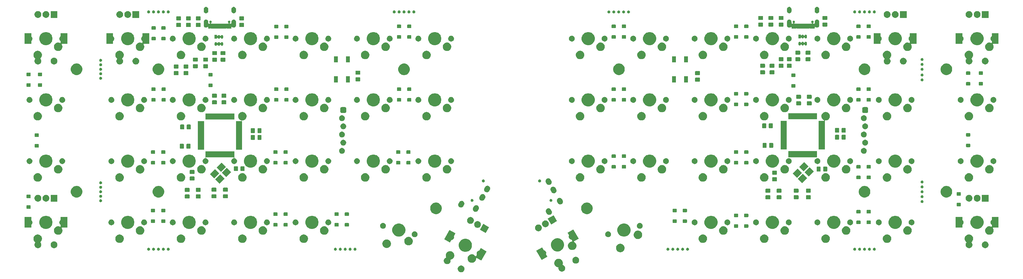
<source format=gbs>
G04 #@! TF.GenerationSoftware,KiCad,Pcbnew,(5.1.2-1)-1*
G04 #@! TF.CreationDate,2020-07-26T11:12:34-05:00*
G04 #@! TF.ProjectId,Dori,446f7269-2e6b-4696-9361-645f70636258,rev?*
G04 #@! TF.SameCoordinates,Original*
G04 #@! TF.FileFunction,Soldermask,Bot*
G04 #@! TF.FilePolarity,Negative*
%FSLAX46Y46*%
G04 Gerber Fmt 4.6, Leading zero omitted, Abs format (unit mm)*
G04 Created by KiCad (PCBNEW (5.1.2-1)-1) date 2020-07-26 11:12:34*
%MOMM*%
%LPD*%
G04 APERTURE LIST*
%ADD10C,0.100000*%
G04 APERTURE END LIST*
D10*
G36*
X229952878Y-122982817D02*
G01*
X230144147Y-123062043D01*
X230144149Y-123062044D01*
X230262324Y-123141006D01*
X230316287Y-123177063D01*
X230462679Y-123323455D01*
X230577699Y-123495595D01*
X230656925Y-123686864D01*
X230697314Y-123889912D01*
X230697314Y-124096944D01*
X230656925Y-124299992D01*
X230581969Y-124480952D01*
X230577698Y-124491263D01*
X230462679Y-124663401D01*
X230316287Y-124809793D01*
X230144149Y-124924812D01*
X230144148Y-124924813D01*
X230144147Y-124924813D01*
X229952878Y-125004039D01*
X229749830Y-125044428D01*
X229542798Y-125044428D01*
X229339750Y-125004039D01*
X229148481Y-124924813D01*
X229148480Y-124924813D01*
X229148479Y-124924812D01*
X228976341Y-124809793D01*
X228829949Y-124663401D01*
X228714930Y-124491263D01*
X228710659Y-124480952D01*
X228635703Y-124299992D01*
X228595314Y-124096944D01*
X228595314Y-123889912D01*
X228635703Y-123686864D01*
X228714929Y-123495595D01*
X228829949Y-123323455D01*
X228976341Y-123177063D01*
X229030304Y-123141006D01*
X229148479Y-123062044D01*
X229148481Y-123062043D01*
X229339750Y-122982817D01*
X229542798Y-122942428D01*
X229749830Y-122942428D01*
X229952878Y-122982817D01*
X229952878Y-122982817D01*
G37*
G36*
X260138613Y-120896292D02*
G01*
X260266220Y-120921674D01*
X260406096Y-120979613D01*
X260506625Y-121021253D01*
X260506626Y-121021254D01*
X260722987Y-121165821D01*
X260906986Y-121349820D01*
X260947183Y-121409980D01*
X261051554Y-121566182D01*
X261076472Y-121626341D01*
X261151133Y-121806587D01*
X261176515Y-121934194D01*
X261201898Y-122061800D01*
X261201898Y-122322018D01*
X261151133Y-122577230D01*
X261126904Y-122635724D01*
X261119791Y-122659173D01*
X261117389Y-122683559D01*
X261119791Y-122707946D01*
X261126904Y-122731394D01*
X261138455Y-122753005D01*
X261154001Y-122771947D01*
X261172943Y-122787492D01*
X261194553Y-122799043D01*
X261389019Y-122879594D01*
X261389021Y-122879595D01*
X261561159Y-122994614D01*
X261707551Y-123141006D01*
X261731644Y-123177063D01*
X261822571Y-123313146D01*
X261901797Y-123504415D01*
X261942186Y-123707463D01*
X261942186Y-123914495D01*
X261901797Y-124117543D01*
X261826224Y-124299992D01*
X261822570Y-124308814D01*
X261707551Y-124480952D01*
X261561159Y-124627344D01*
X261389021Y-124742363D01*
X261389020Y-124742364D01*
X261389019Y-124742364D01*
X261197750Y-124821590D01*
X260994702Y-124861979D01*
X260787670Y-124861979D01*
X260584622Y-124821590D01*
X260393353Y-124742364D01*
X260393352Y-124742364D01*
X260393351Y-124742363D01*
X260221213Y-124627344D01*
X260074821Y-124480952D01*
X259959802Y-124308814D01*
X259956148Y-124299992D01*
X259880575Y-124117543D01*
X259840186Y-123914495D01*
X259840186Y-123707463D01*
X259849624Y-123660016D01*
X259852026Y-123635630D01*
X259849624Y-123611244D01*
X259842511Y-123587795D01*
X259830960Y-123566185D01*
X259815415Y-123547243D01*
X259796473Y-123531697D01*
X259774862Y-123520146D01*
X259751413Y-123513033D01*
X259602387Y-123483390D01*
X259495576Y-123462144D01*
X259395997Y-123420897D01*
X259255171Y-123362565D01*
X259181207Y-123313144D01*
X259038809Y-123217997D01*
X258854810Y-123033998D01*
X258710243Y-122817637D01*
X258710242Y-122817636D01*
X258634892Y-122635724D01*
X258610663Y-122577231D01*
X258559898Y-122322016D01*
X258559898Y-122061802D01*
X258561353Y-122054488D01*
X258585280Y-121934195D01*
X258610663Y-121806587D01*
X258685324Y-121626341D01*
X258710242Y-121566182D01*
X258814613Y-121409980D01*
X258854810Y-121349820D01*
X259038809Y-121165821D01*
X259255170Y-121021254D01*
X259255171Y-121021253D01*
X259355700Y-120979613D01*
X259495576Y-120921674D01*
X259623183Y-120896292D01*
X259750789Y-120870909D01*
X260011007Y-120870909D01*
X260138613Y-120896292D01*
X260138613Y-120896292D01*
G37*
G36*
X226470912Y-118513340D02*
G01*
X226598520Y-118538723D01*
X226690788Y-118576942D01*
X226838925Y-118638302D01*
X226890181Y-118672550D01*
X227055287Y-118782870D01*
X227239286Y-118966869D01*
X227335883Y-119111437D01*
X227383854Y-119183231D01*
X227425101Y-119282810D01*
X227483433Y-119423636D01*
X227491313Y-119463253D01*
X227534198Y-119678849D01*
X227534198Y-119939067D01*
X227513472Y-120043261D01*
X227483433Y-120194280D01*
X227439489Y-120300369D01*
X227383854Y-120434685D01*
X227350323Y-120484868D01*
X227239286Y-120651047D01*
X227055287Y-120835046D01*
X226925638Y-120921674D01*
X226838925Y-120979614D01*
X226739346Y-121020861D01*
X226598520Y-121079193D01*
X226520569Y-121094698D01*
X226439134Y-121110897D01*
X226415685Y-121118010D01*
X226394074Y-121129561D01*
X226375132Y-121145107D01*
X226359587Y-121164049D01*
X226348036Y-121185659D01*
X226340923Y-121209108D01*
X226338521Y-121233494D01*
X226340923Y-121257880D01*
X226367186Y-121389912D01*
X226367186Y-121596944D01*
X226326797Y-121799992D01*
X226322510Y-121810341D01*
X226247570Y-121991263D01*
X226132551Y-122163401D01*
X225986159Y-122309793D01*
X225814021Y-122424812D01*
X225814020Y-122424813D01*
X225814019Y-122424813D01*
X225622750Y-122504039D01*
X225419702Y-122544428D01*
X225212670Y-122544428D01*
X225009622Y-122504039D01*
X224818353Y-122424813D01*
X224818352Y-122424813D01*
X224818351Y-122424812D01*
X224646213Y-122309793D01*
X224499821Y-122163401D01*
X224384802Y-121991263D01*
X224309862Y-121810341D01*
X224305575Y-121799992D01*
X224265186Y-121596944D01*
X224265186Y-121389912D01*
X224305575Y-121186864D01*
X224384801Y-120995595D01*
X224499821Y-120823455D01*
X224646213Y-120677063D01*
X224755739Y-120603880D01*
X224818351Y-120562044D01*
X224818353Y-120562043D01*
X224939254Y-120511964D01*
X224960865Y-120500413D01*
X224979807Y-120484868D01*
X224995352Y-120465926D01*
X225006903Y-120444315D01*
X225014016Y-120420866D01*
X225016418Y-120396480D01*
X225014016Y-120372094D01*
X225006903Y-120348645D01*
X224942963Y-120194279D01*
X224892198Y-119939067D01*
X224892198Y-119678849D01*
X224935083Y-119463253D01*
X224942963Y-119423636D01*
X225001295Y-119282810D01*
X225042542Y-119183231D01*
X225090513Y-119111437D01*
X225187110Y-118966869D01*
X225371109Y-118782870D01*
X225536215Y-118672550D01*
X225587471Y-118638302D01*
X225735608Y-118576942D01*
X225827876Y-118538723D01*
X225955484Y-118513340D01*
X226083089Y-118487958D01*
X226343307Y-118487958D01*
X226470912Y-118513340D01*
X226470912Y-118513340D01*
G37*
G36*
X265527878Y-120300368D02*
G01*
X265701040Y-120372094D01*
X265719149Y-120379595D01*
X265891287Y-120494614D01*
X266037679Y-120641006D01*
X266061772Y-120677063D01*
X266152699Y-120813146D01*
X266231925Y-121004415D01*
X266272314Y-121207463D01*
X266272314Y-121414495D01*
X266231925Y-121617543D01*
X266153620Y-121806589D01*
X266152698Y-121808814D01*
X266037679Y-121980952D01*
X265891287Y-122127344D01*
X265719149Y-122242363D01*
X265719148Y-122242364D01*
X265719147Y-122242364D01*
X265527878Y-122321590D01*
X265324830Y-122361979D01*
X265117798Y-122361979D01*
X264914750Y-122321590D01*
X264723481Y-122242364D01*
X264723480Y-122242364D01*
X264723479Y-122242363D01*
X264551341Y-122127344D01*
X264404949Y-121980952D01*
X264289930Y-121808814D01*
X264289008Y-121806589D01*
X264210703Y-121617543D01*
X264170314Y-121414495D01*
X264170314Y-121207463D01*
X264210703Y-121004415D01*
X264289929Y-120813146D01*
X264380857Y-120677063D01*
X264404949Y-120641006D01*
X264551341Y-120494614D01*
X264723479Y-120379595D01*
X264741588Y-120372094D01*
X264914750Y-120300368D01*
X265117798Y-120259979D01*
X265324830Y-120259979D01*
X265527878Y-120300368D01*
X265527878Y-120300368D01*
G37*
G36*
X237566686Y-118576942D02*
G01*
X235915685Y-121436559D01*
X234490958Y-120613993D01*
X234468639Y-120603880D01*
X234444775Y-120598315D01*
X234420284Y-120597514D01*
X234396107Y-120601505D01*
X234373173Y-120610137D01*
X234352364Y-120623077D01*
X234334480Y-120639827D01*
X234320207Y-120659746D01*
X234310094Y-120682065D01*
X234304529Y-120705929D01*
X234303460Y-120722245D01*
X234303460Y-120914362D01*
X234285547Y-121004414D01*
X234252695Y-121169575D01*
X234194363Y-121310401D01*
X234153116Y-121409980D01*
X234150099Y-121414495D01*
X234008548Y-121626342D01*
X233824549Y-121810341D01*
X233679981Y-121906938D01*
X233608187Y-121954909D01*
X233545313Y-121980952D01*
X233367782Y-122054488D01*
X233240175Y-122079870D01*
X233112569Y-122105253D01*
X232852351Y-122105253D01*
X232724745Y-122079870D01*
X232597138Y-122054488D01*
X232419607Y-121980952D01*
X232356733Y-121954909D01*
X232284939Y-121906938D01*
X232140371Y-121810341D01*
X231956372Y-121626342D01*
X231814821Y-121414495D01*
X231811804Y-121409980D01*
X231770557Y-121310401D01*
X231712225Y-121169575D01*
X231679373Y-121004414D01*
X231661460Y-120914362D01*
X231661460Y-120654144D01*
X231712225Y-120398933D01*
X231712225Y-120398931D01*
X231770557Y-120258105D01*
X231811804Y-120158526D01*
X231871524Y-120069149D01*
X231956372Y-119942164D01*
X232140371Y-119758165D01*
X232307724Y-119646344D01*
X232356733Y-119613597D01*
X232456312Y-119572350D01*
X232597138Y-119514018D01*
X232724745Y-119488636D01*
X232852351Y-119463253D01*
X233112569Y-119463253D01*
X233240175Y-119488636D01*
X233367782Y-119514018D01*
X233508608Y-119572350D01*
X233608187Y-119613597D01*
X233657196Y-119646344D01*
X233824549Y-119758165D01*
X234008548Y-119942164D01*
X234008550Y-119942167D01*
X234080739Y-120050206D01*
X234096284Y-120069148D01*
X234115226Y-120084694D01*
X234136837Y-120096245D01*
X234160286Y-120103358D01*
X234184672Y-120105760D01*
X234209058Y-120103358D01*
X234232507Y-120096245D01*
X234254117Y-120084694D01*
X234273059Y-120069149D01*
X234292924Y-120043261D01*
X234461354Y-119751532D01*
X234509198Y-119668663D01*
X234519311Y-119646344D01*
X234524876Y-119622480D01*
X234525677Y-119597989D01*
X234521686Y-119573812D01*
X234516430Y-119558329D01*
X234485071Y-119482624D01*
X234457124Y-119342121D01*
X234450412Y-119308380D01*
X234450412Y-119130718D01*
X234467742Y-119043597D01*
X234485071Y-118956474D01*
X234550123Y-118799427D01*
X234553059Y-118792338D01*
X234651758Y-118644624D01*
X234651760Y-118644621D01*
X234777384Y-118518997D01*
X234818213Y-118491716D01*
X234925101Y-118420296D01*
X234987395Y-118394493D01*
X235089237Y-118352308D01*
X235155608Y-118339106D01*
X235236996Y-118322917D01*
X235260445Y-118315804D01*
X235282056Y-118304253D01*
X235300998Y-118288708D01*
X235320862Y-118262819D01*
X235746299Y-117525941D01*
X237566686Y-118576942D01*
X237566686Y-118576942D01*
G37*
G36*
X255238913Y-118118952D02*
G01*
X255253186Y-118138871D01*
X255271070Y-118155621D01*
X255291879Y-118168561D01*
X255322779Y-118179050D01*
X255404269Y-118195259D01*
X255513692Y-118240584D01*
X255568405Y-118263247D01*
X255675293Y-118334667D01*
X255716122Y-118361948D01*
X255841746Y-118487572D01*
X255841748Y-118487575D01*
X255940447Y-118635289D01*
X255955881Y-118672550D01*
X256008435Y-118799425D01*
X256008435Y-118799427D01*
X256043094Y-118973669D01*
X256043094Y-119151331D01*
X256031541Y-119209411D01*
X256008435Y-119325575D01*
X256001576Y-119342133D01*
X255994467Y-119365570D01*
X255992065Y-119389956D01*
X255994467Y-119414342D01*
X256001580Y-119437791D01*
X256008812Y-119452456D01*
X256442202Y-120203109D01*
X254621815Y-121254110D01*
X252970814Y-118394493D01*
X254791201Y-117343492D01*
X255238913Y-118118952D01*
X255238913Y-118118952D01*
G37*
G36*
X279290589Y-116206083D02*
G01*
X279419174Y-116231660D01*
X279560000Y-116289992D01*
X279659579Y-116331239D01*
X279659580Y-116331240D01*
X279875941Y-116475807D01*
X280059940Y-116659806D01*
X280078175Y-116687097D01*
X280204508Y-116876168D01*
X280233976Y-116947311D01*
X280304087Y-117116573D01*
X280321184Y-117202526D01*
X280354852Y-117371786D01*
X280354852Y-117632004D01*
X280349424Y-117659292D01*
X280304087Y-117887217D01*
X280264372Y-117983096D01*
X280204508Y-118127622D01*
X280183294Y-118159371D01*
X280059940Y-118343984D01*
X279875941Y-118527983D01*
X279802668Y-118576942D01*
X279659579Y-118672551D01*
X279560000Y-118713798D01*
X279419174Y-118772130D01*
X279291566Y-118797513D01*
X279163961Y-118822895D01*
X278903743Y-118822895D01*
X278776138Y-118797513D01*
X278648530Y-118772130D01*
X278507704Y-118713798D01*
X278408125Y-118672551D01*
X278265036Y-118576942D01*
X278191763Y-118527983D01*
X278007764Y-118343984D01*
X277884410Y-118159371D01*
X277863196Y-118127622D01*
X277803332Y-117983096D01*
X277763617Y-117887217D01*
X277718280Y-117659292D01*
X277712852Y-117632004D01*
X277712852Y-117371786D01*
X277746520Y-117202526D01*
X277763617Y-117116573D01*
X277833728Y-116947311D01*
X277863196Y-116876168D01*
X277989529Y-116687097D01*
X278007764Y-116659806D01*
X278191763Y-116475807D01*
X278408124Y-116331240D01*
X278408125Y-116331239D01*
X278507704Y-116289992D01*
X278648530Y-116231660D01*
X278777115Y-116206083D01*
X278903743Y-116180895D01*
X279163961Y-116180895D01*
X279290589Y-116206083D01*
X279290589Y-116206083D01*
G37*
G36*
X231549377Y-114713233D02*
G01*
X231767377Y-114803532D01*
X231921526Y-114867382D01*
X232256451Y-115091172D01*
X232541280Y-115376001D01*
X232765070Y-115710926D01*
X232806006Y-115809755D01*
X232919219Y-116083075D01*
X232997803Y-116478143D01*
X232997803Y-116880955D01*
X232919219Y-117276023D01*
X232844594Y-117456184D01*
X232765070Y-117648172D01*
X232541280Y-117983097D01*
X232256451Y-118267926D01*
X231921526Y-118491716D01*
X231767377Y-118555566D01*
X231549377Y-118645865D01*
X231154309Y-118724449D01*
X230751497Y-118724449D01*
X230356429Y-118645865D01*
X230138429Y-118555566D01*
X229984280Y-118491716D01*
X229649355Y-118267926D01*
X229364526Y-117983097D01*
X229140736Y-117648172D01*
X229061212Y-117456184D01*
X228986587Y-117276023D01*
X228908003Y-116880955D01*
X228908003Y-116478143D01*
X228986587Y-116083075D01*
X229099800Y-115809755D01*
X229140736Y-115710926D01*
X229364526Y-115376001D01*
X229649355Y-115091172D01*
X229984280Y-114867382D01*
X230138429Y-114803532D01*
X230356429Y-114713233D01*
X230751497Y-114634649D01*
X231154309Y-114634649D01*
X231549377Y-114713233D01*
X231549377Y-114713233D01*
G37*
G36*
X260137077Y-114556184D02*
G01*
X260326508Y-114634649D01*
X260509226Y-114710333D01*
X260844151Y-114934123D01*
X261128980Y-115218952D01*
X261352770Y-115553877D01*
X261384467Y-115630400D01*
X261506919Y-115926026D01*
X261585503Y-116321094D01*
X261585503Y-116723906D01*
X261506919Y-117118974D01*
X261416620Y-117336974D01*
X261352770Y-117491123D01*
X261128980Y-117826048D01*
X260844151Y-118110877D01*
X260509226Y-118334667D01*
X260355077Y-118398517D01*
X260137077Y-118488816D01*
X259742009Y-118567400D01*
X259339197Y-118567400D01*
X258944129Y-118488816D01*
X258726129Y-118398517D01*
X258571980Y-118334667D01*
X258237055Y-118110877D01*
X257952226Y-117826048D01*
X257728436Y-117491123D01*
X257664586Y-117336974D01*
X257574287Y-117118974D01*
X257495703Y-116723906D01*
X257495703Y-116321094D01*
X257574287Y-115926026D01*
X257696739Y-115630400D01*
X257728436Y-115553877D01*
X257952226Y-115218952D01*
X258237055Y-114934123D01*
X258571980Y-114710333D01*
X258754698Y-114634649D01*
X258944129Y-114556184D01*
X259339197Y-114477600D01*
X259742009Y-114477600D01*
X260137077Y-114556184D01*
X260137077Y-114556184D01*
G37*
G36*
X190758552Y-117438206D02*
G01*
X190840627Y-117472203D01*
X190840629Y-117472204D01*
X190914496Y-117521561D01*
X190977314Y-117584379D01*
X191019940Y-117648172D01*
X191026672Y-117658248D01*
X191060669Y-117740323D01*
X191078000Y-117827454D01*
X191078000Y-117916296D01*
X191060669Y-118003427D01*
X191026672Y-118085502D01*
X191026671Y-118085504D01*
X190977314Y-118159371D01*
X190914496Y-118222189D01*
X190840629Y-118271546D01*
X190840628Y-118271547D01*
X190840627Y-118271547D01*
X190758552Y-118305544D01*
X190671421Y-118322875D01*
X190582579Y-118322875D01*
X190495448Y-118305544D01*
X190413373Y-118271547D01*
X190413372Y-118271547D01*
X190413371Y-118271546D01*
X190339504Y-118222189D01*
X190276686Y-118159371D01*
X190227329Y-118085504D01*
X190227328Y-118085502D01*
X190193331Y-118003427D01*
X190176000Y-117916296D01*
X190176000Y-117827454D01*
X190193331Y-117740323D01*
X190227328Y-117658248D01*
X190234061Y-117648172D01*
X190276686Y-117584379D01*
X190339504Y-117521561D01*
X190413371Y-117472204D01*
X190413373Y-117472203D01*
X190495448Y-117438206D01*
X190582579Y-117420875D01*
X190671421Y-117420875D01*
X190758552Y-117438206D01*
X190758552Y-117438206D01*
G37*
G36*
X138910802Y-117438206D02*
G01*
X138992877Y-117472203D01*
X138992879Y-117472204D01*
X139066746Y-117521561D01*
X139129564Y-117584379D01*
X139172190Y-117648172D01*
X139178922Y-117658248D01*
X139212919Y-117740323D01*
X139230250Y-117827454D01*
X139230250Y-117916296D01*
X139212919Y-118003427D01*
X139178922Y-118085502D01*
X139178921Y-118085504D01*
X139129564Y-118159371D01*
X139066746Y-118222189D01*
X138992879Y-118271546D01*
X138992878Y-118271547D01*
X138992877Y-118271547D01*
X138910802Y-118305544D01*
X138823671Y-118322875D01*
X138734829Y-118322875D01*
X138647698Y-118305544D01*
X138565623Y-118271547D01*
X138565622Y-118271547D01*
X138565621Y-118271546D01*
X138491754Y-118222189D01*
X138428936Y-118159371D01*
X138379579Y-118085504D01*
X138379578Y-118085502D01*
X138345581Y-118003427D01*
X138328250Y-117916296D01*
X138328250Y-117827454D01*
X138345581Y-117740323D01*
X138379578Y-117658248D01*
X138386311Y-117648172D01*
X138428936Y-117584379D01*
X138491754Y-117521561D01*
X138565621Y-117472204D01*
X138565623Y-117472203D01*
X138647698Y-117438206D01*
X138734829Y-117420875D01*
X138823671Y-117420875D01*
X138910802Y-117438206D01*
X138910802Y-117438206D01*
G37*
G36*
X137386802Y-117438206D02*
G01*
X137468877Y-117472203D01*
X137468879Y-117472204D01*
X137542746Y-117521561D01*
X137605564Y-117584379D01*
X137648190Y-117648172D01*
X137654922Y-117658248D01*
X137688919Y-117740323D01*
X137706250Y-117827454D01*
X137706250Y-117916296D01*
X137688919Y-118003427D01*
X137654922Y-118085502D01*
X137654921Y-118085504D01*
X137605564Y-118159371D01*
X137542746Y-118222189D01*
X137468879Y-118271546D01*
X137468878Y-118271547D01*
X137468877Y-118271547D01*
X137386802Y-118305544D01*
X137299671Y-118322875D01*
X137210829Y-118322875D01*
X137123698Y-118305544D01*
X137041623Y-118271547D01*
X137041622Y-118271547D01*
X137041621Y-118271546D01*
X136967754Y-118222189D01*
X136904936Y-118159371D01*
X136855579Y-118085504D01*
X136855578Y-118085502D01*
X136821581Y-118003427D01*
X136804250Y-117916296D01*
X136804250Y-117827454D01*
X136821581Y-117740323D01*
X136855578Y-117658248D01*
X136862311Y-117648172D01*
X136904936Y-117584379D01*
X136967754Y-117521561D01*
X137041621Y-117472204D01*
X137041623Y-117472203D01*
X137123698Y-117438206D01*
X137210829Y-117420875D01*
X137299671Y-117420875D01*
X137386802Y-117438206D01*
X137386802Y-117438206D01*
G37*
G36*
X135862802Y-117438206D02*
G01*
X135944877Y-117472203D01*
X135944879Y-117472204D01*
X136018746Y-117521561D01*
X136081564Y-117584379D01*
X136124190Y-117648172D01*
X136130922Y-117658248D01*
X136164919Y-117740323D01*
X136182250Y-117827454D01*
X136182250Y-117916296D01*
X136164919Y-118003427D01*
X136130922Y-118085502D01*
X136130921Y-118085504D01*
X136081564Y-118159371D01*
X136018746Y-118222189D01*
X135944879Y-118271546D01*
X135944878Y-118271547D01*
X135944877Y-118271547D01*
X135862802Y-118305544D01*
X135775671Y-118322875D01*
X135686829Y-118322875D01*
X135599698Y-118305544D01*
X135517623Y-118271547D01*
X135517622Y-118271547D01*
X135517621Y-118271546D01*
X135443754Y-118222189D01*
X135380936Y-118159371D01*
X135331579Y-118085504D01*
X135331578Y-118085502D01*
X135297581Y-118003427D01*
X135280250Y-117916296D01*
X135280250Y-117827454D01*
X135297581Y-117740323D01*
X135331578Y-117658248D01*
X135338311Y-117648172D01*
X135380936Y-117584379D01*
X135443754Y-117521561D01*
X135517621Y-117472204D01*
X135517623Y-117472203D01*
X135599698Y-117438206D01*
X135686829Y-117420875D01*
X135775671Y-117420875D01*
X135862802Y-117438206D01*
X135862802Y-117438206D01*
G37*
G36*
X134338802Y-117438206D02*
G01*
X134420877Y-117472203D01*
X134420879Y-117472204D01*
X134494746Y-117521561D01*
X134557564Y-117584379D01*
X134600190Y-117648172D01*
X134606922Y-117658248D01*
X134640919Y-117740323D01*
X134658250Y-117827454D01*
X134658250Y-117916296D01*
X134640919Y-118003427D01*
X134606922Y-118085502D01*
X134606921Y-118085504D01*
X134557564Y-118159371D01*
X134494746Y-118222189D01*
X134420879Y-118271546D01*
X134420878Y-118271547D01*
X134420877Y-118271547D01*
X134338802Y-118305544D01*
X134251671Y-118322875D01*
X134162829Y-118322875D01*
X134075698Y-118305544D01*
X133993623Y-118271547D01*
X133993622Y-118271547D01*
X133993621Y-118271546D01*
X133919754Y-118222189D01*
X133856936Y-118159371D01*
X133807579Y-118085504D01*
X133807578Y-118085502D01*
X133773581Y-118003427D01*
X133756250Y-117916296D01*
X133756250Y-117827454D01*
X133773581Y-117740323D01*
X133807578Y-117658248D01*
X133814311Y-117648172D01*
X133856936Y-117584379D01*
X133919754Y-117521561D01*
X133993621Y-117472204D01*
X133993623Y-117472203D01*
X134075698Y-117438206D01*
X134162829Y-117420875D01*
X134251671Y-117420875D01*
X134338802Y-117438206D01*
X134338802Y-117438206D01*
G37*
G36*
X132814802Y-117438206D02*
G01*
X132896877Y-117472203D01*
X132896879Y-117472204D01*
X132970746Y-117521561D01*
X133033564Y-117584379D01*
X133076190Y-117648172D01*
X133082922Y-117658248D01*
X133116919Y-117740323D01*
X133134250Y-117827454D01*
X133134250Y-117916296D01*
X133116919Y-118003427D01*
X133082922Y-118085502D01*
X133082921Y-118085504D01*
X133033564Y-118159371D01*
X132970746Y-118222189D01*
X132896879Y-118271546D01*
X132896878Y-118271547D01*
X132896877Y-118271547D01*
X132814802Y-118305544D01*
X132727671Y-118322875D01*
X132638829Y-118322875D01*
X132551698Y-118305544D01*
X132469623Y-118271547D01*
X132469622Y-118271547D01*
X132469621Y-118271546D01*
X132395754Y-118222189D01*
X132332936Y-118159371D01*
X132283579Y-118085504D01*
X132283578Y-118085502D01*
X132249581Y-118003427D01*
X132232250Y-117916296D01*
X132232250Y-117827454D01*
X132249581Y-117740323D01*
X132283578Y-117658248D01*
X132290311Y-117648172D01*
X132332936Y-117584379D01*
X132395754Y-117521561D01*
X132469621Y-117472204D01*
X132469623Y-117472203D01*
X132551698Y-117438206D01*
X132638829Y-117420875D01*
X132727671Y-117420875D01*
X132814802Y-117438206D01*
X132814802Y-117438206D01*
G37*
G36*
X192282552Y-117438206D02*
G01*
X192364627Y-117472203D01*
X192364629Y-117472204D01*
X192438496Y-117521561D01*
X192501314Y-117584379D01*
X192543940Y-117648172D01*
X192550672Y-117658248D01*
X192584669Y-117740323D01*
X192602000Y-117827454D01*
X192602000Y-117916296D01*
X192584669Y-118003427D01*
X192550672Y-118085502D01*
X192550671Y-118085504D01*
X192501314Y-118159371D01*
X192438496Y-118222189D01*
X192364629Y-118271546D01*
X192364628Y-118271547D01*
X192364627Y-118271547D01*
X192282552Y-118305544D01*
X192195421Y-118322875D01*
X192106579Y-118322875D01*
X192019448Y-118305544D01*
X191937373Y-118271547D01*
X191937372Y-118271547D01*
X191937371Y-118271546D01*
X191863504Y-118222189D01*
X191800686Y-118159371D01*
X191751329Y-118085504D01*
X191751328Y-118085502D01*
X191717331Y-118003427D01*
X191700000Y-117916296D01*
X191700000Y-117827454D01*
X191717331Y-117740323D01*
X191751328Y-117658248D01*
X191758061Y-117648172D01*
X191800686Y-117584379D01*
X191863504Y-117521561D01*
X191937371Y-117472204D01*
X191937373Y-117472203D01*
X192019448Y-117438206D01*
X192106579Y-117420875D01*
X192195421Y-117420875D01*
X192282552Y-117438206D01*
X192282552Y-117438206D01*
G37*
G36*
X357985802Y-117438206D02*
G01*
X358067877Y-117472203D01*
X358067879Y-117472204D01*
X358141746Y-117521561D01*
X358204564Y-117584379D01*
X358247190Y-117648172D01*
X358253922Y-117658248D01*
X358287919Y-117740323D01*
X358305250Y-117827454D01*
X358305250Y-117916296D01*
X358287919Y-118003427D01*
X358253922Y-118085502D01*
X358253921Y-118085504D01*
X358204564Y-118159371D01*
X358141746Y-118222189D01*
X358067879Y-118271546D01*
X358067878Y-118271547D01*
X358067877Y-118271547D01*
X357985802Y-118305544D01*
X357898671Y-118322875D01*
X357809829Y-118322875D01*
X357722698Y-118305544D01*
X357640623Y-118271547D01*
X357640622Y-118271547D01*
X357640621Y-118271546D01*
X357566754Y-118222189D01*
X357503936Y-118159371D01*
X357454579Y-118085504D01*
X357454578Y-118085502D01*
X357420581Y-118003427D01*
X357403250Y-117916296D01*
X357403250Y-117827454D01*
X357420581Y-117740323D01*
X357454578Y-117658248D01*
X357461311Y-117648172D01*
X357503936Y-117584379D01*
X357566754Y-117521561D01*
X357640621Y-117472204D01*
X357640623Y-117472203D01*
X357722698Y-117438206D01*
X357809829Y-117420875D01*
X357898671Y-117420875D01*
X357985802Y-117438206D01*
X357985802Y-117438206D01*
G37*
G36*
X356461802Y-117438206D02*
G01*
X356543877Y-117472203D01*
X356543879Y-117472204D01*
X356617746Y-117521561D01*
X356680564Y-117584379D01*
X356723190Y-117648172D01*
X356729922Y-117658248D01*
X356763919Y-117740323D01*
X356781250Y-117827454D01*
X356781250Y-117916296D01*
X356763919Y-118003427D01*
X356729922Y-118085502D01*
X356729921Y-118085504D01*
X356680564Y-118159371D01*
X356617746Y-118222189D01*
X356543879Y-118271546D01*
X356543878Y-118271547D01*
X356543877Y-118271547D01*
X356461802Y-118305544D01*
X356374671Y-118322875D01*
X356285829Y-118322875D01*
X356198698Y-118305544D01*
X356116623Y-118271547D01*
X356116622Y-118271547D01*
X356116621Y-118271546D01*
X356042754Y-118222189D01*
X355979936Y-118159371D01*
X355930579Y-118085504D01*
X355930578Y-118085502D01*
X355896581Y-118003427D01*
X355879250Y-117916296D01*
X355879250Y-117827454D01*
X355896581Y-117740323D01*
X355930578Y-117658248D01*
X355937311Y-117648172D01*
X355979936Y-117584379D01*
X356042754Y-117521561D01*
X356116621Y-117472204D01*
X356116623Y-117472203D01*
X356198698Y-117438206D01*
X356285829Y-117420875D01*
X356374671Y-117420875D01*
X356461802Y-117438206D01*
X356461802Y-117438206D01*
G37*
G36*
X354937802Y-117438206D02*
G01*
X355019877Y-117472203D01*
X355019879Y-117472204D01*
X355093746Y-117521561D01*
X355156564Y-117584379D01*
X355199190Y-117648172D01*
X355205922Y-117658248D01*
X355239919Y-117740323D01*
X355257250Y-117827454D01*
X355257250Y-117916296D01*
X355239919Y-118003427D01*
X355205922Y-118085502D01*
X355205921Y-118085504D01*
X355156564Y-118159371D01*
X355093746Y-118222189D01*
X355019879Y-118271546D01*
X355019878Y-118271547D01*
X355019877Y-118271547D01*
X354937802Y-118305544D01*
X354850671Y-118322875D01*
X354761829Y-118322875D01*
X354674698Y-118305544D01*
X354592623Y-118271547D01*
X354592622Y-118271547D01*
X354592621Y-118271546D01*
X354518754Y-118222189D01*
X354455936Y-118159371D01*
X354406579Y-118085504D01*
X354406578Y-118085502D01*
X354372581Y-118003427D01*
X354355250Y-117916296D01*
X354355250Y-117827454D01*
X354372581Y-117740323D01*
X354406578Y-117658248D01*
X354413311Y-117648172D01*
X354455936Y-117584379D01*
X354518754Y-117521561D01*
X354592621Y-117472204D01*
X354592623Y-117472203D01*
X354674698Y-117438206D01*
X354761829Y-117420875D01*
X354850671Y-117420875D01*
X354937802Y-117438206D01*
X354937802Y-117438206D01*
G37*
G36*
X353413802Y-117438206D02*
G01*
X353495877Y-117472203D01*
X353495879Y-117472204D01*
X353569746Y-117521561D01*
X353632564Y-117584379D01*
X353675190Y-117648172D01*
X353681922Y-117658248D01*
X353715919Y-117740323D01*
X353733250Y-117827454D01*
X353733250Y-117916296D01*
X353715919Y-118003427D01*
X353681922Y-118085502D01*
X353681921Y-118085504D01*
X353632564Y-118159371D01*
X353569746Y-118222189D01*
X353495879Y-118271546D01*
X353495878Y-118271547D01*
X353495877Y-118271547D01*
X353413802Y-118305544D01*
X353326671Y-118322875D01*
X353237829Y-118322875D01*
X353150698Y-118305544D01*
X353068623Y-118271547D01*
X353068622Y-118271547D01*
X353068621Y-118271546D01*
X352994754Y-118222189D01*
X352931936Y-118159371D01*
X352882579Y-118085504D01*
X352882578Y-118085502D01*
X352848581Y-118003427D01*
X352831250Y-117916296D01*
X352831250Y-117827454D01*
X352848581Y-117740323D01*
X352882578Y-117658248D01*
X352889311Y-117648172D01*
X352931936Y-117584379D01*
X352994754Y-117521561D01*
X353068621Y-117472204D01*
X353068623Y-117472203D01*
X353150698Y-117438206D01*
X353237829Y-117420875D01*
X353326671Y-117420875D01*
X353413802Y-117438206D01*
X353413802Y-117438206D01*
G37*
G36*
X351889802Y-117438206D02*
G01*
X351971877Y-117472203D01*
X351971879Y-117472204D01*
X352045746Y-117521561D01*
X352108564Y-117584379D01*
X352151190Y-117648172D01*
X352157922Y-117658248D01*
X352191919Y-117740323D01*
X352209250Y-117827454D01*
X352209250Y-117916296D01*
X352191919Y-118003427D01*
X352157922Y-118085502D01*
X352157921Y-118085504D01*
X352108564Y-118159371D01*
X352045746Y-118222189D01*
X351971879Y-118271546D01*
X351971878Y-118271547D01*
X351971877Y-118271547D01*
X351889802Y-118305544D01*
X351802671Y-118322875D01*
X351713829Y-118322875D01*
X351626698Y-118305544D01*
X351544623Y-118271547D01*
X351544622Y-118271547D01*
X351544621Y-118271546D01*
X351470754Y-118222189D01*
X351407936Y-118159371D01*
X351358579Y-118085504D01*
X351358578Y-118085502D01*
X351324581Y-118003427D01*
X351307250Y-117916296D01*
X351307250Y-117827454D01*
X351324581Y-117740323D01*
X351358578Y-117658248D01*
X351365311Y-117648172D01*
X351407936Y-117584379D01*
X351470754Y-117521561D01*
X351544621Y-117472204D01*
X351544623Y-117472203D01*
X351626698Y-117438206D01*
X351713829Y-117420875D01*
X351802671Y-117420875D01*
X351889802Y-117438206D01*
X351889802Y-117438206D01*
G37*
G36*
X193806552Y-117438206D02*
G01*
X193888627Y-117472203D01*
X193888629Y-117472204D01*
X193962496Y-117521561D01*
X194025314Y-117584379D01*
X194067940Y-117648172D01*
X194074672Y-117658248D01*
X194108669Y-117740323D01*
X194126000Y-117827454D01*
X194126000Y-117916296D01*
X194108669Y-118003427D01*
X194074672Y-118085502D01*
X194074671Y-118085504D01*
X194025314Y-118159371D01*
X193962496Y-118222189D01*
X193888629Y-118271546D01*
X193888628Y-118271547D01*
X193888627Y-118271547D01*
X193806552Y-118305544D01*
X193719421Y-118322875D01*
X193630579Y-118322875D01*
X193543448Y-118305544D01*
X193461373Y-118271547D01*
X193461372Y-118271547D01*
X193461371Y-118271546D01*
X193387504Y-118222189D01*
X193324686Y-118159371D01*
X193275329Y-118085504D01*
X193275328Y-118085502D01*
X193241331Y-118003427D01*
X193224000Y-117916296D01*
X193224000Y-117827454D01*
X193241331Y-117740323D01*
X193275328Y-117658248D01*
X193282061Y-117648172D01*
X193324686Y-117584379D01*
X193387504Y-117521561D01*
X193461371Y-117472204D01*
X193461373Y-117472203D01*
X193543448Y-117438206D01*
X193630579Y-117420875D01*
X193719421Y-117420875D01*
X193806552Y-117438206D01*
X193806552Y-117438206D01*
G37*
G36*
X196854552Y-117438206D02*
G01*
X196936627Y-117472203D01*
X196936629Y-117472204D01*
X197010496Y-117521561D01*
X197073314Y-117584379D01*
X197115940Y-117648172D01*
X197122672Y-117658248D01*
X197156669Y-117740323D01*
X197174000Y-117827454D01*
X197174000Y-117916296D01*
X197156669Y-118003427D01*
X197122672Y-118085502D01*
X197122671Y-118085504D01*
X197073314Y-118159371D01*
X197010496Y-118222189D01*
X196936629Y-118271546D01*
X196936628Y-118271547D01*
X196936627Y-118271547D01*
X196854552Y-118305544D01*
X196767421Y-118322875D01*
X196678579Y-118322875D01*
X196591448Y-118305544D01*
X196509373Y-118271547D01*
X196509372Y-118271547D01*
X196509371Y-118271546D01*
X196435504Y-118222189D01*
X196372686Y-118159371D01*
X196323329Y-118085504D01*
X196323328Y-118085502D01*
X196289331Y-118003427D01*
X196272000Y-117916296D01*
X196272000Y-117827454D01*
X196289331Y-117740323D01*
X196323328Y-117658248D01*
X196330061Y-117648172D01*
X196372686Y-117584379D01*
X196435504Y-117521561D01*
X196509371Y-117472204D01*
X196509373Y-117472203D01*
X196591448Y-117438206D01*
X196678579Y-117420875D01*
X196767421Y-117420875D01*
X196854552Y-117438206D01*
X196854552Y-117438206D01*
G37*
G36*
X195330552Y-117438206D02*
G01*
X195412627Y-117472203D01*
X195412629Y-117472204D01*
X195486496Y-117521561D01*
X195549314Y-117584379D01*
X195591940Y-117648172D01*
X195598672Y-117658248D01*
X195632669Y-117740323D01*
X195650000Y-117827454D01*
X195650000Y-117916296D01*
X195632669Y-118003427D01*
X195598672Y-118085502D01*
X195598671Y-118085504D01*
X195549314Y-118159371D01*
X195486496Y-118222189D01*
X195412629Y-118271546D01*
X195412628Y-118271547D01*
X195412627Y-118271547D01*
X195330552Y-118305544D01*
X195243421Y-118322875D01*
X195154579Y-118322875D01*
X195067448Y-118305544D01*
X194985373Y-118271547D01*
X194985372Y-118271547D01*
X194985371Y-118271546D01*
X194911504Y-118222189D01*
X194848686Y-118159371D01*
X194799329Y-118085504D01*
X194799328Y-118085502D01*
X194765331Y-118003427D01*
X194748000Y-117916296D01*
X194748000Y-117827454D01*
X194765331Y-117740323D01*
X194799328Y-117658248D01*
X194806061Y-117648172D01*
X194848686Y-117584379D01*
X194911504Y-117521561D01*
X194985371Y-117472204D01*
X194985373Y-117472203D01*
X195067448Y-117438206D01*
X195154579Y-117420875D01*
X195243421Y-117420875D01*
X195330552Y-117438206D01*
X195330552Y-117438206D01*
G37*
G36*
X293946052Y-117438206D02*
G01*
X294028127Y-117472203D01*
X294028129Y-117472204D01*
X294101996Y-117521561D01*
X294164814Y-117584379D01*
X294207440Y-117648172D01*
X294214172Y-117658248D01*
X294248169Y-117740323D01*
X294265500Y-117827454D01*
X294265500Y-117916296D01*
X294248169Y-118003427D01*
X294214172Y-118085502D01*
X294214171Y-118085504D01*
X294164814Y-118159371D01*
X294101996Y-118222189D01*
X294028129Y-118271546D01*
X294028128Y-118271547D01*
X294028127Y-118271547D01*
X293946052Y-118305544D01*
X293858921Y-118322875D01*
X293770079Y-118322875D01*
X293682948Y-118305544D01*
X293600873Y-118271547D01*
X293600872Y-118271547D01*
X293600871Y-118271546D01*
X293527004Y-118222189D01*
X293464186Y-118159371D01*
X293414829Y-118085504D01*
X293414828Y-118085502D01*
X293380831Y-118003427D01*
X293363500Y-117916296D01*
X293363500Y-117827454D01*
X293380831Y-117740323D01*
X293414828Y-117658248D01*
X293421561Y-117648172D01*
X293464186Y-117584379D01*
X293527004Y-117521561D01*
X293600871Y-117472204D01*
X293600873Y-117472203D01*
X293682948Y-117438206D01*
X293770079Y-117420875D01*
X293858921Y-117420875D01*
X293946052Y-117438206D01*
X293946052Y-117438206D01*
G37*
G36*
X295470052Y-117438206D02*
G01*
X295552127Y-117472203D01*
X295552129Y-117472204D01*
X295625996Y-117521561D01*
X295688814Y-117584379D01*
X295731440Y-117648172D01*
X295738172Y-117658248D01*
X295772169Y-117740323D01*
X295789500Y-117827454D01*
X295789500Y-117916296D01*
X295772169Y-118003427D01*
X295738172Y-118085502D01*
X295738171Y-118085504D01*
X295688814Y-118159371D01*
X295625996Y-118222189D01*
X295552129Y-118271546D01*
X295552128Y-118271547D01*
X295552127Y-118271547D01*
X295470052Y-118305544D01*
X295382921Y-118322875D01*
X295294079Y-118322875D01*
X295206948Y-118305544D01*
X295124873Y-118271547D01*
X295124872Y-118271547D01*
X295124871Y-118271546D01*
X295051004Y-118222189D01*
X294988186Y-118159371D01*
X294938829Y-118085504D01*
X294938828Y-118085502D01*
X294904831Y-118003427D01*
X294887500Y-117916296D01*
X294887500Y-117827454D01*
X294904831Y-117740323D01*
X294938828Y-117658248D01*
X294945561Y-117648172D01*
X294988186Y-117584379D01*
X295051004Y-117521561D01*
X295124871Y-117472204D01*
X295124873Y-117472203D01*
X295206948Y-117438206D01*
X295294079Y-117420875D01*
X295382921Y-117420875D01*
X295470052Y-117438206D01*
X295470052Y-117438206D01*
G37*
G36*
X300042052Y-117438206D02*
G01*
X300124127Y-117472203D01*
X300124129Y-117472204D01*
X300197996Y-117521561D01*
X300260814Y-117584379D01*
X300303440Y-117648172D01*
X300310172Y-117658248D01*
X300344169Y-117740323D01*
X300361500Y-117827454D01*
X300361500Y-117916296D01*
X300344169Y-118003427D01*
X300310172Y-118085502D01*
X300310171Y-118085504D01*
X300260814Y-118159371D01*
X300197996Y-118222189D01*
X300124129Y-118271546D01*
X300124128Y-118271547D01*
X300124127Y-118271547D01*
X300042052Y-118305544D01*
X299954921Y-118322875D01*
X299866079Y-118322875D01*
X299778948Y-118305544D01*
X299696873Y-118271547D01*
X299696872Y-118271547D01*
X299696871Y-118271546D01*
X299623004Y-118222189D01*
X299560186Y-118159371D01*
X299510829Y-118085504D01*
X299510828Y-118085502D01*
X299476831Y-118003427D01*
X299459500Y-117916296D01*
X299459500Y-117827454D01*
X299476831Y-117740323D01*
X299510828Y-117658248D01*
X299517561Y-117648172D01*
X299560186Y-117584379D01*
X299623004Y-117521561D01*
X299696871Y-117472204D01*
X299696873Y-117472203D01*
X299778948Y-117438206D01*
X299866079Y-117420875D01*
X299954921Y-117420875D01*
X300042052Y-117438206D01*
X300042052Y-117438206D01*
G37*
G36*
X298518052Y-117438206D02*
G01*
X298600127Y-117472203D01*
X298600129Y-117472204D01*
X298673996Y-117521561D01*
X298736814Y-117584379D01*
X298779440Y-117648172D01*
X298786172Y-117658248D01*
X298820169Y-117740323D01*
X298837500Y-117827454D01*
X298837500Y-117916296D01*
X298820169Y-118003427D01*
X298786172Y-118085502D01*
X298786171Y-118085504D01*
X298736814Y-118159371D01*
X298673996Y-118222189D01*
X298600129Y-118271546D01*
X298600128Y-118271547D01*
X298600127Y-118271547D01*
X298518052Y-118305544D01*
X298430921Y-118322875D01*
X298342079Y-118322875D01*
X298254948Y-118305544D01*
X298172873Y-118271547D01*
X298172872Y-118271547D01*
X298172871Y-118271546D01*
X298099004Y-118222189D01*
X298036186Y-118159371D01*
X297986829Y-118085504D01*
X297986828Y-118085502D01*
X297952831Y-118003427D01*
X297935500Y-117916296D01*
X297935500Y-117827454D01*
X297952831Y-117740323D01*
X297986828Y-117658248D01*
X297993561Y-117648172D01*
X298036186Y-117584379D01*
X298099004Y-117521561D01*
X298172871Y-117472204D01*
X298172873Y-117472203D01*
X298254948Y-117438206D01*
X298342079Y-117420875D01*
X298430921Y-117420875D01*
X298518052Y-117438206D01*
X298518052Y-117438206D01*
G37*
G36*
X296994052Y-117438206D02*
G01*
X297076127Y-117472203D01*
X297076129Y-117472204D01*
X297149996Y-117521561D01*
X297212814Y-117584379D01*
X297255440Y-117648172D01*
X297262172Y-117658248D01*
X297296169Y-117740323D01*
X297313500Y-117827454D01*
X297313500Y-117916296D01*
X297296169Y-118003427D01*
X297262172Y-118085502D01*
X297262171Y-118085504D01*
X297212814Y-118159371D01*
X297149996Y-118222189D01*
X297076129Y-118271546D01*
X297076128Y-118271547D01*
X297076127Y-118271547D01*
X296994052Y-118305544D01*
X296906921Y-118322875D01*
X296818079Y-118322875D01*
X296730948Y-118305544D01*
X296648873Y-118271547D01*
X296648872Y-118271547D01*
X296648871Y-118271546D01*
X296575004Y-118222189D01*
X296512186Y-118159371D01*
X296462829Y-118085504D01*
X296462828Y-118085502D01*
X296428831Y-118003427D01*
X296411500Y-117916296D01*
X296411500Y-117827454D01*
X296428831Y-117740323D01*
X296462828Y-117658248D01*
X296469561Y-117648172D01*
X296512186Y-117584379D01*
X296575004Y-117521561D01*
X296648871Y-117472204D01*
X296648873Y-117472203D01*
X296730948Y-117438206D01*
X296818079Y-117420875D01*
X296906921Y-117420875D01*
X296994052Y-117438206D01*
X296994052Y-117438206D01*
G37*
G36*
X266141686Y-114603109D02*
G01*
X264721628Y-115422980D01*
X264701709Y-115437253D01*
X264684959Y-115455137D01*
X264672019Y-115475946D01*
X264663387Y-115498880D01*
X264659396Y-115523057D01*
X264660197Y-115547548D01*
X264665762Y-115571412D01*
X264675875Y-115593731D01*
X264690148Y-115613650D01*
X264708032Y-115630400D01*
X264735156Y-115646060D01*
X264735886Y-115646548D01*
X264735888Y-115646549D01*
X264952249Y-115791116D01*
X265136248Y-115975115D01*
X265208383Y-116083074D01*
X265280816Y-116191477D01*
X265297460Y-116231660D01*
X265380395Y-116431882D01*
X265380395Y-116431884D01*
X265419468Y-116628314D01*
X265431160Y-116687097D01*
X265431160Y-116947311D01*
X265380395Y-117202526D01*
X265349951Y-117276023D01*
X265280816Y-117442931D01*
X265271960Y-117456185D01*
X265136248Y-117659293D01*
X264952249Y-117843292D01*
X264842990Y-117916296D01*
X264735887Y-117987860D01*
X264636308Y-118029107D01*
X264495482Y-118087439D01*
X264377650Y-118110877D01*
X264240269Y-118138204D01*
X263980051Y-118138204D01*
X263842670Y-118110877D01*
X263724838Y-118087439D01*
X263584012Y-118029107D01*
X263484433Y-117987860D01*
X263377330Y-117916296D01*
X263268071Y-117843292D01*
X263084072Y-117659293D01*
X262948360Y-117456185D01*
X262939504Y-117442931D01*
X262870369Y-117276023D01*
X262839925Y-117202526D01*
X262789160Y-116947311D01*
X262789160Y-116687097D01*
X262800853Y-116628314D01*
X262839925Y-116431884D01*
X262839925Y-116431882D01*
X262922860Y-116231660D01*
X262939504Y-116191477D01*
X263011937Y-116083074D01*
X263084072Y-115975115D01*
X263268071Y-115791116D01*
X263432073Y-115681534D01*
X263484433Y-115646548D01*
X263584012Y-115605301D01*
X263724838Y-115546969D01*
X263852446Y-115521586D01*
X263980051Y-115496204D01*
X264013628Y-115496204D01*
X264038014Y-115493802D01*
X264061463Y-115486689D01*
X264083074Y-115475138D01*
X264102016Y-115459593D01*
X264117561Y-115440651D01*
X264129112Y-115419040D01*
X264136225Y-115395591D01*
X264138627Y-115371205D01*
X264136225Y-115346819D01*
X264129112Y-115323370D01*
X264121880Y-115308706D01*
X263908563Y-114939230D01*
X263894290Y-114919311D01*
X263876406Y-114902561D01*
X263855597Y-114889621D01*
X263824697Y-114879132D01*
X263762531Y-114866766D01*
X263676937Y-114849741D01*
X263567514Y-114804416D01*
X263512801Y-114781753D01*
X263365087Y-114683054D01*
X263365084Y-114683052D01*
X263239460Y-114557428D01*
X263215725Y-114521906D01*
X263140759Y-114409711D01*
X263111017Y-114337907D01*
X263072771Y-114245575D01*
X263045105Y-114106485D01*
X263038112Y-114071331D01*
X263038112Y-113893669D01*
X263072771Y-113719427D01*
X263072771Y-113719425D01*
X263104130Y-113643718D01*
X263111243Y-113620270D01*
X263113645Y-113595884D01*
X263111243Y-113571498D01*
X263104130Y-113548049D01*
X263096898Y-113533384D01*
X263019023Y-113398500D01*
X262670299Y-112794493D01*
X262670299Y-112794492D01*
X264490685Y-111743492D01*
X266141686Y-114603109D01*
X266141686Y-114603109D01*
G37*
G36*
X98523964Y-113321882D02*
G01*
X98651572Y-113347265D01*
X98792398Y-113405597D01*
X98891977Y-113446844D01*
X98891978Y-113446845D01*
X99108339Y-113591412D01*
X99292338Y-113775411D01*
X99318235Y-113814169D01*
X99436906Y-113991773D01*
X99469859Y-114071329D01*
X99536485Y-114232178D01*
X99539439Y-114247030D01*
X99587250Y-114487391D01*
X99587250Y-114747609D01*
X99566297Y-114852946D01*
X99536485Y-115002822D01*
X99520396Y-115041663D01*
X99436906Y-115243227D01*
X99436905Y-115243228D01*
X99292338Y-115459589D01*
X99110940Y-115640987D01*
X99095400Y-115659923D01*
X99083849Y-115681534D01*
X99076736Y-115704983D01*
X99074334Y-115729369D01*
X99076736Y-115753755D01*
X99083849Y-115777204D01*
X99095400Y-115798815D01*
X99110945Y-115817757D01*
X99148015Y-115854827D01*
X99238150Y-115989723D01*
X99263035Y-116026967D01*
X99342261Y-116218236D01*
X99382650Y-116421284D01*
X99382650Y-116628316D01*
X99342261Y-116831364D01*
X99294234Y-116947311D01*
X99263034Y-117022635D01*
X99148015Y-117194773D01*
X99001623Y-117341165D01*
X98829485Y-117456184D01*
X98829484Y-117456185D01*
X98829483Y-117456185D01*
X98638214Y-117535411D01*
X98435166Y-117575800D01*
X98228134Y-117575800D01*
X98025086Y-117535411D01*
X97833817Y-117456185D01*
X97833816Y-117456185D01*
X97833815Y-117456184D01*
X97661677Y-117341165D01*
X97515285Y-117194773D01*
X97400266Y-117022635D01*
X97369066Y-116947311D01*
X97321039Y-116831364D01*
X97280650Y-116628316D01*
X97280650Y-116421284D01*
X97321039Y-116218236D01*
X97400265Y-116026967D01*
X97425151Y-115989723D01*
X97515285Y-115854827D01*
X97515293Y-115854815D01*
X97526844Y-115833204D01*
X97533957Y-115809755D01*
X97536359Y-115785369D01*
X97533957Y-115760983D01*
X97526844Y-115737534D01*
X97515293Y-115715923D01*
X97499748Y-115696981D01*
X97480805Y-115681436D01*
X97424164Y-115643590D01*
X97424161Y-115643588D01*
X97240162Y-115459589D01*
X97095595Y-115243228D01*
X97095594Y-115243227D01*
X97012104Y-115041663D01*
X96996015Y-115002822D01*
X96966203Y-114852946D01*
X96945250Y-114747609D01*
X96945250Y-114487391D01*
X96993061Y-114247030D01*
X96996015Y-114232178D01*
X97062641Y-114071329D01*
X97095594Y-113991773D01*
X97214265Y-113814169D01*
X97240162Y-113775411D01*
X97424161Y-113591412D01*
X97640522Y-113446845D01*
X97640523Y-113446844D01*
X97740102Y-113405597D01*
X97880928Y-113347265D01*
X98008536Y-113321882D01*
X98136141Y-113296500D01*
X98396359Y-113296500D01*
X98523964Y-113321882D01*
X98523964Y-113321882D01*
G37*
G36*
X103638214Y-115514189D02*
G01*
X103829483Y-115593415D01*
X103829485Y-115593416D01*
X104001623Y-115708435D01*
X104148015Y-115854827D01*
X104238150Y-115989723D01*
X104263035Y-116026967D01*
X104342261Y-116218236D01*
X104382650Y-116421284D01*
X104382650Y-116628316D01*
X104342261Y-116831364D01*
X104294234Y-116947311D01*
X104263034Y-117022635D01*
X104148015Y-117194773D01*
X104001623Y-117341165D01*
X103829485Y-117456184D01*
X103829484Y-117456185D01*
X103829483Y-117456185D01*
X103638214Y-117535411D01*
X103435166Y-117575800D01*
X103228134Y-117575800D01*
X103025086Y-117535411D01*
X102833817Y-117456185D01*
X102833816Y-117456185D01*
X102833815Y-117456184D01*
X102661677Y-117341165D01*
X102515285Y-117194773D01*
X102400266Y-117022635D01*
X102369066Y-116947311D01*
X102321039Y-116831364D01*
X102280650Y-116628316D01*
X102280650Y-116421284D01*
X102321039Y-116218236D01*
X102400265Y-116026967D01*
X102425151Y-115989723D01*
X102515285Y-115854827D01*
X102661677Y-115708435D01*
X102833815Y-115593416D01*
X102833817Y-115593415D01*
X103025086Y-115514189D01*
X103228134Y-115473800D01*
X103435166Y-115473800D01*
X103638214Y-115514189D01*
X103638214Y-115514189D01*
G37*
G36*
X392563214Y-115514189D02*
G01*
X392754483Y-115593415D01*
X392754485Y-115593416D01*
X392926623Y-115708435D01*
X393073015Y-115854827D01*
X393163150Y-115989723D01*
X393188035Y-116026967D01*
X393267261Y-116218236D01*
X393307650Y-116421284D01*
X393307650Y-116628316D01*
X393267261Y-116831364D01*
X393219234Y-116947311D01*
X393188034Y-117022635D01*
X393073015Y-117194773D01*
X392926623Y-117341165D01*
X392754485Y-117456184D01*
X392754484Y-117456185D01*
X392754483Y-117456185D01*
X392563214Y-117535411D01*
X392360166Y-117575800D01*
X392153134Y-117575800D01*
X391950086Y-117535411D01*
X391758817Y-117456185D01*
X391758816Y-117456185D01*
X391758815Y-117456184D01*
X391586677Y-117341165D01*
X391440285Y-117194773D01*
X391325266Y-117022635D01*
X391294066Y-116947311D01*
X391246039Y-116831364D01*
X391205650Y-116628316D01*
X391205650Y-116421284D01*
X391246039Y-116218236D01*
X391325265Y-116026967D01*
X391350151Y-115989723D01*
X391440285Y-115854827D01*
X391586677Y-115708435D01*
X391758815Y-115593416D01*
X391758817Y-115593415D01*
X391950086Y-115514189D01*
X392153134Y-115473800D01*
X392360166Y-115473800D01*
X392563214Y-115514189D01*
X392563214Y-115514189D01*
G37*
G36*
X387448964Y-113321882D02*
G01*
X387576572Y-113347265D01*
X387717398Y-113405597D01*
X387816977Y-113446844D01*
X387816978Y-113446845D01*
X388033339Y-113591412D01*
X388217338Y-113775411D01*
X388243235Y-113814169D01*
X388361906Y-113991773D01*
X388394859Y-114071329D01*
X388461485Y-114232178D01*
X388464439Y-114247030D01*
X388512250Y-114487391D01*
X388512250Y-114747609D01*
X388491297Y-114852946D01*
X388461485Y-115002822D01*
X388445396Y-115041663D01*
X388361906Y-115243227D01*
X388361905Y-115243228D01*
X388217338Y-115459589D01*
X388035940Y-115640987D01*
X388020400Y-115659923D01*
X388008849Y-115681534D01*
X388001736Y-115704983D01*
X387999334Y-115729369D01*
X388001736Y-115753755D01*
X388008849Y-115777204D01*
X388020400Y-115798815D01*
X388035945Y-115817757D01*
X388073015Y-115854827D01*
X388163150Y-115989723D01*
X388188035Y-116026967D01*
X388267261Y-116218236D01*
X388307650Y-116421284D01*
X388307650Y-116628316D01*
X388267261Y-116831364D01*
X388219234Y-116947311D01*
X388188034Y-117022635D01*
X388073015Y-117194773D01*
X387926623Y-117341165D01*
X387754485Y-117456184D01*
X387754484Y-117456185D01*
X387754483Y-117456185D01*
X387563214Y-117535411D01*
X387360166Y-117575800D01*
X387153134Y-117575800D01*
X386950086Y-117535411D01*
X386758817Y-117456185D01*
X386758816Y-117456185D01*
X386758815Y-117456184D01*
X386586677Y-117341165D01*
X386440285Y-117194773D01*
X386325266Y-117022635D01*
X386294066Y-116947311D01*
X386246039Y-116831364D01*
X386205650Y-116628316D01*
X386205650Y-116421284D01*
X386246039Y-116218236D01*
X386325265Y-116026967D01*
X386350151Y-115989723D01*
X386440285Y-115854827D01*
X386440293Y-115854815D01*
X386451844Y-115833204D01*
X386458957Y-115809755D01*
X386461359Y-115785369D01*
X386458957Y-115760983D01*
X386451844Y-115737534D01*
X386440293Y-115715923D01*
X386424748Y-115696981D01*
X386405805Y-115681436D01*
X386349164Y-115643590D01*
X386349161Y-115643588D01*
X386165162Y-115459589D01*
X386020595Y-115243228D01*
X386020594Y-115243227D01*
X385937104Y-115041663D01*
X385921015Y-115002822D01*
X385891203Y-114852946D01*
X385870250Y-114747609D01*
X385870250Y-114487391D01*
X385918061Y-114247030D01*
X385921015Y-114232178D01*
X385987641Y-114071329D01*
X386020594Y-113991773D01*
X386139265Y-113814169D01*
X386165162Y-113775411D01*
X386349161Y-113591412D01*
X386565522Y-113446845D01*
X386565523Y-113446844D01*
X386665102Y-113405597D01*
X386805928Y-113347265D01*
X386933536Y-113321882D01*
X387061141Y-113296500D01*
X387321359Y-113296500D01*
X387448964Y-113321882D01*
X387448964Y-113321882D01*
G37*
G36*
X206805390Y-114878328D02*
G01*
X206932998Y-114903711D01*
X207073824Y-114962043D01*
X207173403Y-115003290D01*
X207213545Y-115030112D01*
X207389765Y-115147858D01*
X207573764Y-115331857D01*
X207616349Y-115395591D01*
X207718332Y-115548219D01*
X207745434Y-115613650D01*
X207817911Y-115788624D01*
X207827446Y-115836559D01*
X207868676Y-116043837D01*
X207868676Y-116304055D01*
X207845357Y-116421286D01*
X207817911Y-116559268D01*
X207776266Y-116659807D01*
X207718332Y-116799673D01*
X207718331Y-116799674D01*
X207573764Y-117016035D01*
X207389765Y-117200034D01*
X207276039Y-117276023D01*
X207173403Y-117344602D01*
X207073824Y-117385849D01*
X206932998Y-117444181D01*
X206805390Y-117469564D01*
X206677785Y-117494946D01*
X206417567Y-117494946D01*
X206289962Y-117469564D01*
X206162354Y-117444181D01*
X206021528Y-117385849D01*
X205921949Y-117344602D01*
X205819313Y-117276023D01*
X205705587Y-117200034D01*
X205521588Y-117016035D01*
X205377021Y-116799674D01*
X205377020Y-116799673D01*
X205319086Y-116659807D01*
X205277441Y-116559268D01*
X205249995Y-116421286D01*
X205226676Y-116304055D01*
X205226676Y-116043837D01*
X205267906Y-115836559D01*
X205277441Y-115788624D01*
X205349918Y-115613650D01*
X205377020Y-115548219D01*
X205479003Y-115395591D01*
X205521588Y-115331857D01*
X205705587Y-115147858D01*
X205881807Y-115030112D01*
X205921949Y-115003290D01*
X206021528Y-114962043D01*
X206162354Y-114903711D01*
X206289962Y-114878328D01*
X206417567Y-114852946D01*
X206677785Y-114852946D01*
X206805390Y-114878328D01*
X206805390Y-114878328D01*
G37*
G36*
X213596421Y-114068378D02*
G01*
X213724028Y-114093760D01*
X213838422Y-114141144D01*
X213964433Y-114193339D01*
X214036227Y-114241310D01*
X214180795Y-114337907D01*
X214364794Y-114521906D01*
X214419052Y-114603109D01*
X214509362Y-114738268D01*
X214513230Y-114747607D01*
X214608941Y-114978673D01*
X214617758Y-115022999D01*
X214659706Y-115233886D01*
X214659706Y-115494104D01*
X214653947Y-115523057D01*
X214608941Y-115749317D01*
X214572804Y-115836558D01*
X214509362Y-115989722D01*
X214473203Y-116043837D01*
X214364794Y-116206084D01*
X214180795Y-116390083D01*
X214052499Y-116475807D01*
X213964433Y-116534651D01*
X213864854Y-116575898D01*
X213724028Y-116634230D01*
X213596420Y-116659613D01*
X213468815Y-116684995D01*
X213208597Y-116684995D01*
X213080992Y-116659613D01*
X212953384Y-116634230D01*
X212812558Y-116575898D01*
X212712979Y-116534651D01*
X212624913Y-116475807D01*
X212496617Y-116390083D01*
X212312618Y-116206084D01*
X212204209Y-116043837D01*
X212168050Y-115989722D01*
X212104608Y-115836558D01*
X212068471Y-115749317D01*
X212023465Y-115523057D01*
X212017706Y-115494104D01*
X212017706Y-115233886D01*
X212059654Y-115022999D01*
X212068471Y-114978673D01*
X212164182Y-114747607D01*
X212168050Y-114738268D01*
X212258360Y-114603109D01*
X212312618Y-114521906D01*
X212496617Y-114337907D01*
X212641185Y-114241310D01*
X212712979Y-114193339D01*
X212838990Y-114141144D01*
X212953384Y-114093760D01*
X213080991Y-114068378D01*
X213208597Y-114042995D01*
X213468815Y-114042995D01*
X213596421Y-114068378D01*
X213596421Y-114068378D01*
G37*
G36*
X181073964Y-113321882D02*
G01*
X181201572Y-113347265D01*
X181342398Y-113405597D01*
X181441977Y-113446844D01*
X181441978Y-113446845D01*
X181658339Y-113591412D01*
X181842338Y-113775411D01*
X181868235Y-113814169D01*
X181986906Y-113991773D01*
X182019859Y-114071329D01*
X182086485Y-114232178D01*
X182089439Y-114247030D01*
X182137250Y-114487391D01*
X182137250Y-114747609D01*
X182116297Y-114852946D01*
X182086485Y-115002822D01*
X182070396Y-115041663D01*
X181986906Y-115243227D01*
X181986905Y-115243228D01*
X181842338Y-115459589D01*
X181658339Y-115643588D01*
X181550081Y-115715923D01*
X181441977Y-115788156D01*
X181370513Y-115817757D01*
X181201572Y-115887735D01*
X181073964Y-115913118D01*
X180946359Y-115938500D01*
X180686141Y-115938500D01*
X180558536Y-115913118D01*
X180430928Y-115887735D01*
X180261987Y-115817757D01*
X180190523Y-115788156D01*
X180082419Y-115715923D01*
X179974161Y-115643588D01*
X179790162Y-115459589D01*
X179645595Y-115243228D01*
X179645594Y-115243227D01*
X179562104Y-115041663D01*
X179546015Y-115002822D01*
X179516203Y-114852946D01*
X179495250Y-114747609D01*
X179495250Y-114487391D01*
X179543061Y-114247030D01*
X179546015Y-114232178D01*
X179612641Y-114071329D01*
X179645594Y-113991773D01*
X179764265Y-113814169D01*
X179790162Y-113775411D01*
X179974161Y-113591412D01*
X180190522Y-113446845D01*
X180190523Y-113446844D01*
X180290102Y-113405597D01*
X180430928Y-113347265D01*
X180558536Y-113321882D01*
X180686141Y-113296500D01*
X180946359Y-113296500D01*
X181073964Y-113321882D01*
X181073964Y-113321882D01*
G37*
G36*
X123923964Y-113321882D02*
G01*
X124051572Y-113347265D01*
X124192398Y-113405597D01*
X124291977Y-113446844D01*
X124291978Y-113446845D01*
X124508339Y-113591412D01*
X124692338Y-113775411D01*
X124718235Y-113814169D01*
X124836906Y-113991773D01*
X124869859Y-114071329D01*
X124936485Y-114232178D01*
X124939439Y-114247030D01*
X124987250Y-114487391D01*
X124987250Y-114747609D01*
X124966297Y-114852946D01*
X124936485Y-115002822D01*
X124920396Y-115041663D01*
X124836906Y-115243227D01*
X124836905Y-115243228D01*
X124692338Y-115459589D01*
X124508339Y-115643588D01*
X124400081Y-115715923D01*
X124291977Y-115788156D01*
X124220513Y-115817757D01*
X124051572Y-115887735D01*
X123923964Y-115913118D01*
X123796359Y-115938500D01*
X123536141Y-115938500D01*
X123408536Y-115913118D01*
X123280928Y-115887735D01*
X123111987Y-115817757D01*
X123040523Y-115788156D01*
X122932419Y-115715923D01*
X122824161Y-115643588D01*
X122640162Y-115459589D01*
X122495595Y-115243228D01*
X122495594Y-115243227D01*
X122412104Y-115041663D01*
X122396015Y-115002822D01*
X122366203Y-114852946D01*
X122345250Y-114747609D01*
X122345250Y-114487391D01*
X122393061Y-114247030D01*
X122396015Y-114232178D01*
X122462641Y-114071329D01*
X122495594Y-113991773D01*
X122614265Y-113814169D01*
X122640162Y-113775411D01*
X122824161Y-113591412D01*
X123040522Y-113446845D01*
X123040523Y-113446844D01*
X123140102Y-113405597D01*
X123280928Y-113347265D01*
X123408536Y-113321882D01*
X123536141Y-113296500D01*
X123796359Y-113296500D01*
X123923964Y-113321882D01*
X123923964Y-113321882D01*
G37*
G36*
X362048964Y-113321882D02*
G01*
X362176572Y-113347265D01*
X362317398Y-113405597D01*
X362416977Y-113446844D01*
X362416978Y-113446845D01*
X362633339Y-113591412D01*
X362817338Y-113775411D01*
X362843235Y-113814169D01*
X362961906Y-113991773D01*
X362994859Y-114071329D01*
X363061485Y-114232178D01*
X363064439Y-114247030D01*
X363112250Y-114487391D01*
X363112250Y-114747609D01*
X363091297Y-114852946D01*
X363061485Y-115002822D01*
X363045396Y-115041663D01*
X362961906Y-115243227D01*
X362961905Y-115243228D01*
X362817338Y-115459589D01*
X362633339Y-115643588D01*
X362525081Y-115715923D01*
X362416977Y-115788156D01*
X362345513Y-115817757D01*
X362176572Y-115887735D01*
X362048964Y-115913118D01*
X361921359Y-115938500D01*
X361661141Y-115938500D01*
X361533536Y-115913118D01*
X361405928Y-115887735D01*
X361236987Y-115817757D01*
X361165523Y-115788156D01*
X361057419Y-115715923D01*
X360949161Y-115643588D01*
X360765162Y-115459589D01*
X360620595Y-115243228D01*
X360620594Y-115243227D01*
X360537104Y-115041663D01*
X360521015Y-115002822D01*
X360491203Y-114852946D01*
X360470250Y-114747609D01*
X360470250Y-114487391D01*
X360518061Y-114247030D01*
X360521015Y-114232178D01*
X360587641Y-114071329D01*
X360620594Y-113991773D01*
X360739265Y-113814169D01*
X360765162Y-113775411D01*
X360949161Y-113591412D01*
X361165522Y-113446845D01*
X361165523Y-113446844D01*
X361265102Y-113405597D01*
X361405928Y-113347265D01*
X361533536Y-113321882D01*
X361661141Y-113296500D01*
X361921359Y-113296500D01*
X362048964Y-113321882D01*
X362048964Y-113321882D01*
G37*
G36*
X342998964Y-113321882D02*
G01*
X343126572Y-113347265D01*
X343267398Y-113405597D01*
X343366977Y-113446844D01*
X343366978Y-113446845D01*
X343583339Y-113591412D01*
X343767338Y-113775411D01*
X343793235Y-113814169D01*
X343911906Y-113991773D01*
X343944859Y-114071329D01*
X344011485Y-114232178D01*
X344014439Y-114247030D01*
X344062250Y-114487391D01*
X344062250Y-114747609D01*
X344041297Y-114852946D01*
X344011485Y-115002822D01*
X343995396Y-115041663D01*
X343911906Y-115243227D01*
X343911905Y-115243228D01*
X343767338Y-115459589D01*
X343583339Y-115643588D01*
X343475081Y-115715923D01*
X343366977Y-115788156D01*
X343295513Y-115817757D01*
X343126572Y-115887735D01*
X342998964Y-115913118D01*
X342871359Y-115938500D01*
X342611141Y-115938500D01*
X342483536Y-115913118D01*
X342355928Y-115887735D01*
X342186987Y-115817757D01*
X342115523Y-115788156D01*
X342007419Y-115715923D01*
X341899161Y-115643588D01*
X341715162Y-115459589D01*
X341570595Y-115243228D01*
X341570594Y-115243227D01*
X341487104Y-115041663D01*
X341471015Y-115002822D01*
X341441203Y-114852946D01*
X341420250Y-114747609D01*
X341420250Y-114487391D01*
X341468061Y-114247030D01*
X341471015Y-114232178D01*
X341537641Y-114071329D01*
X341570594Y-113991773D01*
X341689265Y-113814169D01*
X341715162Y-113775411D01*
X341899161Y-113591412D01*
X342115522Y-113446845D01*
X342115523Y-113446844D01*
X342215102Y-113405597D01*
X342355928Y-113347265D01*
X342483536Y-113321882D01*
X342611141Y-113296500D01*
X342871359Y-113296500D01*
X342998964Y-113321882D01*
X342998964Y-113321882D01*
G37*
G36*
X304898964Y-113321882D02*
G01*
X305026572Y-113347265D01*
X305167398Y-113405597D01*
X305266977Y-113446844D01*
X305266978Y-113446845D01*
X305483339Y-113591412D01*
X305667338Y-113775411D01*
X305693235Y-113814169D01*
X305811906Y-113991773D01*
X305844859Y-114071329D01*
X305911485Y-114232178D01*
X305914439Y-114247030D01*
X305962250Y-114487391D01*
X305962250Y-114747609D01*
X305941297Y-114852946D01*
X305911485Y-115002822D01*
X305895396Y-115041663D01*
X305811906Y-115243227D01*
X305811905Y-115243228D01*
X305667338Y-115459589D01*
X305483339Y-115643588D01*
X305375081Y-115715923D01*
X305266977Y-115788156D01*
X305195513Y-115817757D01*
X305026572Y-115887735D01*
X304898964Y-115913118D01*
X304771359Y-115938500D01*
X304511141Y-115938500D01*
X304383536Y-115913118D01*
X304255928Y-115887735D01*
X304086987Y-115817757D01*
X304015523Y-115788156D01*
X303907419Y-115715923D01*
X303799161Y-115643588D01*
X303615162Y-115459589D01*
X303470595Y-115243228D01*
X303470594Y-115243227D01*
X303387104Y-115041663D01*
X303371015Y-115002822D01*
X303341203Y-114852946D01*
X303320250Y-114747609D01*
X303320250Y-114487391D01*
X303368061Y-114247030D01*
X303371015Y-114232178D01*
X303437641Y-114071329D01*
X303470594Y-113991773D01*
X303589265Y-113814169D01*
X303615162Y-113775411D01*
X303799161Y-113591412D01*
X304015522Y-113446845D01*
X304015523Y-113446844D01*
X304115102Y-113405597D01*
X304255928Y-113347265D01*
X304383536Y-113321882D01*
X304511141Y-113296500D01*
X304771359Y-113296500D01*
X304898964Y-113321882D01*
X304898964Y-113321882D01*
G37*
G36*
X142973964Y-113321882D02*
G01*
X143101572Y-113347265D01*
X143242398Y-113405597D01*
X143341977Y-113446844D01*
X143341978Y-113446845D01*
X143558339Y-113591412D01*
X143742338Y-113775411D01*
X143768235Y-113814169D01*
X143886906Y-113991773D01*
X143919859Y-114071329D01*
X143986485Y-114232178D01*
X143989439Y-114247030D01*
X144037250Y-114487391D01*
X144037250Y-114747609D01*
X144016297Y-114852946D01*
X143986485Y-115002822D01*
X143970396Y-115041663D01*
X143886906Y-115243227D01*
X143886905Y-115243228D01*
X143742338Y-115459589D01*
X143558339Y-115643588D01*
X143450081Y-115715923D01*
X143341977Y-115788156D01*
X143270513Y-115817757D01*
X143101572Y-115887735D01*
X142973964Y-115913118D01*
X142846359Y-115938500D01*
X142586141Y-115938500D01*
X142458536Y-115913118D01*
X142330928Y-115887735D01*
X142161987Y-115817757D01*
X142090523Y-115788156D01*
X141982419Y-115715923D01*
X141874161Y-115643588D01*
X141690162Y-115459589D01*
X141545595Y-115243228D01*
X141545594Y-115243227D01*
X141462104Y-115041663D01*
X141446015Y-115002822D01*
X141416203Y-114852946D01*
X141395250Y-114747609D01*
X141395250Y-114487391D01*
X141443061Y-114247030D01*
X141446015Y-114232178D01*
X141512641Y-114071329D01*
X141545594Y-113991773D01*
X141664265Y-113814169D01*
X141690162Y-113775411D01*
X141874161Y-113591412D01*
X142090522Y-113446845D01*
X142090523Y-113446844D01*
X142190102Y-113405597D01*
X142330928Y-113347265D01*
X142458536Y-113321882D01*
X142586141Y-113296500D01*
X142846359Y-113296500D01*
X142973964Y-113321882D01*
X142973964Y-113321882D01*
G37*
G36*
X323948964Y-113321882D02*
G01*
X324076572Y-113347265D01*
X324217398Y-113405597D01*
X324316977Y-113446844D01*
X324316978Y-113446845D01*
X324533339Y-113591412D01*
X324717338Y-113775411D01*
X324743235Y-113814169D01*
X324861906Y-113991773D01*
X324894859Y-114071329D01*
X324961485Y-114232178D01*
X324964439Y-114247030D01*
X325012250Y-114487391D01*
X325012250Y-114747609D01*
X324991297Y-114852946D01*
X324961485Y-115002822D01*
X324945396Y-115041663D01*
X324861906Y-115243227D01*
X324861905Y-115243228D01*
X324717338Y-115459589D01*
X324533339Y-115643588D01*
X324425081Y-115715923D01*
X324316977Y-115788156D01*
X324245513Y-115817757D01*
X324076572Y-115887735D01*
X323948964Y-115913118D01*
X323821359Y-115938500D01*
X323561141Y-115938500D01*
X323433536Y-115913118D01*
X323305928Y-115887735D01*
X323136987Y-115817757D01*
X323065523Y-115788156D01*
X322957419Y-115715923D01*
X322849161Y-115643588D01*
X322665162Y-115459589D01*
X322520595Y-115243228D01*
X322520594Y-115243227D01*
X322437104Y-115041663D01*
X322421015Y-115002822D01*
X322391203Y-114852946D01*
X322370250Y-114747609D01*
X322370250Y-114487391D01*
X322418061Y-114247030D01*
X322421015Y-114232178D01*
X322487641Y-114071329D01*
X322520594Y-113991773D01*
X322639265Y-113814169D01*
X322665162Y-113775411D01*
X322849161Y-113591412D01*
X323065522Y-113446845D01*
X323065523Y-113446844D01*
X323165102Y-113405597D01*
X323305928Y-113347265D01*
X323433536Y-113321882D01*
X323561141Y-113296500D01*
X323821359Y-113296500D01*
X323948964Y-113321882D01*
X323948964Y-113321882D01*
G37*
G36*
X162023964Y-113321882D02*
G01*
X162151572Y-113347265D01*
X162292398Y-113405597D01*
X162391977Y-113446844D01*
X162391978Y-113446845D01*
X162608339Y-113591412D01*
X162792338Y-113775411D01*
X162818235Y-113814169D01*
X162936906Y-113991773D01*
X162969859Y-114071329D01*
X163036485Y-114232178D01*
X163039439Y-114247030D01*
X163087250Y-114487391D01*
X163087250Y-114747609D01*
X163066297Y-114852946D01*
X163036485Y-115002822D01*
X163020396Y-115041663D01*
X162936906Y-115243227D01*
X162936905Y-115243228D01*
X162792338Y-115459589D01*
X162608339Y-115643588D01*
X162500081Y-115715923D01*
X162391977Y-115788156D01*
X162320513Y-115817757D01*
X162151572Y-115887735D01*
X162023964Y-115913118D01*
X161896359Y-115938500D01*
X161636141Y-115938500D01*
X161508536Y-115913118D01*
X161380928Y-115887735D01*
X161211987Y-115817757D01*
X161140523Y-115788156D01*
X161032419Y-115715923D01*
X160924161Y-115643588D01*
X160740162Y-115459589D01*
X160595595Y-115243228D01*
X160595594Y-115243227D01*
X160512104Y-115041663D01*
X160496015Y-115002822D01*
X160466203Y-114852946D01*
X160445250Y-114747609D01*
X160445250Y-114487391D01*
X160493061Y-114247030D01*
X160496015Y-114232178D01*
X160562641Y-114071329D01*
X160595594Y-113991773D01*
X160714265Y-113814169D01*
X160740162Y-113775411D01*
X160924161Y-113591412D01*
X161140522Y-113446845D01*
X161140523Y-113446844D01*
X161240102Y-113405597D01*
X161380928Y-113347265D01*
X161508536Y-113321882D01*
X161636141Y-113296500D01*
X161896359Y-113296500D01*
X162023964Y-113321882D01*
X162023964Y-113321882D01*
G37*
G36*
X227867202Y-112976942D02*
G01*
X227421112Y-113749592D01*
X227410999Y-113771911D01*
X227405434Y-113795775D01*
X227404633Y-113820266D01*
X227408624Y-113844443D01*
X227413878Y-113859919D01*
X227420735Y-113876474D01*
X227426191Y-113903906D01*
X227455394Y-114050718D01*
X227455394Y-114228380D01*
X227451684Y-114247030D01*
X227420735Y-114402624D01*
X227389678Y-114477600D01*
X227352747Y-114566760D01*
X227328459Y-114603109D01*
X227254046Y-114714477D01*
X227128422Y-114840101D01*
X227128419Y-114840103D01*
X226980705Y-114938802D01*
X226925992Y-114961465D01*
X226816569Y-115006790D01*
X226735079Y-115022999D01*
X226711630Y-115030112D01*
X226690019Y-115041663D01*
X226671077Y-115057208D01*
X226651213Y-115083096D01*
X226216201Y-115836559D01*
X224395814Y-114785558D01*
X226046815Y-111925941D01*
X227867202Y-112976942D01*
X227867202Y-112976942D01*
G37*
G36*
X284767795Y-112109325D02*
G01*
X284895402Y-112134707D01*
X285016805Y-112184994D01*
X285135807Y-112234286D01*
X285135808Y-112234287D01*
X285352169Y-112378854D01*
X285536168Y-112562853D01*
X285603963Y-112664316D01*
X285680736Y-112779215D01*
X285699776Y-112825182D01*
X285780315Y-113019620D01*
X285797017Y-113103588D01*
X285831080Y-113274833D01*
X285831080Y-113535051D01*
X285827054Y-113555290D01*
X285780315Y-113790264D01*
X285744605Y-113876474D01*
X285680736Y-114030669D01*
X285667338Y-114050720D01*
X285536168Y-114247031D01*
X285352169Y-114431030D01*
X285267818Y-114487391D01*
X285135807Y-114575598D01*
X285069389Y-114603109D01*
X284895402Y-114675177D01*
X284767795Y-114700559D01*
X284640189Y-114725942D01*
X284379971Y-114725942D01*
X284252365Y-114700559D01*
X284124758Y-114675177D01*
X283950771Y-114603109D01*
X283884353Y-114575598D01*
X283752342Y-114487391D01*
X283667991Y-114431030D01*
X283483992Y-114247031D01*
X283352822Y-114050720D01*
X283339424Y-114030669D01*
X283275555Y-113876474D01*
X283239845Y-113790264D01*
X283193106Y-113555290D01*
X283189080Y-113535051D01*
X283189080Y-113274833D01*
X283223143Y-113103588D01*
X283239845Y-113019620D01*
X283320384Y-112825182D01*
X283339424Y-112779215D01*
X283416197Y-112664316D01*
X283483992Y-112562853D01*
X283667991Y-112378854D01*
X283884352Y-112234287D01*
X283884353Y-112234286D01*
X284003355Y-112184994D01*
X284124758Y-112134707D01*
X284252365Y-112109325D01*
X284379971Y-112083942D01*
X284640189Y-112083942D01*
X284767795Y-112109325D01*
X284767795Y-112109325D01*
G37*
G36*
X275441551Y-112367821D02*
G01*
X275528674Y-112385151D01*
X275638097Y-112430476D01*
X275692810Y-112453139D01*
X275839532Y-112551175D01*
X275840527Y-112551840D01*
X275966151Y-112677464D01*
X275966153Y-112677467D01*
X276064852Y-112825181D01*
X276064852Y-112825182D01*
X276132840Y-112989317D01*
X276138868Y-113019622D01*
X276167499Y-113163561D01*
X276167499Y-113341223D01*
X276156106Y-113398500D01*
X276132840Y-113515467D01*
X276087515Y-113624890D01*
X276064852Y-113679603D01*
X275974938Y-113814169D01*
X275966151Y-113827320D01*
X275840527Y-113952944D01*
X275840524Y-113952946D01*
X275692810Y-114051645D01*
X275645288Y-114071329D01*
X275528674Y-114119633D01*
X275441551Y-114136963D01*
X275354430Y-114154292D01*
X275176768Y-114154292D01*
X275089647Y-114136963D01*
X275002524Y-114119633D01*
X274885910Y-114071329D01*
X274838388Y-114051645D01*
X274690674Y-113952946D01*
X274690671Y-113952944D01*
X274565047Y-113827320D01*
X274556260Y-113814169D01*
X274466346Y-113679603D01*
X274443683Y-113624890D01*
X274398358Y-113515467D01*
X274375092Y-113398500D01*
X274363699Y-113341223D01*
X274363699Y-113163561D01*
X274392330Y-113019622D01*
X274398358Y-112989317D01*
X274466346Y-112825182D01*
X274466346Y-112825181D01*
X274565045Y-112677467D01*
X274565047Y-112677464D01*
X274690671Y-112551840D01*
X274691666Y-112551175D01*
X274838388Y-112453139D01*
X274893101Y-112430476D01*
X275002524Y-112385151D01*
X275089647Y-112367821D01*
X275176768Y-112350492D01*
X275354430Y-112350492D01*
X275441551Y-112367821D01*
X275441551Y-112367821D01*
G37*
G36*
X215377762Y-112350492D02*
G01*
X215485907Y-112372003D01*
X215595330Y-112417328D01*
X215650043Y-112439991D01*
X215771158Y-112520917D01*
X215797760Y-112538692D01*
X215923384Y-112664316D01*
X215923386Y-112664319D01*
X216022085Y-112812033D01*
X216022085Y-112812034D01*
X216090073Y-112976169D01*
X216098716Y-113019620D01*
X216124732Y-113150413D01*
X216124732Y-113328075D01*
X216108919Y-113407572D01*
X216090073Y-113502319D01*
X216044748Y-113611742D01*
X216022085Y-113666455D01*
X215939360Y-113790262D01*
X215923384Y-113814172D01*
X215797760Y-113939796D01*
X215797757Y-113939798D01*
X215650043Y-114038497D01*
X215595330Y-114061160D01*
X215485907Y-114106485D01*
X215419806Y-114119633D01*
X215311663Y-114141144D01*
X215134001Y-114141144D01*
X215025858Y-114119633D01*
X214959757Y-114106485D01*
X214850334Y-114061160D01*
X214795621Y-114038497D01*
X214647907Y-113939798D01*
X214647904Y-113939796D01*
X214522280Y-113814172D01*
X214506304Y-113790262D01*
X214423579Y-113666455D01*
X214400916Y-113611742D01*
X214355591Y-113502319D01*
X214336745Y-113407572D01*
X214320932Y-113328075D01*
X214320932Y-113150413D01*
X214346948Y-113019620D01*
X214355591Y-112976169D01*
X214423579Y-112812034D01*
X214423579Y-112812033D01*
X214522278Y-112664319D01*
X214522280Y-112664316D01*
X214647904Y-112538692D01*
X214674506Y-112520917D01*
X214795621Y-112439991D01*
X214850334Y-112417328D01*
X214959757Y-112372003D01*
X215067902Y-112350492D01*
X215134001Y-112337344D01*
X215311663Y-112337344D01*
X215377762Y-112350492D01*
X215377762Y-112350492D01*
G37*
G36*
X280768976Y-109971275D02*
G01*
X280953875Y-110047863D01*
X281141125Y-110125424D01*
X281476050Y-110349214D01*
X281760879Y-110634043D01*
X281984669Y-110968968D01*
X282046169Y-111117443D01*
X282138818Y-111341117D01*
X282217402Y-111736185D01*
X282217402Y-112138997D01*
X282138818Y-112534065D01*
X282126893Y-112562854D01*
X281984669Y-112906214D01*
X281760879Y-113241139D01*
X281476050Y-113525968D01*
X281141125Y-113749758D01*
X280986976Y-113813608D01*
X280768976Y-113903907D01*
X280373908Y-113982491D01*
X279971096Y-113982491D01*
X279576028Y-113903907D01*
X279358028Y-113813608D01*
X279203879Y-113749758D01*
X278868954Y-113525968D01*
X278584125Y-113241139D01*
X278360335Y-112906214D01*
X278218111Y-112562854D01*
X278206186Y-112534065D01*
X278127602Y-112138997D01*
X278127602Y-111736185D01*
X278206186Y-111341117D01*
X278298835Y-111117443D01*
X278360335Y-110968968D01*
X278584125Y-110634043D01*
X278868954Y-110349214D01*
X279203879Y-110125424D01*
X279391129Y-110047863D01*
X279576028Y-109971275D01*
X279971096Y-109892691D01*
X280373908Y-109892691D01*
X280768976Y-109971275D01*
X280768976Y-109971275D01*
G37*
G36*
X210912402Y-109958127D02*
G01*
X211056651Y-110017877D01*
X211284551Y-110112276D01*
X211619476Y-110336066D01*
X211904305Y-110620895D01*
X212128095Y-110955820D01*
X212128095Y-110955821D01*
X212282244Y-111327969D01*
X212360828Y-111723037D01*
X212360828Y-112125849D01*
X212282244Y-112520917D01*
X212264873Y-112562854D01*
X212128095Y-112893066D01*
X211904305Y-113227991D01*
X211619476Y-113512820D01*
X211284551Y-113736610D01*
X211190874Y-113775412D01*
X210912402Y-113890759D01*
X210517334Y-113969343D01*
X210114522Y-113969343D01*
X209719454Y-113890759D01*
X209440982Y-113775412D01*
X209347305Y-113736610D01*
X209012380Y-113512820D01*
X208727551Y-113227991D01*
X208503761Y-112893066D01*
X208366983Y-112562854D01*
X208349612Y-112520917D01*
X208271028Y-112125849D01*
X208271028Y-111723037D01*
X208349612Y-111327969D01*
X208503761Y-110955821D01*
X208503761Y-110955820D01*
X208727551Y-110620895D01*
X209012380Y-110336066D01*
X209347305Y-110112276D01*
X209575205Y-110017877D01*
X209719454Y-109958127D01*
X210114522Y-109879543D01*
X210517334Y-109879543D01*
X210912402Y-109958127D01*
X210912402Y-109958127D01*
G37*
G36*
X107482650Y-111175800D02*
G01*
X105836364Y-111175800D01*
X105811978Y-111178202D01*
X105788529Y-111185315D01*
X105766918Y-111196866D01*
X105747976Y-111212411D01*
X105732431Y-111231353D01*
X105720880Y-111252964D01*
X105713767Y-111276413D01*
X105711365Y-111300799D01*
X105713767Y-111325185D01*
X105720880Y-111348634D01*
X105732431Y-111370245D01*
X105786906Y-111451772D01*
X105831807Y-111560174D01*
X105886485Y-111692178D01*
X105896692Y-111743492D01*
X105937250Y-111947391D01*
X105937250Y-112207609D01*
X105931943Y-112234287D01*
X105886485Y-112462822D01*
X105845050Y-112562854D01*
X105786906Y-112703227D01*
X105786905Y-112703228D01*
X105642338Y-112919589D01*
X105458339Y-113103588D01*
X105339120Y-113183247D01*
X105241977Y-113248156D01*
X105160395Y-113281948D01*
X105001572Y-113347735D01*
X104873964Y-113373118D01*
X104746359Y-113398500D01*
X104486141Y-113398500D01*
X104358536Y-113373118D01*
X104230928Y-113347735D01*
X104072105Y-113281948D01*
X103990523Y-113248156D01*
X103893380Y-113183247D01*
X103774161Y-113103588D01*
X103590162Y-112919589D01*
X103445595Y-112703228D01*
X103445594Y-112703227D01*
X103387450Y-112562854D01*
X103346015Y-112462822D01*
X103300557Y-112234287D01*
X103295250Y-112207609D01*
X103295250Y-111947391D01*
X103335808Y-111743492D01*
X103346015Y-111692178D01*
X103420837Y-111511543D01*
X103445594Y-111451773D01*
X103508835Y-111357126D01*
X103590162Y-111235411D01*
X103774161Y-111051412D01*
X103990522Y-110906845D01*
X103990523Y-110906844D01*
X104135833Y-110846655D01*
X104230928Y-110807265D01*
X104382026Y-110777210D01*
X104486141Y-110756500D01*
X104746359Y-110756500D01*
X104916500Y-110790343D01*
X105001572Y-110807265D01*
X105044496Y-110825045D01*
X105207816Y-110892694D01*
X105231265Y-110899807D01*
X105255651Y-110902209D01*
X105280037Y-110899807D01*
X105303486Y-110892694D01*
X105325097Y-110881143D01*
X105344039Y-110865597D01*
X105359584Y-110846655D01*
X105371135Y-110825045D01*
X105378248Y-110801596D01*
X105380650Y-110777210D01*
X105380650Y-110351189D01*
X105378248Y-110326803D01*
X105371135Y-110303354D01*
X105359584Y-110281743D01*
X105344039Y-110262801D01*
X105325098Y-110247257D01*
X105311325Y-110238054D01*
X105311322Y-110238052D01*
X105185698Y-110112428D01*
X105154411Y-110065603D01*
X105086997Y-109964711D01*
X105064334Y-109909998D01*
X105019009Y-109800575D01*
X104995106Y-109680406D01*
X104984350Y-109626331D01*
X104984350Y-109448669D01*
X105019009Y-109274427D01*
X105019009Y-109274425D01*
X105086997Y-109110290D01*
X105086997Y-109110289D01*
X105185696Y-108962575D01*
X105185698Y-108962572D01*
X105311322Y-108836948D01*
X105312606Y-108836090D01*
X105325098Y-108827743D01*
X105344040Y-108812198D01*
X105359585Y-108793256D01*
X105371136Y-108771645D01*
X105378248Y-108748196D01*
X105380650Y-108723811D01*
X105380650Y-107873800D01*
X107482650Y-107873800D01*
X107482650Y-111175800D01*
X107482650Y-111175800D01*
G37*
G36*
X368375474Y-110777210D02*
G01*
X368526572Y-110807265D01*
X368621667Y-110846655D01*
X368766977Y-110906844D01*
X368766978Y-110906845D01*
X368983339Y-111051412D01*
X369167338Y-111235411D01*
X369248665Y-111357126D01*
X369311906Y-111451773D01*
X369336663Y-111511543D01*
X369411485Y-111692178D01*
X369421692Y-111743492D01*
X369462250Y-111947391D01*
X369462250Y-112207609D01*
X369456943Y-112234287D01*
X369411485Y-112462822D01*
X369370050Y-112562854D01*
X369311906Y-112703227D01*
X369311905Y-112703228D01*
X369167338Y-112919589D01*
X368983339Y-113103588D01*
X368864120Y-113183247D01*
X368766977Y-113248156D01*
X368685395Y-113281948D01*
X368526572Y-113347735D01*
X368398964Y-113373118D01*
X368271359Y-113398500D01*
X368011141Y-113398500D01*
X367883536Y-113373118D01*
X367755928Y-113347735D01*
X367597105Y-113281948D01*
X367515523Y-113248156D01*
X367418380Y-113183247D01*
X367299161Y-113103588D01*
X367115162Y-112919589D01*
X366970595Y-112703228D01*
X366970594Y-112703227D01*
X366912450Y-112562854D01*
X366871015Y-112462822D01*
X366825557Y-112234287D01*
X366820250Y-112207609D01*
X366820250Y-111947391D01*
X366860808Y-111743492D01*
X366871015Y-111692178D01*
X366945837Y-111511543D01*
X366970594Y-111451773D01*
X367033835Y-111357126D01*
X367115162Y-111235411D01*
X367299161Y-111051412D01*
X367515522Y-110906845D01*
X367515523Y-110906844D01*
X367660833Y-110846655D01*
X367755928Y-110807265D01*
X367907026Y-110777210D01*
X368011141Y-110756500D01*
X368271359Y-110756500D01*
X368375474Y-110777210D01*
X368375474Y-110777210D01*
G37*
G36*
X130250474Y-110777210D02*
G01*
X130401572Y-110807265D01*
X130496667Y-110846655D01*
X130641977Y-110906844D01*
X130641978Y-110906845D01*
X130858339Y-111051412D01*
X131042338Y-111235411D01*
X131123665Y-111357126D01*
X131186906Y-111451773D01*
X131211663Y-111511543D01*
X131286485Y-111692178D01*
X131296692Y-111743492D01*
X131337250Y-111947391D01*
X131337250Y-112207609D01*
X131331943Y-112234287D01*
X131286485Y-112462822D01*
X131245050Y-112562854D01*
X131186906Y-112703227D01*
X131186905Y-112703228D01*
X131042338Y-112919589D01*
X130858339Y-113103588D01*
X130739120Y-113183247D01*
X130641977Y-113248156D01*
X130560395Y-113281948D01*
X130401572Y-113347735D01*
X130273964Y-113373118D01*
X130146359Y-113398500D01*
X129886141Y-113398500D01*
X129758536Y-113373118D01*
X129630928Y-113347735D01*
X129472105Y-113281948D01*
X129390523Y-113248156D01*
X129293380Y-113183247D01*
X129174161Y-113103588D01*
X128990162Y-112919589D01*
X128845595Y-112703228D01*
X128845594Y-112703227D01*
X128787450Y-112562854D01*
X128746015Y-112462822D01*
X128700557Y-112234287D01*
X128695250Y-112207609D01*
X128695250Y-111947391D01*
X128735808Y-111743492D01*
X128746015Y-111692178D01*
X128820837Y-111511543D01*
X128845594Y-111451773D01*
X128908835Y-111357126D01*
X128990162Y-111235411D01*
X129174161Y-111051412D01*
X129390522Y-110906845D01*
X129390523Y-110906844D01*
X129535833Y-110846655D01*
X129630928Y-110807265D01*
X129782026Y-110777210D01*
X129886141Y-110756500D01*
X130146359Y-110756500D01*
X130250474Y-110777210D01*
X130250474Y-110777210D01*
G37*
G36*
X349325474Y-110777210D02*
G01*
X349476572Y-110807265D01*
X349571667Y-110846655D01*
X349716977Y-110906844D01*
X349716978Y-110906845D01*
X349933339Y-111051412D01*
X350117338Y-111235411D01*
X350198665Y-111357126D01*
X350261906Y-111451773D01*
X350286663Y-111511543D01*
X350361485Y-111692178D01*
X350371692Y-111743492D01*
X350412250Y-111947391D01*
X350412250Y-112207609D01*
X350406943Y-112234287D01*
X350361485Y-112462822D01*
X350320050Y-112562854D01*
X350261906Y-112703227D01*
X350261905Y-112703228D01*
X350117338Y-112919589D01*
X349933339Y-113103588D01*
X349814120Y-113183247D01*
X349716977Y-113248156D01*
X349635395Y-113281948D01*
X349476572Y-113347735D01*
X349348964Y-113373118D01*
X349221359Y-113398500D01*
X348961141Y-113398500D01*
X348833536Y-113373118D01*
X348705928Y-113347735D01*
X348547105Y-113281948D01*
X348465523Y-113248156D01*
X348368380Y-113183247D01*
X348249161Y-113103588D01*
X348065162Y-112919589D01*
X347920595Y-112703228D01*
X347920594Y-112703227D01*
X347862450Y-112562854D01*
X347821015Y-112462822D01*
X347775557Y-112234287D01*
X347770250Y-112207609D01*
X347770250Y-111947391D01*
X347810808Y-111743492D01*
X347821015Y-111692178D01*
X347895837Y-111511543D01*
X347920594Y-111451773D01*
X347983835Y-111357126D01*
X348065162Y-111235411D01*
X348249161Y-111051412D01*
X348465522Y-110906845D01*
X348465523Y-110906844D01*
X348610833Y-110846655D01*
X348705928Y-110807265D01*
X348857026Y-110777210D01*
X348961141Y-110756500D01*
X349221359Y-110756500D01*
X349325474Y-110777210D01*
X349325474Y-110777210D01*
G37*
G36*
X168350474Y-110777210D02*
G01*
X168501572Y-110807265D01*
X168596667Y-110846655D01*
X168741977Y-110906844D01*
X168741978Y-110906845D01*
X168958339Y-111051412D01*
X169142338Y-111235411D01*
X169223665Y-111357126D01*
X169286906Y-111451773D01*
X169311663Y-111511543D01*
X169386485Y-111692178D01*
X169396692Y-111743492D01*
X169437250Y-111947391D01*
X169437250Y-112207609D01*
X169431943Y-112234287D01*
X169386485Y-112462822D01*
X169345050Y-112562854D01*
X169286906Y-112703227D01*
X169286905Y-112703228D01*
X169142338Y-112919589D01*
X168958339Y-113103588D01*
X168839120Y-113183247D01*
X168741977Y-113248156D01*
X168660395Y-113281948D01*
X168501572Y-113347735D01*
X168373964Y-113373118D01*
X168246359Y-113398500D01*
X167986141Y-113398500D01*
X167858536Y-113373118D01*
X167730928Y-113347735D01*
X167572105Y-113281948D01*
X167490523Y-113248156D01*
X167393380Y-113183247D01*
X167274161Y-113103588D01*
X167090162Y-112919589D01*
X166945595Y-112703228D01*
X166945594Y-112703227D01*
X166887450Y-112562854D01*
X166846015Y-112462822D01*
X166800557Y-112234287D01*
X166795250Y-112207609D01*
X166795250Y-111947391D01*
X166835808Y-111743492D01*
X166846015Y-111692178D01*
X166920837Y-111511543D01*
X166945594Y-111451773D01*
X167008835Y-111357126D01*
X167090162Y-111235411D01*
X167274161Y-111051412D01*
X167490522Y-110906845D01*
X167490523Y-110906844D01*
X167635833Y-110846655D01*
X167730928Y-110807265D01*
X167882026Y-110777210D01*
X167986141Y-110756500D01*
X168246359Y-110756500D01*
X168350474Y-110777210D01*
X168350474Y-110777210D01*
G37*
G36*
X187400474Y-110777210D02*
G01*
X187551572Y-110807265D01*
X187646667Y-110846655D01*
X187791977Y-110906844D01*
X187791978Y-110906845D01*
X188008339Y-111051412D01*
X188192338Y-111235411D01*
X188273665Y-111357126D01*
X188336906Y-111451773D01*
X188361663Y-111511543D01*
X188436485Y-111692178D01*
X188446692Y-111743492D01*
X188487250Y-111947391D01*
X188487250Y-112207609D01*
X188481943Y-112234287D01*
X188436485Y-112462822D01*
X188395050Y-112562854D01*
X188336906Y-112703227D01*
X188336905Y-112703228D01*
X188192338Y-112919589D01*
X188008339Y-113103588D01*
X187889120Y-113183247D01*
X187791977Y-113248156D01*
X187710395Y-113281948D01*
X187551572Y-113347735D01*
X187423964Y-113373118D01*
X187296359Y-113398500D01*
X187036141Y-113398500D01*
X186908536Y-113373118D01*
X186780928Y-113347735D01*
X186622105Y-113281948D01*
X186540523Y-113248156D01*
X186443380Y-113183247D01*
X186324161Y-113103588D01*
X186140162Y-112919589D01*
X185995595Y-112703228D01*
X185995594Y-112703227D01*
X185937450Y-112562854D01*
X185896015Y-112462822D01*
X185850557Y-112234287D01*
X185845250Y-112207609D01*
X185845250Y-111947391D01*
X185885808Y-111743492D01*
X185896015Y-111692178D01*
X185970837Y-111511543D01*
X185995594Y-111451773D01*
X186058835Y-111357126D01*
X186140162Y-111235411D01*
X186324161Y-111051412D01*
X186540522Y-110906845D01*
X186540523Y-110906844D01*
X186685833Y-110846655D01*
X186780928Y-110807265D01*
X186932026Y-110777210D01*
X187036141Y-110756500D01*
X187296359Y-110756500D01*
X187400474Y-110777210D01*
X187400474Y-110777210D01*
G37*
G36*
X311225474Y-110777210D02*
G01*
X311376572Y-110807265D01*
X311471667Y-110846655D01*
X311616977Y-110906844D01*
X311616978Y-110906845D01*
X311833339Y-111051412D01*
X312017338Y-111235411D01*
X312098665Y-111357126D01*
X312161906Y-111451773D01*
X312186663Y-111511543D01*
X312261485Y-111692178D01*
X312271692Y-111743492D01*
X312312250Y-111947391D01*
X312312250Y-112207609D01*
X312306943Y-112234287D01*
X312261485Y-112462822D01*
X312220050Y-112562854D01*
X312161906Y-112703227D01*
X312161905Y-112703228D01*
X312017338Y-112919589D01*
X311833339Y-113103588D01*
X311714120Y-113183247D01*
X311616977Y-113248156D01*
X311535395Y-113281948D01*
X311376572Y-113347735D01*
X311248964Y-113373118D01*
X311121359Y-113398500D01*
X310861141Y-113398500D01*
X310733536Y-113373118D01*
X310605928Y-113347735D01*
X310447105Y-113281948D01*
X310365523Y-113248156D01*
X310268380Y-113183247D01*
X310149161Y-113103588D01*
X309965162Y-112919589D01*
X309820595Y-112703228D01*
X309820594Y-112703227D01*
X309762450Y-112562854D01*
X309721015Y-112462822D01*
X309675557Y-112234287D01*
X309670250Y-112207609D01*
X309670250Y-111947391D01*
X309710808Y-111743492D01*
X309721015Y-111692178D01*
X309795837Y-111511543D01*
X309820594Y-111451773D01*
X309883835Y-111357126D01*
X309965162Y-111235411D01*
X310149161Y-111051412D01*
X310365522Y-110906845D01*
X310365523Y-110906844D01*
X310510833Y-110846655D01*
X310605928Y-110807265D01*
X310757026Y-110777210D01*
X310861141Y-110756500D01*
X311121359Y-110756500D01*
X311225474Y-110777210D01*
X311225474Y-110777210D01*
G37*
G36*
X330275474Y-110777210D02*
G01*
X330426572Y-110807265D01*
X330521667Y-110846655D01*
X330666977Y-110906844D01*
X330666978Y-110906845D01*
X330883339Y-111051412D01*
X331067338Y-111235411D01*
X331148665Y-111357126D01*
X331211906Y-111451773D01*
X331236663Y-111511543D01*
X331311485Y-111692178D01*
X331321692Y-111743492D01*
X331362250Y-111947391D01*
X331362250Y-112207609D01*
X331356943Y-112234287D01*
X331311485Y-112462822D01*
X331270050Y-112562854D01*
X331211906Y-112703227D01*
X331211905Y-112703228D01*
X331067338Y-112919589D01*
X330883339Y-113103588D01*
X330764120Y-113183247D01*
X330666977Y-113248156D01*
X330585395Y-113281948D01*
X330426572Y-113347735D01*
X330298964Y-113373118D01*
X330171359Y-113398500D01*
X329911141Y-113398500D01*
X329783536Y-113373118D01*
X329655928Y-113347735D01*
X329497105Y-113281948D01*
X329415523Y-113248156D01*
X329318380Y-113183247D01*
X329199161Y-113103588D01*
X329015162Y-112919589D01*
X328870595Y-112703228D01*
X328870594Y-112703227D01*
X328812450Y-112562854D01*
X328771015Y-112462822D01*
X328725557Y-112234287D01*
X328720250Y-112207609D01*
X328720250Y-111947391D01*
X328760808Y-111743492D01*
X328771015Y-111692178D01*
X328845837Y-111511543D01*
X328870594Y-111451773D01*
X328933835Y-111357126D01*
X329015162Y-111235411D01*
X329199161Y-111051412D01*
X329415522Y-110906845D01*
X329415523Y-110906844D01*
X329560833Y-110846655D01*
X329655928Y-110807265D01*
X329807026Y-110777210D01*
X329911141Y-110756500D01*
X330171359Y-110756500D01*
X330275474Y-110777210D01*
X330275474Y-110777210D01*
G37*
G36*
X396407650Y-111175800D02*
G01*
X394761364Y-111175800D01*
X394736978Y-111178202D01*
X394713529Y-111185315D01*
X394691918Y-111196866D01*
X394672976Y-111212411D01*
X394657431Y-111231353D01*
X394645880Y-111252964D01*
X394638767Y-111276413D01*
X394636365Y-111300799D01*
X394638767Y-111325185D01*
X394645880Y-111348634D01*
X394657431Y-111370245D01*
X394711906Y-111451772D01*
X394756807Y-111560174D01*
X394811485Y-111692178D01*
X394821692Y-111743492D01*
X394862250Y-111947391D01*
X394862250Y-112207609D01*
X394856943Y-112234287D01*
X394811485Y-112462822D01*
X394770050Y-112562854D01*
X394711906Y-112703227D01*
X394711905Y-112703228D01*
X394567338Y-112919589D01*
X394383339Y-113103588D01*
X394264120Y-113183247D01*
X394166977Y-113248156D01*
X394085395Y-113281948D01*
X393926572Y-113347735D01*
X393798964Y-113373118D01*
X393671359Y-113398500D01*
X393411141Y-113398500D01*
X393283536Y-113373118D01*
X393155928Y-113347735D01*
X392997105Y-113281948D01*
X392915523Y-113248156D01*
X392818380Y-113183247D01*
X392699161Y-113103588D01*
X392515162Y-112919589D01*
X392370595Y-112703228D01*
X392370594Y-112703227D01*
X392312450Y-112562854D01*
X392271015Y-112462822D01*
X392225557Y-112234287D01*
X392220250Y-112207609D01*
X392220250Y-111947391D01*
X392260808Y-111743492D01*
X392271015Y-111692178D01*
X392345837Y-111511543D01*
X392370594Y-111451773D01*
X392433835Y-111357126D01*
X392515162Y-111235411D01*
X392699161Y-111051412D01*
X392915522Y-110906845D01*
X392915523Y-110906844D01*
X393060833Y-110846655D01*
X393155928Y-110807265D01*
X393307026Y-110777210D01*
X393411141Y-110756500D01*
X393671359Y-110756500D01*
X393841500Y-110790343D01*
X393926572Y-110807265D01*
X393969496Y-110825045D01*
X394132816Y-110892694D01*
X394156265Y-110899807D01*
X394180651Y-110902209D01*
X394205037Y-110899807D01*
X394228486Y-110892694D01*
X394250097Y-110881143D01*
X394269039Y-110865597D01*
X394284584Y-110846655D01*
X394296135Y-110825045D01*
X394303248Y-110801596D01*
X394305650Y-110777210D01*
X394305650Y-110351189D01*
X394303248Y-110326803D01*
X394296135Y-110303354D01*
X394284584Y-110281743D01*
X394269039Y-110262801D01*
X394250098Y-110247257D01*
X394236325Y-110238054D01*
X394236322Y-110238052D01*
X394110698Y-110112428D01*
X394079411Y-110065603D01*
X394011997Y-109964711D01*
X393989334Y-109909998D01*
X393944009Y-109800575D01*
X393920106Y-109680406D01*
X393909350Y-109626331D01*
X393909350Y-109448669D01*
X393944009Y-109274427D01*
X393944009Y-109274425D01*
X394011997Y-109110290D01*
X394011997Y-109110289D01*
X394110696Y-108962575D01*
X394110698Y-108962572D01*
X394236322Y-108836948D01*
X394237606Y-108836090D01*
X394250098Y-108827743D01*
X394269040Y-108812198D01*
X394284585Y-108793256D01*
X394296136Y-108771645D01*
X394303248Y-108748196D01*
X394305650Y-108723811D01*
X394305650Y-107873800D01*
X396407650Y-107873800D01*
X396407650Y-111175800D01*
X396407650Y-111175800D01*
G37*
G36*
X149300474Y-110777210D02*
G01*
X149451572Y-110807265D01*
X149546667Y-110846655D01*
X149691977Y-110906844D01*
X149691978Y-110906845D01*
X149908339Y-111051412D01*
X150092338Y-111235411D01*
X150173665Y-111357126D01*
X150236906Y-111451773D01*
X150261663Y-111511543D01*
X150336485Y-111692178D01*
X150346692Y-111743492D01*
X150387250Y-111947391D01*
X150387250Y-112207609D01*
X150381943Y-112234287D01*
X150336485Y-112462822D01*
X150295050Y-112562854D01*
X150236906Y-112703227D01*
X150236905Y-112703228D01*
X150092338Y-112919589D01*
X149908339Y-113103588D01*
X149789120Y-113183247D01*
X149691977Y-113248156D01*
X149610395Y-113281948D01*
X149451572Y-113347735D01*
X149323964Y-113373118D01*
X149196359Y-113398500D01*
X148936141Y-113398500D01*
X148808536Y-113373118D01*
X148680928Y-113347735D01*
X148522105Y-113281948D01*
X148440523Y-113248156D01*
X148343380Y-113183247D01*
X148224161Y-113103588D01*
X148040162Y-112919589D01*
X147895595Y-112703228D01*
X147895594Y-112703227D01*
X147837450Y-112562854D01*
X147796015Y-112462822D01*
X147750557Y-112234287D01*
X147745250Y-112207609D01*
X147745250Y-111947391D01*
X147785808Y-111743492D01*
X147796015Y-111692178D01*
X147870837Y-111511543D01*
X147895594Y-111451773D01*
X147958835Y-111357126D01*
X148040162Y-111235411D01*
X148224161Y-111051412D01*
X148440522Y-110906845D01*
X148440523Y-110906844D01*
X148585833Y-110846655D01*
X148680928Y-110807265D01*
X148832026Y-110777210D01*
X148936141Y-110756500D01*
X149196359Y-110756500D01*
X149300474Y-110777210D01*
X149300474Y-110777210D01*
G37*
G36*
X238332008Y-111051366D02*
G01*
X237281007Y-112871753D01*
X235460620Y-111820752D01*
X236511621Y-110000365D01*
X238332008Y-111051366D01*
X238332008Y-111051366D01*
G37*
G36*
X253947750Y-110242999D02*
G01*
X254139019Y-110322225D01*
X254139021Y-110322226D01*
X254311159Y-110437245D01*
X254457551Y-110583637D01*
X254543067Y-110711620D01*
X254572571Y-110755777D01*
X254651797Y-110947046D01*
X254692186Y-111150094D01*
X254692186Y-111357126D01*
X254651797Y-111560174D01*
X254575864Y-111743492D01*
X254572570Y-111751445D01*
X254457551Y-111923583D01*
X254311159Y-112069975D01*
X254139021Y-112184994D01*
X254139020Y-112184995D01*
X254139019Y-112184995D01*
X253947750Y-112264221D01*
X253744702Y-112304610D01*
X253537670Y-112304610D01*
X253334622Y-112264221D01*
X253143353Y-112184995D01*
X253143352Y-112184995D01*
X253143351Y-112184994D01*
X252971213Y-112069975D01*
X252824821Y-111923583D01*
X252709802Y-111751445D01*
X252706508Y-111743492D01*
X252630575Y-111560174D01*
X252590186Y-111357126D01*
X252590186Y-111150094D01*
X252630575Y-110947046D01*
X252709801Y-110755777D01*
X252739306Y-110711620D01*
X252824821Y-110583637D01*
X252971213Y-110437245D01*
X253143351Y-110322226D01*
X253143353Y-110322225D01*
X253334622Y-110242999D01*
X253537670Y-110202610D01*
X253744702Y-110202610D01*
X253947750Y-110242999D01*
X253947750Y-110242999D01*
G37*
G36*
X345877724Y-107571184D02*
G01*
X346067705Y-107649877D01*
X346249873Y-107725333D01*
X346584798Y-107949123D01*
X346869627Y-108233952D01*
X347093417Y-108568877D01*
X347139474Y-108680069D01*
X347247566Y-108941026D01*
X347326150Y-109336094D01*
X347326150Y-109738906D01*
X347247566Y-110133974D01*
X347180890Y-110294943D01*
X347093417Y-110506123D01*
X346869627Y-110841048D01*
X346584798Y-111125877D01*
X346249873Y-111349667D01*
X346106881Y-111408896D01*
X345877724Y-111503816D01*
X345482656Y-111582400D01*
X345079844Y-111582400D01*
X344684776Y-111503816D01*
X344455619Y-111408896D01*
X344312627Y-111349667D01*
X343977702Y-111125877D01*
X343692873Y-110841048D01*
X343469083Y-110506123D01*
X343381610Y-110294943D01*
X343314934Y-110133974D01*
X343236350Y-109738906D01*
X343236350Y-109336094D01*
X343314934Y-108941026D01*
X343423026Y-108680069D01*
X343469083Y-108568877D01*
X343692873Y-108233952D01*
X343977702Y-107949123D01*
X344312627Y-107725333D01*
X344494795Y-107649877D01*
X344684776Y-107571184D01*
X345079844Y-107492600D01*
X345482656Y-107492600D01*
X345877724Y-107571184D01*
X345877724Y-107571184D01*
G37*
G36*
X326827724Y-107571184D02*
G01*
X327017705Y-107649877D01*
X327199873Y-107725333D01*
X327534798Y-107949123D01*
X327819627Y-108233952D01*
X328043417Y-108568877D01*
X328089474Y-108680069D01*
X328197566Y-108941026D01*
X328276150Y-109336094D01*
X328276150Y-109738906D01*
X328197566Y-110133974D01*
X328130890Y-110294943D01*
X328043417Y-110506123D01*
X327819627Y-110841048D01*
X327534798Y-111125877D01*
X327199873Y-111349667D01*
X327056881Y-111408896D01*
X326827724Y-111503816D01*
X326432656Y-111582400D01*
X326029844Y-111582400D01*
X325634776Y-111503816D01*
X325405619Y-111408896D01*
X325262627Y-111349667D01*
X324927702Y-111125877D01*
X324642873Y-110841048D01*
X324419083Y-110506123D01*
X324331610Y-110294943D01*
X324264934Y-110133974D01*
X324186350Y-109738906D01*
X324186350Y-109336094D01*
X324264934Y-108941026D01*
X324373026Y-108680069D01*
X324419083Y-108568877D01*
X324642873Y-108233952D01*
X324927702Y-107949123D01*
X325262627Y-107725333D01*
X325444795Y-107649877D01*
X325634776Y-107571184D01*
X326029844Y-107492600D01*
X326432656Y-107492600D01*
X326827724Y-107571184D01*
X326827724Y-107571184D01*
G37*
G36*
X101402724Y-107571184D02*
G01*
X101592705Y-107649877D01*
X101774873Y-107725333D01*
X102109798Y-107949123D01*
X102394627Y-108233952D01*
X102618417Y-108568877D01*
X102664474Y-108680069D01*
X102772566Y-108941026D01*
X102851150Y-109336094D01*
X102851150Y-109738906D01*
X102772566Y-110133974D01*
X102705890Y-110294943D01*
X102618417Y-110506123D01*
X102394627Y-110841048D01*
X102109798Y-111125877D01*
X101774873Y-111349667D01*
X101631881Y-111408896D01*
X101402724Y-111503816D01*
X101007656Y-111582400D01*
X100604844Y-111582400D01*
X100209776Y-111503816D01*
X99980619Y-111408896D01*
X99837627Y-111349667D01*
X99502702Y-111125877D01*
X99217873Y-110841048D01*
X98994083Y-110506123D01*
X98906610Y-110294943D01*
X98839934Y-110133974D01*
X98761350Y-109738906D01*
X98761350Y-109336094D01*
X98839934Y-108941026D01*
X98948026Y-108680069D01*
X98994083Y-108568877D01*
X99217873Y-108233952D01*
X99502702Y-107949123D01*
X99837627Y-107725333D01*
X100019795Y-107649877D01*
X100209776Y-107571184D01*
X100604844Y-107492600D01*
X101007656Y-107492600D01*
X101402724Y-107571184D01*
X101402724Y-107571184D01*
G37*
G36*
X145852724Y-107571184D02*
G01*
X146042705Y-107649877D01*
X146224873Y-107725333D01*
X146559798Y-107949123D01*
X146844627Y-108233952D01*
X147068417Y-108568877D01*
X147114474Y-108680069D01*
X147222566Y-108941026D01*
X147301150Y-109336094D01*
X147301150Y-109738906D01*
X147222566Y-110133974D01*
X147155890Y-110294943D01*
X147068417Y-110506123D01*
X146844627Y-110841048D01*
X146559798Y-111125877D01*
X146224873Y-111349667D01*
X146081881Y-111408896D01*
X145852724Y-111503816D01*
X145457656Y-111582400D01*
X145054844Y-111582400D01*
X144659776Y-111503816D01*
X144430619Y-111408896D01*
X144287627Y-111349667D01*
X143952702Y-111125877D01*
X143667873Y-110841048D01*
X143444083Y-110506123D01*
X143356610Y-110294943D01*
X143289934Y-110133974D01*
X143211350Y-109738906D01*
X143211350Y-109336094D01*
X143289934Y-108941026D01*
X143398026Y-108680069D01*
X143444083Y-108568877D01*
X143667873Y-108233952D01*
X143952702Y-107949123D01*
X144287627Y-107725333D01*
X144469795Y-107649877D01*
X144659776Y-107571184D01*
X145054844Y-107492600D01*
X145457656Y-107492600D01*
X145852724Y-107571184D01*
X145852724Y-107571184D01*
G37*
G36*
X164902724Y-107571184D02*
G01*
X165092705Y-107649877D01*
X165274873Y-107725333D01*
X165609798Y-107949123D01*
X165894627Y-108233952D01*
X166118417Y-108568877D01*
X166164474Y-108680069D01*
X166272566Y-108941026D01*
X166351150Y-109336094D01*
X166351150Y-109738906D01*
X166272566Y-110133974D01*
X166205890Y-110294943D01*
X166118417Y-110506123D01*
X165894627Y-110841048D01*
X165609798Y-111125877D01*
X165274873Y-111349667D01*
X165131881Y-111408896D01*
X164902724Y-111503816D01*
X164507656Y-111582400D01*
X164104844Y-111582400D01*
X163709776Y-111503816D01*
X163480619Y-111408896D01*
X163337627Y-111349667D01*
X163002702Y-111125877D01*
X162717873Y-110841048D01*
X162494083Y-110506123D01*
X162406610Y-110294943D01*
X162339934Y-110133974D01*
X162261350Y-109738906D01*
X162261350Y-109336094D01*
X162339934Y-108941026D01*
X162448026Y-108680069D01*
X162494083Y-108568877D01*
X162717873Y-108233952D01*
X163002702Y-107949123D01*
X163337627Y-107725333D01*
X163519795Y-107649877D01*
X163709776Y-107571184D01*
X164104844Y-107492600D01*
X164507656Y-107492600D01*
X164902724Y-107571184D01*
X164902724Y-107571184D01*
G37*
G36*
X390327724Y-107571184D02*
G01*
X390517705Y-107649877D01*
X390699873Y-107725333D01*
X391034798Y-107949123D01*
X391319627Y-108233952D01*
X391543417Y-108568877D01*
X391589474Y-108680069D01*
X391697566Y-108941026D01*
X391776150Y-109336094D01*
X391776150Y-109738906D01*
X391697566Y-110133974D01*
X391630890Y-110294943D01*
X391543417Y-110506123D01*
X391319627Y-110841048D01*
X391034798Y-111125877D01*
X390699873Y-111349667D01*
X390556881Y-111408896D01*
X390327724Y-111503816D01*
X389932656Y-111582400D01*
X389529844Y-111582400D01*
X389134776Y-111503816D01*
X388905619Y-111408896D01*
X388762627Y-111349667D01*
X388427702Y-111125877D01*
X388142873Y-110841048D01*
X387919083Y-110506123D01*
X387831610Y-110294943D01*
X387764934Y-110133974D01*
X387686350Y-109738906D01*
X387686350Y-109336094D01*
X387764934Y-108941026D01*
X387873026Y-108680069D01*
X387919083Y-108568877D01*
X388142873Y-108233952D01*
X388427702Y-107949123D01*
X388762627Y-107725333D01*
X388944795Y-107649877D01*
X389134776Y-107571184D01*
X389529844Y-107492600D01*
X389932656Y-107492600D01*
X390327724Y-107571184D01*
X390327724Y-107571184D01*
G37*
G36*
X126802724Y-107571184D02*
G01*
X126992705Y-107649877D01*
X127174873Y-107725333D01*
X127509798Y-107949123D01*
X127794627Y-108233952D01*
X128018417Y-108568877D01*
X128064474Y-108680069D01*
X128172566Y-108941026D01*
X128251150Y-109336094D01*
X128251150Y-109738906D01*
X128172566Y-110133974D01*
X128105890Y-110294943D01*
X128018417Y-110506123D01*
X127794627Y-110841048D01*
X127509798Y-111125877D01*
X127174873Y-111349667D01*
X127031881Y-111408896D01*
X126802724Y-111503816D01*
X126407656Y-111582400D01*
X126004844Y-111582400D01*
X125609776Y-111503816D01*
X125380619Y-111408896D01*
X125237627Y-111349667D01*
X124902702Y-111125877D01*
X124617873Y-110841048D01*
X124394083Y-110506123D01*
X124306610Y-110294943D01*
X124239934Y-110133974D01*
X124161350Y-109738906D01*
X124161350Y-109336094D01*
X124239934Y-108941026D01*
X124348026Y-108680069D01*
X124394083Y-108568877D01*
X124617873Y-108233952D01*
X124902702Y-107949123D01*
X125237627Y-107725333D01*
X125419795Y-107649877D01*
X125609776Y-107571184D01*
X126004844Y-107492600D01*
X126407656Y-107492600D01*
X126802724Y-107571184D01*
X126802724Y-107571184D01*
G37*
G36*
X364927724Y-107571184D02*
G01*
X365117705Y-107649877D01*
X365299873Y-107725333D01*
X365634798Y-107949123D01*
X365919627Y-108233952D01*
X366143417Y-108568877D01*
X366189474Y-108680069D01*
X366297566Y-108941026D01*
X366376150Y-109336094D01*
X366376150Y-109738906D01*
X366297566Y-110133974D01*
X366230890Y-110294943D01*
X366143417Y-110506123D01*
X365919627Y-110841048D01*
X365634798Y-111125877D01*
X365299873Y-111349667D01*
X365156881Y-111408896D01*
X364927724Y-111503816D01*
X364532656Y-111582400D01*
X364129844Y-111582400D01*
X363734776Y-111503816D01*
X363505619Y-111408896D01*
X363362627Y-111349667D01*
X363027702Y-111125877D01*
X362742873Y-110841048D01*
X362519083Y-110506123D01*
X362431610Y-110294943D01*
X362364934Y-110133974D01*
X362286350Y-109738906D01*
X362286350Y-109336094D01*
X362364934Y-108941026D01*
X362473026Y-108680069D01*
X362519083Y-108568877D01*
X362742873Y-108233952D01*
X363027702Y-107949123D01*
X363362627Y-107725333D01*
X363544795Y-107649877D01*
X363734776Y-107571184D01*
X364129844Y-107492600D01*
X364532656Y-107492600D01*
X364927724Y-107571184D01*
X364927724Y-107571184D01*
G37*
G36*
X183952724Y-107571184D02*
G01*
X184142705Y-107649877D01*
X184324873Y-107725333D01*
X184659798Y-107949123D01*
X184944627Y-108233952D01*
X185168417Y-108568877D01*
X185214474Y-108680069D01*
X185322566Y-108941026D01*
X185401150Y-109336094D01*
X185401150Y-109738906D01*
X185322566Y-110133974D01*
X185255890Y-110294943D01*
X185168417Y-110506123D01*
X184944627Y-110841048D01*
X184659798Y-111125877D01*
X184324873Y-111349667D01*
X184181881Y-111408896D01*
X183952724Y-111503816D01*
X183557656Y-111582400D01*
X183154844Y-111582400D01*
X182759776Y-111503816D01*
X182530619Y-111408896D01*
X182387627Y-111349667D01*
X182052702Y-111125877D01*
X181767873Y-110841048D01*
X181544083Y-110506123D01*
X181456610Y-110294943D01*
X181389934Y-110133974D01*
X181311350Y-109738906D01*
X181311350Y-109336094D01*
X181389934Y-108941026D01*
X181498026Y-108680069D01*
X181544083Y-108568877D01*
X181767873Y-108233952D01*
X182052702Y-107949123D01*
X182387627Y-107725333D01*
X182569795Y-107649877D01*
X182759776Y-107571184D01*
X183154844Y-107492600D01*
X183557656Y-107492600D01*
X183952724Y-107571184D01*
X183952724Y-107571184D01*
G37*
G36*
X307777724Y-107571184D02*
G01*
X307967705Y-107649877D01*
X308149873Y-107725333D01*
X308484798Y-107949123D01*
X308769627Y-108233952D01*
X308993417Y-108568877D01*
X309039474Y-108680069D01*
X309147566Y-108941026D01*
X309226150Y-109336094D01*
X309226150Y-109738906D01*
X309147566Y-110133974D01*
X309080890Y-110294943D01*
X308993417Y-110506123D01*
X308769627Y-110841048D01*
X308484798Y-111125877D01*
X308149873Y-111349667D01*
X308006881Y-111408896D01*
X307777724Y-111503816D01*
X307382656Y-111582400D01*
X306979844Y-111582400D01*
X306584776Y-111503816D01*
X306355619Y-111408896D01*
X306212627Y-111349667D01*
X305877702Y-111125877D01*
X305592873Y-110841048D01*
X305369083Y-110506123D01*
X305281610Y-110294943D01*
X305214934Y-110133974D01*
X305136350Y-109738906D01*
X305136350Y-109336094D01*
X305214934Y-108941026D01*
X305323026Y-108680069D01*
X305369083Y-108568877D01*
X305592873Y-108233952D01*
X305877702Y-107949123D01*
X306212627Y-107725333D01*
X306394795Y-107649877D01*
X306584776Y-107571184D01*
X306979844Y-107492600D01*
X307382656Y-107492600D01*
X307777724Y-107571184D01*
X307777724Y-107571184D01*
G37*
G36*
X285255358Y-109738221D02*
G01*
X285342481Y-109755550D01*
X285422769Y-109788807D01*
X285506617Y-109823538D01*
X285637231Y-109910811D01*
X285654334Y-109922239D01*
X285779958Y-110047863D01*
X285779960Y-110047866D01*
X285878659Y-110195580D01*
X285898301Y-110243000D01*
X285946647Y-110359716D01*
X285946647Y-110359718D01*
X285978691Y-110520812D01*
X285981306Y-110533962D01*
X285981306Y-110711620D01*
X285946647Y-110885866D01*
X285917670Y-110955821D01*
X285878659Y-111050002D01*
X285780660Y-111196669D01*
X285779958Y-111197719D01*
X285654334Y-111323343D01*
X285654331Y-111323345D01*
X285506617Y-111422044D01*
X285451904Y-111444707D01*
X285342481Y-111490032D01*
X285255358Y-111507362D01*
X285168237Y-111524691D01*
X284990575Y-111524691D01*
X284903454Y-111507362D01*
X284816331Y-111490032D01*
X284706908Y-111444707D01*
X284652195Y-111422044D01*
X284504481Y-111323345D01*
X284504478Y-111323343D01*
X284378854Y-111197719D01*
X284378152Y-111196669D01*
X284280153Y-111050002D01*
X284241142Y-110955821D01*
X284212165Y-110885866D01*
X284177506Y-110711620D01*
X284177506Y-110533962D01*
X284180122Y-110520812D01*
X284212165Y-110359718D01*
X284212165Y-110359716D01*
X284260511Y-110243000D01*
X284280153Y-110195580D01*
X284378852Y-110047866D01*
X284378854Y-110047863D01*
X284504478Y-109922239D01*
X284521581Y-109910811D01*
X284652195Y-109823538D01*
X284736043Y-109788807D01*
X284816331Y-109755550D01*
X284903454Y-109738221D01*
X284990575Y-109720891D01*
X285168237Y-109720891D01*
X285255358Y-109738221D01*
X285255358Y-109738221D01*
G37*
G36*
X205563955Y-109720891D02*
G01*
X205672100Y-109742402D01*
X205759913Y-109778776D01*
X205836236Y-109810390D01*
X205970488Y-109900094D01*
X205983953Y-109909091D01*
X206109577Y-110034715D01*
X206109579Y-110034718D01*
X206208278Y-110182432D01*
X206208278Y-110182433D01*
X206276266Y-110346568D01*
X206286671Y-110398877D01*
X206310925Y-110520812D01*
X206310925Y-110698474D01*
X206293596Y-110785595D01*
X206276266Y-110872718D01*
X206245478Y-110947045D01*
X206208278Y-111036854D01*
X206148795Y-111125877D01*
X206109577Y-111184571D01*
X205983953Y-111310195D01*
X205983950Y-111310197D01*
X205836236Y-111408896D01*
X205781523Y-111431559D01*
X205672100Y-111476884D01*
X205605999Y-111490032D01*
X205497856Y-111511543D01*
X205320194Y-111511543D01*
X205212051Y-111490032D01*
X205145950Y-111476884D01*
X205036527Y-111431559D01*
X204981814Y-111408896D01*
X204834100Y-111310197D01*
X204834097Y-111310195D01*
X204708473Y-111184571D01*
X204669255Y-111125877D01*
X204609772Y-111036854D01*
X204572572Y-110947045D01*
X204541784Y-110872718D01*
X204524454Y-110785595D01*
X204507125Y-110698474D01*
X204507125Y-110520812D01*
X204531379Y-110398877D01*
X204541784Y-110346568D01*
X204609772Y-110182433D01*
X204609772Y-110182432D01*
X204708471Y-110034718D01*
X204708473Y-110034715D01*
X204834097Y-109909091D01*
X204847562Y-109900094D01*
X204981814Y-109810390D01*
X205058137Y-109778776D01*
X205145950Y-109742402D01*
X205254095Y-109720891D01*
X205320194Y-109707743D01*
X205497856Y-109707743D01*
X205563955Y-109720891D01*
X205563955Y-109720891D01*
G37*
G36*
X235037814Y-109175448D02*
G01*
X235229083Y-109254674D01*
X235229085Y-109254675D01*
X235401223Y-109369694D01*
X235547615Y-109516086D01*
X235660215Y-109684603D01*
X235662635Y-109688226D01*
X235741861Y-109879495D01*
X235782250Y-110082543D01*
X235782250Y-110289575D01*
X235741861Y-110492623D01*
X235662635Y-110683892D01*
X235662634Y-110683894D01*
X235547615Y-110856032D01*
X235401223Y-111002424D01*
X235229085Y-111117443D01*
X235229084Y-111117444D01*
X235229083Y-111117444D01*
X235037814Y-111196670D01*
X234834766Y-111237059D01*
X234627734Y-111237059D01*
X234424686Y-111196670D01*
X234233417Y-111117444D01*
X234233416Y-111117444D01*
X234233415Y-111117443D01*
X234061277Y-111002424D01*
X233914885Y-110856032D01*
X233799866Y-110683894D01*
X233799865Y-110683892D01*
X233720639Y-110492623D01*
X233680250Y-110289575D01*
X233680250Y-110082543D01*
X233720639Y-109879495D01*
X233799865Y-109688226D01*
X233802286Y-109684603D01*
X233914885Y-109516086D01*
X234061277Y-109369694D01*
X234233415Y-109254675D01*
X234233417Y-109254674D01*
X234424686Y-109175448D01*
X234627734Y-109135059D01*
X234834766Y-109135059D01*
X235037814Y-109175448D01*
X235037814Y-109175448D01*
G37*
G36*
X315431433Y-110128063D02*
G01*
X315471283Y-110140151D01*
X315507998Y-110159776D01*
X315540185Y-110186191D01*
X315566600Y-110218378D01*
X315586225Y-110255093D01*
X315598313Y-110294943D01*
X315602999Y-110342518D01*
X315602999Y-111006236D01*
X315598313Y-111053811D01*
X315586225Y-111093661D01*
X315566600Y-111130376D01*
X315540185Y-111162563D01*
X315507998Y-111188978D01*
X315471283Y-111208603D01*
X315431433Y-111220691D01*
X315383858Y-111225377D01*
X314520140Y-111225377D01*
X314472565Y-111220691D01*
X314432715Y-111208603D01*
X314396000Y-111188978D01*
X314363813Y-111162563D01*
X314337398Y-111130376D01*
X314317773Y-111093661D01*
X314305685Y-111053811D01*
X314300999Y-111006236D01*
X314300999Y-110342518D01*
X314305685Y-110294943D01*
X314317773Y-110255093D01*
X314337398Y-110218378D01*
X314363813Y-110186191D01*
X314396000Y-110159776D01*
X314432715Y-110140151D01*
X314472565Y-110128063D01*
X314520140Y-110123377D01*
X315383858Y-110123377D01*
X315431433Y-110128063D01*
X315431433Y-110128063D01*
G37*
G36*
X318606433Y-110128063D02*
G01*
X318646283Y-110140151D01*
X318682998Y-110159776D01*
X318715185Y-110186191D01*
X318741600Y-110218378D01*
X318761225Y-110255093D01*
X318773313Y-110294943D01*
X318777999Y-110342518D01*
X318777999Y-111006236D01*
X318773313Y-111053811D01*
X318761225Y-111093661D01*
X318741600Y-111130376D01*
X318715185Y-111162563D01*
X318682998Y-111188978D01*
X318646283Y-111208603D01*
X318606433Y-111220691D01*
X318558858Y-111225377D01*
X317695140Y-111225377D01*
X317647565Y-111220691D01*
X317607715Y-111208603D01*
X317571000Y-111188978D01*
X317538813Y-111162563D01*
X317512398Y-111130376D01*
X317492773Y-111093661D01*
X317480685Y-111053811D01*
X317475999Y-111006236D01*
X317475999Y-110342518D01*
X317480685Y-110294943D01*
X317492773Y-110255093D01*
X317512398Y-110218378D01*
X317538813Y-110186191D01*
X317571000Y-110159776D01*
X317607715Y-110140151D01*
X317647565Y-110128063D01*
X317695140Y-110123377D01*
X318558858Y-110123377D01*
X318606433Y-110128063D01*
X318606433Y-110128063D01*
G37*
G36*
X385207650Y-108766644D02*
G01*
X385210052Y-108791030D01*
X385217165Y-108814479D01*
X385228716Y-108836090D01*
X385244256Y-108855026D01*
X385351802Y-108962572D01*
X385351804Y-108962575D01*
X385450503Y-109110289D01*
X385450503Y-109110290D01*
X385518491Y-109274425D01*
X385518491Y-109274427D01*
X385553150Y-109448669D01*
X385553150Y-109626331D01*
X385542394Y-109680406D01*
X385518491Y-109800575D01*
X385473166Y-109909998D01*
X385450503Y-109964711D01*
X385383089Y-110065603D01*
X385351802Y-110112428D01*
X385244256Y-110219974D01*
X385228716Y-110238910D01*
X385217165Y-110260521D01*
X385210052Y-110283970D01*
X385207650Y-110308356D01*
X385207650Y-111175800D01*
X383105650Y-111175800D01*
X383105650Y-107873800D01*
X385207650Y-107873800D01*
X385207650Y-108766644D01*
X385207650Y-108766644D01*
G37*
G36*
X96282650Y-108766644D02*
G01*
X96285052Y-108791030D01*
X96292165Y-108814479D01*
X96303716Y-108836090D01*
X96319256Y-108855026D01*
X96426802Y-108962572D01*
X96426804Y-108962575D01*
X96525503Y-109110289D01*
X96525503Y-109110290D01*
X96593491Y-109274425D01*
X96593491Y-109274427D01*
X96628150Y-109448669D01*
X96628150Y-109626331D01*
X96617394Y-109680406D01*
X96593491Y-109800575D01*
X96548166Y-109909998D01*
X96525503Y-109964711D01*
X96458089Y-110065603D01*
X96426802Y-110112428D01*
X96319256Y-110219974D01*
X96303716Y-110238910D01*
X96292165Y-110260521D01*
X96285052Y-110283970D01*
X96282650Y-110308356D01*
X96282650Y-111175800D01*
X94180650Y-111175800D01*
X94180650Y-107873800D01*
X96282650Y-107873800D01*
X96282650Y-108766644D01*
X96282650Y-108766644D01*
G37*
G36*
X256112814Y-108992999D02*
G01*
X256304083Y-109072225D01*
X256304085Y-109072226D01*
X256476223Y-109187245D01*
X256622615Y-109333637D01*
X256721906Y-109482236D01*
X256737635Y-109505777D01*
X256816861Y-109697046D01*
X256857250Y-109900094D01*
X256857250Y-110107126D01*
X256816861Y-110310174D01*
X256763334Y-110439400D01*
X256737634Y-110501445D01*
X256622615Y-110673583D01*
X256476223Y-110819975D01*
X256304085Y-110934994D01*
X256304084Y-110934995D01*
X256304083Y-110934995D01*
X256112814Y-111014221D01*
X255909766Y-111054610D01*
X255702734Y-111054610D01*
X255499686Y-111014221D01*
X255308417Y-110934995D01*
X255308416Y-110934995D01*
X255308415Y-110934994D01*
X255136277Y-110819975D01*
X254989885Y-110673583D01*
X254874866Y-110501445D01*
X254849166Y-110439400D01*
X254795639Y-110310174D01*
X254755250Y-110107126D01*
X254755250Y-109900094D01*
X254795639Y-109697046D01*
X254874865Y-109505777D01*
X254890595Y-109482236D01*
X254989885Y-109333637D01*
X255136277Y-109187245D01*
X255308415Y-109072226D01*
X255308417Y-109072225D01*
X255499686Y-108992999D01*
X255702734Y-108952610D01*
X255909766Y-108952610D01*
X256112814Y-108992999D01*
X256112814Y-108992999D01*
G37*
G36*
X194653433Y-109747063D02*
G01*
X194693283Y-109759151D01*
X194729998Y-109778776D01*
X194762185Y-109805191D01*
X194788600Y-109837378D01*
X194808225Y-109874093D01*
X194820313Y-109913943D01*
X194824999Y-109961518D01*
X194824999Y-110625236D01*
X194820313Y-110672811D01*
X194808225Y-110712661D01*
X194788600Y-110749376D01*
X194762185Y-110781563D01*
X194729998Y-110807978D01*
X194693283Y-110827603D01*
X194653433Y-110839691D01*
X194605858Y-110844377D01*
X193742140Y-110844377D01*
X193694565Y-110839691D01*
X193654715Y-110827603D01*
X193618000Y-110807978D01*
X193585813Y-110781563D01*
X193559398Y-110749376D01*
X193539773Y-110712661D01*
X193527685Y-110672811D01*
X193522999Y-110625236D01*
X193522999Y-109961518D01*
X193527685Y-109913943D01*
X193539773Y-109874093D01*
X193559398Y-109837378D01*
X193585813Y-109805191D01*
X193618000Y-109778776D01*
X193654715Y-109759151D01*
X193694565Y-109747063D01*
X193742140Y-109742377D01*
X194605858Y-109742377D01*
X194653433Y-109747063D01*
X194653433Y-109747063D01*
G37*
G36*
X191478433Y-109747063D02*
G01*
X191518283Y-109759151D01*
X191554998Y-109778776D01*
X191587185Y-109805191D01*
X191613600Y-109837378D01*
X191633225Y-109874093D01*
X191645313Y-109913943D01*
X191649999Y-109961518D01*
X191649999Y-110625236D01*
X191645313Y-110672811D01*
X191633225Y-110712661D01*
X191613600Y-110749376D01*
X191587185Y-110781563D01*
X191554998Y-110807978D01*
X191518283Y-110827603D01*
X191478433Y-110839691D01*
X191430858Y-110844377D01*
X190567140Y-110844377D01*
X190519565Y-110839691D01*
X190479715Y-110827603D01*
X190443000Y-110807978D01*
X190410813Y-110781563D01*
X190384398Y-110749376D01*
X190364773Y-110712661D01*
X190352685Y-110672811D01*
X190347999Y-110625236D01*
X190347999Y-109961518D01*
X190352685Y-109913943D01*
X190364773Y-109874093D01*
X190384398Y-109837378D01*
X190410813Y-109805191D01*
X190443000Y-109778776D01*
X190479715Y-109759151D01*
X190519565Y-109747063D01*
X190567140Y-109742377D01*
X191430858Y-109742377D01*
X191478433Y-109747063D01*
X191478433Y-109747063D01*
G37*
G36*
X175680433Y-109747063D02*
G01*
X175720283Y-109759151D01*
X175756998Y-109778776D01*
X175789185Y-109805191D01*
X175815600Y-109837378D01*
X175835225Y-109874093D01*
X175847313Y-109913943D01*
X175851999Y-109961518D01*
X175851999Y-110625236D01*
X175847313Y-110672811D01*
X175835225Y-110712661D01*
X175815600Y-110749376D01*
X175789185Y-110781563D01*
X175756998Y-110807978D01*
X175720283Y-110827603D01*
X175680433Y-110839691D01*
X175632858Y-110844377D01*
X174769140Y-110844377D01*
X174721565Y-110839691D01*
X174681715Y-110827603D01*
X174645000Y-110807978D01*
X174612813Y-110781563D01*
X174586398Y-110749376D01*
X174566773Y-110712661D01*
X174554685Y-110672811D01*
X174549999Y-110625236D01*
X174549999Y-109961518D01*
X174554685Y-109913943D01*
X174566773Y-109874093D01*
X174586398Y-109837378D01*
X174612813Y-109805191D01*
X174645000Y-109778776D01*
X174681715Y-109759151D01*
X174721565Y-109747063D01*
X174769140Y-109742377D01*
X175632858Y-109742377D01*
X175680433Y-109747063D01*
X175680433Y-109747063D01*
G37*
G36*
X172505433Y-109747063D02*
G01*
X172545283Y-109759151D01*
X172581998Y-109778776D01*
X172614185Y-109805191D01*
X172640600Y-109837378D01*
X172660225Y-109874093D01*
X172672313Y-109913943D01*
X172676999Y-109961518D01*
X172676999Y-110625236D01*
X172672313Y-110672811D01*
X172660225Y-110712661D01*
X172640600Y-110749376D01*
X172614185Y-110781563D01*
X172581998Y-110807978D01*
X172545283Y-110827603D01*
X172505433Y-110839691D01*
X172457858Y-110844377D01*
X171594140Y-110844377D01*
X171546565Y-110839691D01*
X171506715Y-110827603D01*
X171470000Y-110807978D01*
X171437813Y-110781563D01*
X171411398Y-110749376D01*
X171391773Y-110712661D01*
X171379685Y-110672811D01*
X171374999Y-110625236D01*
X171374999Y-109961518D01*
X171379685Y-109913943D01*
X171391773Y-109874093D01*
X171411398Y-109837378D01*
X171437813Y-109805191D01*
X171470000Y-109778776D01*
X171506715Y-109759151D01*
X171546565Y-109747063D01*
X171594140Y-109742377D01*
X172457858Y-109742377D01*
X172505433Y-109747063D01*
X172505433Y-109747063D01*
G37*
G36*
X121302202Y-108652929D02*
G01*
X121389325Y-108670259D01*
X121498748Y-108715584D01*
X121553461Y-108738247D01*
X121687402Y-108827743D01*
X121701178Y-108836948D01*
X121826802Y-108962572D01*
X121826804Y-108962575D01*
X121925503Y-109110289D01*
X121925503Y-109110290D01*
X121993491Y-109274425D01*
X121993491Y-109274427D01*
X122028150Y-109448669D01*
X122028150Y-109626331D01*
X122017394Y-109680406D01*
X121993491Y-109800575D01*
X121948166Y-109909998D01*
X121925503Y-109964711D01*
X121858089Y-110065603D01*
X121826802Y-110112428D01*
X121701178Y-110238052D01*
X121701175Y-110238054D01*
X121553461Y-110336753D01*
X121523377Y-110349214D01*
X121389325Y-110404741D01*
X121302202Y-110422070D01*
X121215081Y-110439400D01*
X121037419Y-110439400D01*
X120950298Y-110422070D01*
X120863175Y-110404741D01*
X120729123Y-110349214D01*
X120699039Y-110336753D01*
X120551325Y-110238054D01*
X120551322Y-110238052D01*
X120425698Y-110112428D01*
X120394411Y-110065603D01*
X120326997Y-109964711D01*
X120304334Y-109909998D01*
X120259009Y-109800575D01*
X120235106Y-109680406D01*
X120224350Y-109626331D01*
X120224350Y-109448669D01*
X120259009Y-109274427D01*
X120259009Y-109274425D01*
X120326997Y-109110290D01*
X120326997Y-109110289D01*
X120425696Y-108962575D01*
X120425698Y-108962572D01*
X120551322Y-108836948D01*
X120565098Y-108827743D01*
X120699039Y-108738247D01*
X120753752Y-108715584D01*
X120863175Y-108670259D01*
X120950298Y-108652929D01*
X121037419Y-108635600D01*
X121215081Y-108635600D01*
X121302202Y-108652929D01*
X121302202Y-108652929D01*
G37*
G36*
X131462202Y-108652929D02*
G01*
X131549325Y-108670259D01*
X131658748Y-108715584D01*
X131713461Y-108738247D01*
X131847402Y-108827743D01*
X131861178Y-108836948D01*
X131986802Y-108962572D01*
X131986804Y-108962575D01*
X132085503Y-109110289D01*
X132085503Y-109110290D01*
X132153491Y-109274425D01*
X132153491Y-109274427D01*
X132188150Y-109448669D01*
X132188150Y-109626331D01*
X132177394Y-109680406D01*
X132153491Y-109800575D01*
X132108166Y-109909998D01*
X132085503Y-109964711D01*
X132018089Y-110065603D01*
X131986802Y-110112428D01*
X131861178Y-110238052D01*
X131861175Y-110238054D01*
X131713461Y-110336753D01*
X131683377Y-110349214D01*
X131549325Y-110404741D01*
X131462202Y-110422070D01*
X131375081Y-110439400D01*
X131197419Y-110439400D01*
X131110298Y-110422070D01*
X131023175Y-110404741D01*
X130889123Y-110349214D01*
X130859039Y-110336753D01*
X130711325Y-110238054D01*
X130711322Y-110238052D01*
X130585698Y-110112428D01*
X130554411Y-110065603D01*
X130486997Y-109964711D01*
X130464334Y-109909998D01*
X130419009Y-109800575D01*
X130395106Y-109680406D01*
X130384350Y-109626331D01*
X130384350Y-109448669D01*
X130419009Y-109274427D01*
X130419009Y-109274425D01*
X130486997Y-109110290D01*
X130486997Y-109110289D01*
X130585696Y-108962575D01*
X130585698Y-108962572D01*
X130711322Y-108836948D01*
X130725098Y-108827743D01*
X130859039Y-108738247D01*
X130913752Y-108715584D01*
X131023175Y-108670259D01*
X131110298Y-108652929D01*
X131197419Y-108635600D01*
X131375081Y-108635600D01*
X131462202Y-108652929D01*
X131462202Y-108652929D01*
G37*
G36*
X321327202Y-108652929D02*
G01*
X321414325Y-108670259D01*
X321523748Y-108715584D01*
X321578461Y-108738247D01*
X321712402Y-108827743D01*
X321726178Y-108836948D01*
X321851802Y-108962572D01*
X321851804Y-108962575D01*
X321950503Y-109110289D01*
X321950503Y-109110290D01*
X322018491Y-109274425D01*
X322018491Y-109274427D01*
X322053150Y-109448669D01*
X322053150Y-109626331D01*
X322042394Y-109680406D01*
X322018491Y-109800575D01*
X321973166Y-109909998D01*
X321950503Y-109964711D01*
X321883089Y-110065603D01*
X321851802Y-110112428D01*
X321726178Y-110238052D01*
X321726175Y-110238054D01*
X321578461Y-110336753D01*
X321548377Y-110349214D01*
X321414325Y-110404741D01*
X321327202Y-110422070D01*
X321240081Y-110439400D01*
X321062419Y-110439400D01*
X320975298Y-110422070D01*
X320888175Y-110404741D01*
X320754123Y-110349214D01*
X320724039Y-110336753D01*
X320576325Y-110238054D01*
X320576322Y-110238052D01*
X320450698Y-110112428D01*
X320419411Y-110065603D01*
X320351997Y-109964711D01*
X320329334Y-109909998D01*
X320284009Y-109800575D01*
X320260106Y-109680406D01*
X320249350Y-109626331D01*
X320249350Y-109448669D01*
X320284009Y-109274427D01*
X320284009Y-109274425D01*
X320351997Y-109110290D01*
X320351997Y-109110289D01*
X320450696Y-108962575D01*
X320450698Y-108962572D01*
X320576322Y-108836948D01*
X320590098Y-108827743D01*
X320724039Y-108738247D01*
X320778752Y-108715584D01*
X320888175Y-108670259D01*
X320975298Y-108652929D01*
X321062419Y-108635600D01*
X321240081Y-108635600D01*
X321327202Y-108652929D01*
X321327202Y-108652929D01*
G37*
G36*
X331487202Y-108652929D02*
G01*
X331574325Y-108670259D01*
X331683748Y-108715584D01*
X331738461Y-108738247D01*
X331872402Y-108827743D01*
X331886178Y-108836948D01*
X332011802Y-108962572D01*
X332011804Y-108962575D01*
X332110503Y-109110289D01*
X332110503Y-109110290D01*
X332178491Y-109274425D01*
X332178491Y-109274427D01*
X332213150Y-109448669D01*
X332213150Y-109626331D01*
X332202394Y-109680406D01*
X332178491Y-109800575D01*
X332133166Y-109909998D01*
X332110503Y-109964711D01*
X332043089Y-110065603D01*
X332011802Y-110112428D01*
X331886178Y-110238052D01*
X331886175Y-110238054D01*
X331738461Y-110336753D01*
X331708377Y-110349214D01*
X331574325Y-110404741D01*
X331487202Y-110422070D01*
X331400081Y-110439400D01*
X331222419Y-110439400D01*
X331135298Y-110422070D01*
X331048175Y-110404741D01*
X330914123Y-110349214D01*
X330884039Y-110336753D01*
X330736325Y-110238054D01*
X330736322Y-110238052D01*
X330610698Y-110112428D01*
X330579411Y-110065603D01*
X330511997Y-109964711D01*
X330489334Y-109909998D01*
X330444009Y-109800575D01*
X330420106Y-109680406D01*
X330409350Y-109626331D01*
X330409350Y-109448669D01*
X330444009Y-109274427D01*
X330444009Y-109274425D01*
X330511997Y-109110290D01*
X330511997Y-109110289D01*
X330610696Y-108962575D01*
X330610698Y-108962572D01*
X330736322Y-108836948D01*
X330750098Y-108827743D01*
X330884039Y-108738247D01*
X330938752Y-108715584D01*
X331048175Y-108670259D01*
X331135298Y-108652929D01*
X331222419Y-108635600D01*
X331400081Y-108635600D01*
X331487202Y-108652929D01*
X331487202Y-108652929D01*
G37*
G36*
X369587202Y-108652929D02*
G01*
X369674325Y-108670259D01*
X369783748Y-108715584D01*
X369838461Y-108738247D01*
X369972402Y-108827743D01*
X369986178Y-108836948D01*
X370111802Y-108962572D01*
X370111804Y-108962575D01*
X370210503Y-109110289D01*
X370210503Y-109110290D01*
X370278491Y-109274425D01*
X370278491Y-109274427D01*
X370313150Y-109448669D01*
X370313150Y-109626331D01*
X370302394Y-109680406D01*
X370278491Y-109800575D01*
X370233166Y-109909998D01*
X370210503Y-109964711D01*
X370143089Y-110065603D01*
X370111802Y-110112428D01*
X369986178Y-110238052D01*
X369986175Y-110238054D01*
X369838461Y-110336753D01*
X369808377Y-110349214D01*
X369674325Y-110404741D01*
X369587202Y-110422070D01*
X369500081Y-110439400D01*
X369322419Y-110439400D01*
X369235298Y-110422070D01*
X369148175Y-110404741D01*
X369014123Y-110349214D01*
X368984039Y-110336753D01*
X368836325Y-110238054D01*
X368836322Y-110238052D01*
X368710698Y-110112428D01*
X368679411Y-110065603D01*
X368611997Y-109964711D01*
X368589334Y-109909998D01*
X368544009Y-109800575D01*
X368520106Y-109680406D01*
X368509350Y-109626331D01*
X368509350Y-109448669D01*
X368544009Y-109274427D01*
X368544009Y-109274425D01*
X368611997Y-109110290D01*
X368611997Y-109110289D01*
X368710696Y-108962575D01*
X368710698Y-108962572D01*
X368836322Y-108836948D01*
X368850098Y-108827743D01*
X368984039Y-108738247D01*
X369038752Y-108715584D01*
X369148175Y-108670259D01*
X369235298Y-108652929D01*
X369322419Y-108635600D01*
X369500081Y-108635600D01*
X369587202Y-108652929D01*
X369587202Y-108652929D01*
G37*
G36*
X359427202Y-108652929D02*
G01*
X359514325Y-108670259D01*
X359623748Y-108715584D01*
X359678461Y-108738247D01*
X359812402Y-108827743D01*
X359826178Y-108836948D01*
X359951802Y-108962572D01*
X359951804Y-108962575D01*
X360050503Y-109110289D01*
X360050503Y-109110290D01*
X360118491Y-109274425D01*
X360118491Y-109274427D01*
X360153150Y-109448669D01*
X360153150Y-109626331D01*
X360142394Y-109680406D01*
X360118491Y-109800575D01*
X360073166Y-109909998D01*
X360050503Y-109964711D01*
X359983089Y-110065603D01*
X359951802Y-110112428D01*
X359826178Y-110238052D01*
X359826175Y-110238054D01*
X359678461Y-110336753D01*
X359648377Y-110349214D01*
X359514325Y-110404741D01*
X359427202Y-110422070D01*
X359340081Y-110439400D01*
X359162419Y-110439400D01*
X359075298Y-110422070D01*
X358988175Y-110404741D01*
X358854123Y-110349214D01*
X358824039Y-110336753D01*
X358676325Y-110238054D01*
X358676322Y-110238052D01*
X358550698Y-110112428D01*
X358519411Y-110065603D01*
X358451997Y-109964711D01*
X358429334Y-109909998D01*
X358384009Y-109800575D01*
X358360106Y-109680406D01*
X358349350Y-109626331D01*
X358349350Y-109448669D01*
X358384009Y-109274427D01*
X358384009Y-109274425D01*
X358451997Y-109110290D01*
X358451997Y-109110289D01*
X358550696Y-108962575D01*
X358550698Y-108962572D01*
X358676322Y-108836948D01*
X358690098Y-108827743D01*
X358824039Y-108738247D01*
X358878752Y-108715584D01*
X358988175Y-108670259D01*
X359075298Y-108652929D01*
X359162419Y-108635600D01*
X359340081Y-108635600D01*
X359427202Y-108652929D01*
X359427202Y-108652929D01*
G37*
G36*
X350537202Y-108652929D02*
G01*
X350624325Y-108670259D01*
X350733748Y-108715584D01*
X350788461Y-108738247D01*
X350922402Y-108827743D01*
X350936178Y-108836948D01*
X351061802Y-108962572D01*
X351061804Y-108962575D01*
X351160503Y-109110289D01*
X351160503Y-109110290D01*
X351228491Y-109274425D01*
X351228491Y-109274427D01*
X351263150Y-109448669D01*
X351263150Y-109626331D01*
X351252394Y-109680406D01*
X351228491Y-109800575D01*
X351183166Y-109909998D01*
X351160503Y-109964711D01*
X351093089Y-110065603D01*
X351061802Y-110112428D01*
X350936178Y-110238052D01*
X350936175Y-110238054D01*
X350788461Y-110336753D01*
X350758377Y-110349214D01*
X350624325Y-110404741D01*
X350537202Y-110422070D01*
X350450081Y-110439400D01*
X350272419Y-110439400D01*
X350185298Y-110422070D01*
X350098175Y-110404741D01*
X349964123Y-110349214D01*
X349934039Y-110336753D01*
X349786325Y-110238054D01*
X349786322Y-110238052D01*
X349660698Y-110112428D01*
X349629411Y-110065603D01*
X349561997Y-109964711D01*
X349539334Y-109909998D01*
X349494009Y-109800575D01*
X349470106Y-109680406D01*
X349459350Y-109626331D01*
X349459350Y-109448669D01*
X349494009Y-109274427D01*
X349494009Y-109274425D01*
X349561997Y-109110290D01*
X349561997Y-109110289D01*
X349660696Y-108962575D01*
X349660698Y-108962572D01*
X349786322Y-108836948D01*
X349800098Y-108827743D01*
X349934039Y-108738247D01*
X349988752Y-108715584D01*
X350098175Y-108670259D01*
X350185298Y-108652929D01*
X350272419Y-108635600D01*
X350450081Y-108635600D01*
X350537202Y-108652929D01*
X350537202Y-108652929D01*
G37*
G36*
X340377202Y-108652929D02*
G01*
X340464325Y-108670259D01*
X340573748Y-108715584D01*
X340628461Y-108738247D01*
X340762402Y-108827743D01*
X340776178Y-108836948D01*
X340901802Y-108962572D01*
X340901804Y-108962575D01*
X341000503Y-109110289D01*
X341000503Y-109110290D01*
X341068491Y-109274425D01*
X341068491Y-109274427D01*
X341103150Y-109448669D01*
X341103150Y-109626331D01*
X341092394Y-109680406D01*
X341068491Y-109800575D01*
X341023166Y-109909998D01*
X341000503Y-109964711D01*
X340933089Y-110065603D01*
X340901802Y-110112428D01*
X340776178Y-110238052D01*
X340776175Y-110238054D01*
X340628461Y-110336753D01*
X340598377Y-110349214D01*
X340464325Y-110404741D01*
X340377202Y-110422070D01*
X340290081Y-110439400D01*
X340112419Y-110439400D01*
X340025298Y-110422070D01*
X339938175Y-110404741D01*
X339804123Y-110349214D01*
X339774039Y-110336753D01*
X339626325Y-110238054D01*
X339626322Y-110238052D01*
X339500698Y-110112428D01*
X339469411Y-110065603D01*
X339401997Y-109964711D01*
X339379334Y-109909998D01*
X339334009Y-109800575D01*
X339310106Y-109680406D01*
X339299350Y-109626331D01*
X339299350Y-109448669D01*
X339334009Y-109274427D01*
X339334009Y-109274425D01*
X339401997Y-109110290D01*
X339401997Y-109110289D01*
X339500696Y-108962575D01*
X339500698Y-108962572D01*
X339626322Y-108836948D01*
X339640098Y-108827743D01*
X339774039Y-108738247D01*
X339828752Y-108715584D01*
X339938175Y-108670259D01*
X340025298Y-108652929D01*
X340112419Y-108635600D01*
X340290081Y-108635600D01*
X340377202Y-108652929D01*
X340377202Y-108652929D01*
G37*
G36*
X140352202Y-108652929D02*
G01*
X140439325Y-108670259D01*
X140548748Y-108715584D01*
X140603461Y-108738247D01*
X140737402Y-108827743D01*
X140751178Y-108836948D01*
X140876802Y-108962572D01*
X140876804Y-108962575D01*
X140975503Y-109110289D01*
X140975503Y-109110290D01*
X141043491Y-109274425D01*
X141043491Y-109274427D01*
X141078150Y-109448669D01*
X141078150Y-109626331D01*
X141067394Y-109680406D01*
X141043491Y-109800575D01*
X140998166Y-109909998D01*
X140975503Y-109964711D01*
X140908089Y-110065603D01*
X140876802Y-110112428D01*
X140751178Y-110238052D01*
X140751175Y-110238054D01*
X140603461Y-110336753D01*
X140573377Y-110349214D01*
X140439325Y-110404741D01*
X140352202Y-110422070D01*
X140265081Y-110439400D01*
X140087419Y-110439400D01*
X140000298Y-110422070D01*
X139913175Y-110404741D01*
X139779123Y-110349214D01*
X139749039Y-110336753D01*
X139601325Y-110238054D01*
X139601322Y-110238052D01*
X139475698Y-110112428D01*
X139444411Y-110065603D01*
X139376997Y-109964711D01*
X139354334Y-109909998D01*
X139309009Y-109800575D01*
X139285106Y-109680406D01*
X139274350Y-109626331D01*
X139274350Y-109448669D01*
X139309009Y-109274427D01*
X139309009Y-109274425D01*
X139376997Y-109110290D01*
X139376997Y-109110289D01*
X139475696Y-108962575D01*
X139475698Y-108962572D01*
X139601322Y-108836948D01*
X139615098Y-108827743D01*
X139749039Y-108738247D01*
X139803752Y-108715584D01*
X139913175Y-108670259D01*
X140000298Y-108652929D01*
X140087419Y-108635600D01*
X140265081Y-108635600D01*
X140352202Y-108652929D01*
X140352202Y-108652929D01*
G37*
G36*
X312437202Y-108652929D02*
G01*
X312524325Y-108670259D01*
X312633748Y-108715584D01*
X312688461Y-108738247D01*
X312822402Y-108827743D01*
X312836178Y-108836948D01*
X312961802Y-108962572D01*
X312961804Y-108962575D01*
X313060503Y-109110289D01*
X313060503Y-109110290D01*
X313128491Y-109274425D01*
X313128491Y-109274427D01*
X313163150Y-109448669D01*
X313163150Y-109626331D01*
X313152394Y-109680406D01*
X313128491Y-109800575D01*
X313083166Y-109909998D01*
X313060503Y-109964711D01*
X312993089Y-110065603D01*
X312961802Y-110112428D01*
X312836178Y-110238052D01*
X312836175Y-110238054D01*
X312688461Y-110336753D01*
X312658377Y-110349214D01*
X312524325Y-110404741D01*
X312437202Y-110422070D01*
X312350081Y-110439400D01*
X312172419Y-110439400D01*
X312085298Y-110422070D01*
X311998175Y-110404741D01*
X311864123Y-110349214D01*
X311834039Y-110336753D01*
X311686325Y-110238054D01*
X311686322Y-110238052D01*
X311560698Y-110112428D01*
X311529411Y-110065603D01*
X311461997Y-109964711D01*
X311439334Y-109909998D01*
X311394009Y-109800575D01*
X311370106Y-109680406D01*
X311359350Y-109626331D01*
X311359350Y-109448669D01*
X311394009Y-109274427D01*
X311394009Y-109274425D01*
X311461997Y-109110290D01*
X311461997Y-109110289D01*
X311560696Y-108962575D01*
X311560698Y-108962572D01*
X311686322Y-108836948D01*
X311700098Y-108827743D01*
X311834039Y-108738247D01*
X311888752Y-108715584D01*
X311998175Y-108670259D01*
X312085298Y-108652929D01*
X312172419Y-108635600D01*
X312350081Y-108635600D01*
X312437202Y-108652929D01*
X312437202Y-108652929D01*
G37*
G36*
X302277202Y-108652929D02*
G01*
X302364325Y-108670259D01*
X302473748Y-108715584D01*
X302528461Y-108738247D01*
X302662402Y-108827743D01*
X302676178Y-108836948D01*
X302801802Y-108962572D01*
X302801804Y-108962575D01*
X302900503Y-109110289D01*
X302900503Y-109110290D01*
X302968491Y-109274425D01*
X302968491Y-109274427D01*
X303003150Y-109448669D01*
X303003150Y-109626331D01*
X302992394Y-109680406D01*
X302968491Y-109800575D01*
X302923166Y-109909998D01*
X302900503Y-109964711D01*
X302833089Y-110065603D01*
X302801802Y-110112428D01*
X302676178Y-110238052D01*
X302676175Y-110238054D01*
X302528461Y-110336753D01*
X302498377Y-110349214D01*
X302364325Y-110404741D01*
X302277202Y-110422070D01*
X302190081Y-110439400D01*
X302012419Y-110439400D01*
X301925298Y-110422070D01*
X301838175Y-110404741D01*
X301704123Y-110349214D01*
X301674039Y-110336753D01*
X301526325Y-110238054D01*
X301526322Y-110238052D01*
X301400698Y-110112428D01*
X301369411Y-110065603D01*
X301301997Y-109964711D01*
X301279334Y-109909998D01*
X301234009Y-109800575D01*
X301210106Y-109680406D01*
X301199350Y-109626331D01*
X301199350Y-109448669D01*
X301234009Y-109274427D01*
X301234009Y-109274425D01*
X301301997Y-109110290D01*
X301301997Y-109110289D01*
X301400696Y-108962575D01*
X301400698Y-108962572D01*
X301526322Y-108836948D01*
X301540098Y-108827743D01*
X301674039Y-108738247D01*
X301728752Y-108715584D01*
X301838175Y-108670259D01*
X301925298Y-108652929D01*
X302012419Y-108635600D01*
X302190081Y-108635600D01*
X302277202Y-108652929D01*
X302277202Y-108652929D01*
G37*
G36*
X188612202Y-108652929D02*
G01*
X188699325Y-108670259D01*
X188808748Y-108715584D01*
X188863461Y-108738247D01*
X188997402Y-108827743D01*
X189011178Y-108836948D01*
X189136802Y-108962572D01*
X189136804Y-108962575D01*
X189235503Y-109110289D01*
X189235503Y-109110290D01*
X189303491Y-109274425D01*
X189303491Y-109274427D01*
X189338150Y-109448669D01*
X189338150Y-109626331D01*
X189327394Y-109680406D01*
X189303491Y-109800575D01*
X189258166Y-109909998D01*
X189235503Y-109964711D01*
X189168089Y-110065603D01*
X189136802Y-110112428D01*
X189011178Y-110238052D01*
X189011175Y-110238054D01*
X188863461Y-110336753D01*
X188833377Y-110349214D01*
X188699325Y-110404741D01*
X188612202Y-110422070D01*
X188525081Y-110439400D01*
X188347419Y-110439400D01*
X188260298Y-110422070D01*
X188173175Y-110404741D01*
X188039123Y-110349214D01*
X188009039Y-110336753D01*
X187861325Y-110238054D01*
X187861322Y-110238052D01*
X187735698Y-110112428D01*
X187704411Y-110065603D01*
X187636997Y-109964711D01*
X187614334Y-109909998D01*
X187569009Y-109800575D01*
X187545106Y-109680406D01*
X187534350Y-109626331D01*
X187534350Y-109448669D01*
X187569009Y-109274427D01*
X187569009Y-109274425D01*
X187636997Y-109110290D01*
X187636997Y-109110289D01*
X187735696Y-108962575D01*
X187735698Y-108962572D01*
X187861322Y-108836948D01*
X187875098Y-108827743D01*
X188009039Y-108738247D01*
X188063752Y-108715584D01*
X188173175Y-108670259D01*
X188260298Y-108652929D01*
X188347419Y-108635600D01*
X188525081Y-108635600D01*
X188612202Y-108652929D01*
X188612202Y-108652929D01*
G37*
G36*
X178452202Y-108652929D02*
G01*
X178539325Y-108670259D01*
X178648748Y-108715584D01*
X178703461Y-108738247D01*
X178837402Y-108827743D01*
X178851178Y-108836948D01*
X178976802Y-108962572D01*
X178976804Y-108962575D01*
X179075503Y-109110289D01*
X179075503Y-109110290D01*
X179143491Y-109274425D01*
X179143491Y-109274427D01*
X179178150Y-109448669D01*
X179178150Y-109626331D01*
X179167394Y-109680406D01*
X179143491Y-109800575D01*
X179098166Y-109909998D01*
X179075503Y-109964711D01*
X179008089Y-110065603D01*
X178976802Y-110112428D01*
X178851178Y-110238052D01*
X178851175Y-110238054D01*
X178703461Y-110336753D01*
X178673377Y-110349214D01*
X178539325Y-110404741D01*
X178452202Y-110422070D01*
X178365081Y-110439400D01*
X178187419Y-110439400D01*
X178100298Y-110422070D01*
X178013175Y-110404741D01*
X177879123Y-110349214D01*
X177849039Y-110336753D01*
X177701325Y-110238054D01*
X177701322Y-110238052D01*
X177575698Y-110112428D01*
X177544411Y-110065603D01*
X177476997Y-109964711D01*
X177454334Y-109909998D01*
X177409009Y-109800575D01*
X177385106Y-109680406D01*
X177374350Y-109626331D01*
X177374350Y-109448669D01*
X177409009Y-109274427D01*
X177409009Y-109274425D01*
X177476997Y-109110290D01*
X177476997Y-109110289D01*
X177575696Y-108962575D01*
X177575698Y-108962572D01*
X177701322Y-108836948D01*
X177715098Y-108827743D01*
X177849039Y-108738247D01*
X177903752Y-108715584D01*
X178013175Y-108670259D01*
X178100298Y-108652929D01*
X178187419Y-108635600D01*
X178365081Y-108635600D01*
X178452202Y-108652929D01*
X178452202Y-108652929D01*
G37*
G36*
X169562202Y-108652929D02*
G01*
X169649325Y-108670259D01*
X169758748Y-108715584D01*
X169813461Y-108738247D01*
X169947402Y-108827743D01*
X169961178Y-108836948D01*
X170086802Y-108962572D01*
X170086804Y-108962575D01*
X170185503Y-109110289D01*
X170185503Y-109110290D01*
X170253491Y-109274425D01*
X170253491Y-109274427D01*
X170288150Y-109448669D01*
X170288150Y-109626331D01*
X170277394Y-109680406D01*
X170253491Y-109800575D01*
X170208166Y-109909998D01*
X170185503Y-109964711D01*
X170118089Y-110065603D01*
X170086802Y-110112428D01*
X169961178Y-110238052D01*
X169961175Y-110238054D01*
X169813461Y-110336753D01*
X169783377Y-110349214D01*
X169649325Y-110404741D01*
X169562202Y-110422070D01*
X169475081Y-110439400D01*
X169297419Y-110439400D01*
X169210298Y-110422070D01*
X169123175Y-110404741D01*
X168989123Y-110349214D01*
X168959039Y-110336753D01*
X168811325Y-110238054D01*
X168811322Y-110238052D01*
X168685698Y-110112428D01*
X168654411Y-110065603D01*
X168586997Y-109964711D01*
X168564334Y-109909998D01*
X168519009Y-109800575D01*
X168495106Y-109680406D01*
X168484350Y-109626331D01*
X168484350Y-109448669D01*
X168519009Y-109274427D01*
X168519009Y-109274425D01*
X168586997Y-109110290D01*
X168586997Y-109110289D01*
X168685696Y-108962575D01*
X168685698Y-108962572D01*
X168811322Y-108836948D01*
X168825098Y-108827743D01*
X168959039Y-108738247D01*
X169013752Y-108715584D01*
X169123175Y-108670259D01*
X169210298Y-108652929D01*
X169297419Y-108635600D01*
X169475081Y-108635600D01*
X169562202Y-108652929D01*
X169562202Y-108652929D01*
G37*
G36*
X159402202Y-108652929D02*
G01*
X159489325Y-108670259D01*
X159598748Y-108715584D01*
X159653461Y-108738247D01*
X159787402Y-108827743D01*
X159801178Y-108836948D01*
X159926802Y-108962572D01*
X159926804Y-108962575D01*
X160025503Y-109110289D01*
X160025503Y-109110290D01*
X160093491Y-109274425D01*
X160093491Y-109274427D01*
X160128150Y-109448669D01*
X160128150Y-109626331D01*
X160117394Y-109680406D01*
X160093491Y-109800575D01*
X160048166Y-109909998D01*
X160025503Y-109964711D01*
X159958089Y-110065603D01*
X159926802Y-110112428D01*
X159801178Y-110238052D01*
X159801175Y-110238054D01*
X159653461Y-110336753D01*
X159623377Y-110349214D01*
X159489325Y-110404741D01*
X159402202Y-110422070D01*
X159315081Y-110439400D01*
X159137419Y-110439400D01*
X159050298Y-110422070D01*
X158963175Y-110404741D01*
X158829123Y-110349214D01*
X158799039Y-110336753D01*
X158651325Y-110238054D01*
X158651322Y-110238052D01*
X158525698Y-110112428D01*
X158494411Y-110065603D01*
X158426997Y-109964711D01*
X158404334Y-109909998D01*
X158359009Y-109800575D01*
X158335106Y-109680406D01*
X158324350Y-109626331D01*
X158324350Y-109448669D01*
X158359009Y-109274427D01*
X158359009Y-109274425D01*
X158426997Y-109110290D01*
X158426997Y-109110289D01*
X158525696Y-108962575D01*
X158525698Y-108962572D01*
X158651322Y-108836948D01*
X158665098Y-108827743D01*
X158799039Y-108738247D01*
X158853752Y-108715584D01*
X158963175Y-108670259D01*
X159050298Y-108652929D01*
X159137419Y-108635600D01*
X159315081Y-108635600D01*
X159402202Y-108652929D01*
X159402202Y-108652929D01*
G37*
G36*
X150512202Y-108652929D02*
G01*
X150599325Y-108670259D01*
X150708748Y-108715584D01*
X150763461Y-108738247D01*
X150897402Y-108827743D01*
X150911178Y-108836948D01*
X151036802Y-108962572D01*
X151036804Y-108962575D01*
X151135503Y-109110289D01*
X151135503Y-109110290D01*
X151203491Y-109274425D01*
X151203491Y-109274427D01*
X151238150Y-109448669D01*
X151238150Y-109626331D01*
X151227394Y-109680406D01*
X151203491Y-109800575D01*
X151158166Y-109909998D01*
X151135503Y-109964711D01*
X151068089Y-110065603D01*
X151036802Y-110112428D01*
X150911178Y-110238052D01*
X150911175Y-110238054D01*
X150763461Y-110336753D01*
X150733377Y-110349214D01*
X150599325Y-110404741D01*
X150512202Y-110422070D01*
X150425081Y-110439400D01*
X150247419Y-110439400D01*
X150160298Y-110422070D01*
X150073175Y-110404741D01*
X149939123Y-110349214D01*
X149909039Y-110336753D01*
X149761325Y-110238054D01*
X149761322Y-110238052D01*
X149635698Y-110112428D01*
X149604411Y-110065603D01*
X149536997Y-109964711D01*
X149514334Y-109909998D01*
X149469009Y-109800575D01*
X149445106Y-109680406D01*
X149434350Y-109626331D01*
X149434350Y-109448669D01*
X149469009Y-109274427D01*
X149469009Y-109274425D01*
X149536997Y-109110290D01*
X149536997Y-109110289D01*
X149635696Y-108962575D01*
X149635698Y-108962572D01*
X149761322Y-108836948D01*
X149775098Y-108827743D01*
X149909039Y-108738247D01*
X149963752Y-108715584D01*
X150073175Y-108670259D01*
X150160298Y-108652929D01*
X150247419Y-108635600D01*
X150425081Y-108635600D01*
X150512202Y-108652929D01*
X150512202Y-108652929D01*
G37*
G36*
X259407008Y-109138303D02*
G01*
X257586621Y-110189304D01*
X256535620Y-108368917D01*
X258356007Y-107317916D01*
X259407008Y-109138303D01*
X259407008Y-109138303D01*
G37*
G36*
X353404433Y-108985063D02*
G01*
X353444283Y-108997151D01*
X353480998Y-109016776D01*
X353513185Y-109043191D01*
X353539600Y-109075378D01*
X353559225Y-109112093D01*
X353571313Y-109151943D01*
X353575999Y-109199518D01*
X353575999Y-109863236D01*
X353571313Y-109910811D01*
X353559225Y-109950661D01*
X353539600Y-109987376D01*
X353513185Y-110019563D01*
X353480998Y-110045978D01*
X353444283Y-110065603D01*
X353404433Y-110077691D01*
X353356858Y-110082377D01*
X352493140Y-110082377D01*
X352445565Y-110077691D01*
X352405715Y-110065603D01*
X352369000Y-110045978D01*
X352336813Y-110019563D01*
X352310398Y-109987376D01*
X352290773Y-109950661D01*
X352278685Y-109910811D01*
X352273999Y-109863236D01*
X352273999Y-109199518D01*
X352278685Y-109151943D01*
X352290773Y-109112093D01*
X352310398Y-109075378D01*
X352336813Y-109043191D01*
X352369000Y-109016776D01*
X352405715Y-108997151D01*
X352445565Y-108985063D01*
X352493140Y-108980377D01*
X353356858Y-108980377D01*
X353404433Y-108985063D01*
X353404433Y-108985063D01*
G37*
G36*
X356579433Y-108985063D02*
G01*
X356619283Y-108997151D01*
X356655998Y-109016776D01*
X356688185Y-109043191D01*
X356714600Y-109075378D01*
X356734225Y-109112093D01*
X356746313Y-109151943D01*
X356750999Y-109199518D01*
X356750999Y-109863236D01*
X356746313Y-109910811D01*
X356734225Y-109950661D01*
X356714600Y-109987376D01*
X356688185Y-110019563D01*
X356655998Y-110045978D01*
X356619283Y-110065603D01*
X356579433Y-110077691D01*
X356531858Y-110082377D01*
X355668140Y-110082377D01*
X355620565Y-110077691D01*
X355580715Y-110065603D01*
X355544000Y-110045978D01*
X355511813Y-110019563D01*
X355485398Y-109987376D01*
X355465773Y-109950661D01*
X355453685Y-109910811D01*
X355448999Y-109863236D01*
X355448999Y-109199518D01*
X355453685Y-109151943D01*
X355465773Y-109112093D01*
X355485398Y-109075378D01*
X355511813Y-109043191D01*
X355544000Y-109016776D01*
X355580715Y-108997151D01*
X355620565Y-108985063D01*
X355668140Y-108980377D01*
X356531858Y-108980377D01*
X356579433Y-108985063D01*
X356579433Y-108985063D01*
G37*
G36*
X232872750Y-107925448D02*
G01*
X233064019Y-108004674D01*
X233064021Y-108004675D01*
X233236159Y-108119694D01*
X233382551Y-108266086D01*
X233451261Y-108368917D01*
X233497571Y-108438226D01*
X233576797Y-108629495D01*
X233617186Y-108832543D01*
X233617186Y-109039575D01*
X233576797Y-109242623D01*
X233500891Y-109425877D01*
X233497570Y-109433894D01*
X233382551Y-109606032D01*
X233236159Y-109752424D01*
X233064021Y-109867443D01*
X233064020Y-109867444D01*
X233064019Y-109867444D01*
X232872750Y-109946670D01*
X232669702Y-109987059D01*
X232462670Y-109987059D01*
X232259622Y-109946670D01*
X232068353Y-109867444D01*
X232068352Y-109867444D01*
X232068351Y-109867443D01*
X231896213Y-109752424D01*
X231749821Y-109606032D01*
X231634802Y-109433894D01*
X231631481Y-109425877D01*
X231555575Y-109242623D01*
X231515186Y-109039575D01*
X231515186Y-108832543D01*
X231555575Y-108629495D01*
X231634801Y-108438226D01*
X231681112Y-108368917D01*
X231749821Y-108266086D01*
X231896213Y-108119694D01*
X232068351Y-108004675D01*
X232068353Y-108004674D01*
X232259622Y-107925448D01*
X232462670Y-107885059D01*
X232669702Y-107885059D01*
X232872750Y-107925448D01*
X232872750Y-107925448D01*
G37*
G36*
X296381433Y-108604063D02*
G01*
X296421283Y-108616151D01*
X296457998Y-108635776D01*
X296490185Y-108662191D01*
X296516600Y-108694378D01*
X296536225Y-108731093D01*
X296548313Y-108770943D01*
X296552999Y-108818518D01*
X296552999Y-109482236D01*
X296548313Y-109529811D01*
X296536225Y-109569661D01*
X296516600Y-109606376D01*
X296490185Y-109638563D01*
X296457998Y-109664978D01*
X296421283Y-109684603D01*
X296381433Y-109696691D01*
X296333858Y-109701377D01*
X295470140Y-109701377D01*
X295422565Y-109696691D01*
X295382715Y-109684603D01*
X295346000Y-109664978D01*
X295313813Y-109638563D01*
X295287398Y-109606376D01*
X295267773Y-109569661D01*
X295255685Y-109529811D01*
X295250999Y-109482236D01*
X295250999Y-108818518D01*
X295255685Y-108770943D01*
X295267773Y-108731093D01*
X295287398Y-108694378D01*
X295313813Y-108662191D01*
X295346000Y-108635776D01*
X295382715Y-108616151D01*
X295422565Y-108604063D01*
X295470140Y-108599377D01*
X296333858Y-108599377D01*
X296381433Y-108604063D01*
X296381433Y-108604063D01*
G37*
G36*
X134533238Y-108604063D02*
G01*
X134573088Y-108616151D01*
X134609803Y-108635776D01*
X134641990Y-108662191D01*
X134668405Y-108694378D01*
X134688030Y-108731093D01*
X134700118Y-108770943D01*
X134704804Y-108818518D01*
X134704804Y-109482236D01*
X134700118Y-109529811D01*
X134688030Y-109569661D01*
X134668405Y-109606376D01*
X134641990Y-109638563D01*
X134609803Y-109664978D01*
X134573088Y-109684603D01*
X134533238Y-109696691D01*
X134485663Y-109701377D01*
X133621945Y-109701377D01*
X133574370Y-109696691D01*
X133534520Y-109684603D01*
X133497805Y-109664978D01*
X133465618Y-109638563D01*
X133439203Y-109606376D01*
X133419578Y-109569661D01*
X133407490Y-109529811D01*
X133402804Y-109482236D01*
X133402804Y-108818518D01*
X133407490Y-108770943D01*
X133419578Y-108731093D01*
X133439203Y-108694378D01*
X133465618Y-108662191D01*
X133497805Y-108635776D01*
X133534520Y-108616151D01*
X133574370Y-108604063D01*
X133621945Y-108599377D01*
X134485663Y-108599377D01*
X134533238Y-108604063D01*
X134533238Y-108604063D01*
G37*
G36*
X137707433Y-108604063D02*
G01*
X137747283Y-108616151D01*
X137783998Y-108635776D01*
X137816185Y-108662191D01*
X137842600Y-108694378D01*
X137862225Y-108731093D01*
X137874313Y-108770943D01*
X137878999Y-108818518D01*
X137878999Y-109482236D01*
X137874313Y-109529811D01*
X137862225Y-109569661D01*
X137842600Y-109606376D01*
X137816185Y-109638563D01*
X137783998Y-109664978D01*
X137747283Y-109684603D01*
X137707433Y-109696691D01*
X137659858Y-109701377D01*
X136796140Y-109701377D01*
X136748565Y-109696691D01*
X136708715Y-109684603D01*
X136672000Y-109664978D01*
X136639813Y-109638563D01*
X136613398Y-109606376D01*
X136593773Y-109569661D01*
X136581685Y-109529811D01*
X136576999Y-109482236D01*
X136576999Y-108818518D01*
X136581685Y-108770943D01*
X136593773Y-108731093D01*
X136613398Y-108694378D01*
X136639813Y-108662191D01*
X136672000Y-108635776D01*
X136708715Y-108616151D01*
X136748565Y-108604063D01*
X136796140Y-108599377D01*
X137659858Y-108599377D01*
X137707433Y-108604063D01*
X137707433Y-108604063D01*
G37*
G36*
X299556433Y-108604063D02*
G01*
X299596283Y-108616151D01*
X299632998Y-108635776D01*
X299665185Y-108662191D01*
X299691600Y-108694378D01*
X299711225Y-108731093D01*
X299723313Y-108770943D01*
X299727999Y-108818518D01*
X299727999Y-109482236D01*
X299723313Y-109529811D01*
X299711225Y-109569661D01*
X299691600Y-109606376D01*
X299665185Y-109638563D01*
X299632998Y-109664978D01*
X299596283Y-109684603D01*
X299556433Y-109696691D01*
X299508858Y-109701377D01*
X298645140Y-109701377D01*
X298597565Y-109696691D01*
X298557715Y-109684603D01*
X298521000Y-109664978D01*
X298488813Y-109638563D01*
X298462398Y-109606376D01*
X298442773Y-109569661D01*
X298430685Y-109529811D01*
X298425999Y-109482236D01*
X298425999Y-108818518D01*
X298430685Y-108770943D01*
X298442773Y-108731093D01*
X298462398Y-108694378D01*
X298488813Y-108662191D01*
X298521000Y-108635776D01*
X298557715Y-108616151D01*
X298597565Y-108604063D01*
X298645140Y-108599377D01*
X299508858Y-108599377D01*
X299556433Y-108604063D01*
X299556433Y-108604063D01*
G37*
G36*
X318606433Y-106828063D02*
G01*
X318646283Y-106840151D01*
X318682998Y-106859776D01*
X318715185Y-106886191D01*
X318741600Y-106918378D01*
X318761225Y-106955093D01*
X318773313Y-106994943D01*
X318777999Y-107042518D01*
X318777999Y-107706236D01*
X318773313Y-107753811D01*
X318761225Y-107793661D01*
X318741600Y-107830376D01*
X318715185Y-107862563D01*
X318682998Y-107888978D01*
X318646283Y-107908603D01*
X318606433Y-107920691D01*
X318558858Y-107925377D01*
X317695140Y-107925377D01*
X317647565Y-107920691D01*
X317607715Y-107908603D01*
X317571000Y-107888978D01*
X317538813Y-107862563D01*
X317512398Y-107830376D01*
X317492773Y-107793661D01*
X317480685Y-107753811D01*
X317475999Y-107706236D01*
X317475999Y-107042518D01*
X317480685Y-106994943D01*
X317492773Y-106955093D01*
X317512398Y-106918378D01*
X317538813Y-106886191D01*
X317571000Y-106859776D01*
X317607715Y-106840151D01*
X317647565Y-106828063D01*
X317695140Y-106823377D01*
X318558858Y-106823377D01*
X318606433Y-106828063D01*
X318606433Y-106828063D01*
G37*
G36*
X315431433Y-106828063D02*
G01*
X315471283Y-106840151D01*
X315507998Y-106859776D01*
X315540185Y-106886191D01*
X315566600Y-106918378D01*
X315586225Y-106955093D01*
X315598313Y-106994943D01*
X315602999Y-107042518D01*
X315602999Y-107706236D01*
X315598313Y-107753811D01*
X315586225Y-107793661D01*
X315566600Y-107830376D01*
X315540185Y-107862563D01*
X315507998Y-107888978D01*
X315471283Y-107908603D01*
X315431433Y-107920691D01*
X315383858Y-107925377D01*
X314520140Y-107925377D01*
X314472565Y-107920691D01*
X314432715Y-107908603D01*
X314396000Y-107888978D01*
X314363813Y-107862563D01*
X314337398Y-107830376D01*
X314317773Y-107793661D01*
X314305685Y-107753811D01*
X314300999Y-107706236D01*
X314300999Y-107042518D01*
X314305685Y-106994943D01*
X314317773Y-106955093D01*
X314337398Y-106918378D01*
X314363813Y-106886191D01*
X314396000Y-106859776D01*
X314432715Y-106840151D01*
X314472565Y-106828063D01*
X314520140Y-106823377D01*
X315383858Y-106823377D01*
X315431433Y-106828063D01*
X315431433Y-106828063D01*
G37*
G36*
X191478433Y-106447063D02*
G01*
X191518283Y-106459151D01*
X191554998Y-106478776D01*
X191587185Y-106505191D01*
X191613600Y-106537378D01*
X191633225Y-106574093D01*
X191645313Y-106613943D01*
X191649999Y-106661518D01*
X191649999Y-107325236D01*
X191645313Y-107372811D01*
X191633225Y-107412661D01*
X191613600Y-107449376D01*
X191587185Y-107481563D01*
X191554998Y-107507978D01*
X191518283Y-107527603D01*
X191478433Y-107539691D01*
X191430858Y-107544377D01*
X190567140Y-107544377D01*
X190519565Y-107539691D01*
X190479715Y-107527603D01*
X190443000Y-107507978D01*
X190410813Y-107481563D01*
X190384398Y-107449376D01*
X190364773Y-107412661D01*
X190352685Y-107372811D01*
X190347999Y-107325236D01*
X190347999Y-106661518D01*
X190352685Y-106613943D01*
X190364773Y-106574093D01*
X190384398Y-106537378D01*
X190410813Y-106505191D01*
X190443000Y-106478776D01*
X190479715Y-106459151D01*
X190519565Y-106447063D01*
X190567140Y-106442377D01*
X191430858Y-106442377D01*
X191478433Y-106447063D01*
X191478433Y-106447063D01*
G37*
G36*
X194653433Y-106447063D02*
G01*
X194693283Y-106459151D01*
X194729998Y-106478776D01*
X194762185Y-106505191D01*
X194788600Y-106537378D01*
X194808225Y-106574093D01*
X194820313Y-106613943D01*
X194824999Y-106661518D01*
X194824999Y-107325236D01*
X194820313Y-107372811D01*
X194808225Y-107412661D01*
X194788600Y-107449376D01*
X194762185Y-107481563D01*
X194729998Y-107507978D01*
X194693283Y-107527603D01*
X194653433Y-107539691D01*
X194605858Y-107544377D01*
X193742140Y-107544377D01*
X193694565Y-107539691D01*
X193654715Y-107527603D01*
X193618000Y-107507978D01*
X193585813Y-107481563D01*
X193559398Y-107449376D01*
X193539773Y-107412661D01*
X193527685Y-107372811D01*
X193522999Y-107325236D01*
X193522999Y-106661518D01*
X193527685Y-106613943D01*
X193539773Y-106574093D01*
X193559398Y-106537378D01*
X193585813Y-106505191D01*
X193618000Y-106478776D01*
X193654715Y-106459151D01*
X193694565Y-106447063D01*
X193742140Y-106442377D01*
X194605858Y-106442377D01*
X194653433Y-106447063D01*
X194653433Y-106447063D01*
G37*
G36*
X175680433Y-106447063D02*
G01*
X175720283Y-106459151D01*
X175756998Y-106478776D01*
X175789185Y-106505191D01*
X175815600Y-106537378D01*
X175835225Y-106574093D01*
X175847313Y-106613943D01*
X175851999Y-106661518D01*
X175851999Y-107325236D01*
X175847313Y-107372811D01*
X175835225Y-107412661D01*
X175815600Y-107449376D01*
X175789185Y-107481563D01*
X175756998Y-107507978D01*
X175720283Y-107527603D01*
X175680433Y-107539691D01*
X175632858Y-107544377D01*
X174769140Y-107544377D01*
X174721565Y-107539691D01*
X174681715Y-107527603D01*
X174645000Y-107507978D01*
X174612813Y-107481563D01*
X174586398Y-107449376D01*
X174566773Y-107412661D01*
X174554685Y-107372811D01*
X174549999Y-107325236D01*
X174549999Y-106661518D01*
X174554685Y-106613943D01*
X174566773Y-106574093D01*
X174586398Y-106537378D01*
X174612813Y-106505191D01*
X174645000Y-106478776D01*
X174681715Y-106459151D01*
X174721565Y-106447063D01*
X174769140Y-106442377D01*
X175632858Y-106442377D01*
X175680433Y-106447063D01*
X175680433Y-106447063D01*
G37*
G36*
X172505433Y-106447063D02*
G01*
X172545283Y-106459151D01*
X172581998Y-106478776D01*
X172614185Y-106505191D01*
X172640600Y-106537378D01*
X172660225Y-106574093D01*
X172672313Y-106613943D01*
X172676999Y-106661518D01*
X172676999Y-107325236D01*
X172672313Y-107372811D01*
X172660225Y-107412661D01*
X172640600Y-107449376D01*
X172614185Y-107481563D01*
X172581998Y-107507978D01*
X172545283Y-107527603D01*
X172505433Y-107539691D01*
X172457858Y-107544377D01*
X171594140Y-107544377D01*
X171546565Y-107539691D01*
X171506715Y-107527603D01*
X171470000Y-107507978D01*
X171437813Y-107481563D01*
X171411398Y-107449376D01*
X171391773Y-107412661D01*
X171379685Y-107372811D01*
X171374999Y-107325236D01*
X171374999Y-106661518D01*
X171379685Y-106613943D01*
X171391773Y-106574093D01*
X171411398Y-106537378D01*
X171437813Y-106505191D01*
X171470000Y-106478776D01*
X171506715Y-106459151D01*
X171546565Y-106447063D01*
X171594140Y-106442377D01*
X172457858Y-106442377D01*
X172505433Y-106447063D01*
X172505433Y-106447063D01*
G37*
G36*
X256985711Y-105186902D02*
G01*
X257028872Y-105203147D01*
X257142600Y-105245951D01*
X257168708Y-105262186D01*
X257284951Y-105334470D01*
X257407304Y-105449066D01*
X257480480Y-105551183D01*
X257524820Y-105627983D01*
X257722279Y-105969992D01*
X257747188Y-106024968D01*
X257774128Y-106084424D01*
X257783793Y-106125877D01*
X257812193Y-106247676D01*
X257817071Y-106396691D01*
X257817678Y-106415220D01*
X257790372Y-106580612D01*
X257758937Y-106664130D01*
X257731323Y-106737500D01*
X257731322Y-106737501D01*
X257642804Y-106879851D01*
X257528208Y-107002204D01*
X257391950Y-107099845D01*
X257239262Y-107169027D01*
X257076004Y-107207094D01*
X256908464Y-107212578D01*
X256743073Y-107185272D01*
X256664628Y-107155747D01*
X256586184Y-107126223D01*
X256443830Y-107037702D01*
X256355630Y-106955093D01*
X256321480Y-106923108D01*
X256248304Y-106820991D01*
X256105758Y-106574093D01*
X256006505Y-106402182D01*
X255971005Y-106323831D01*
X255954656Y-106287749D01*
X255921889Y-106147217D01*
X255916591Y-106124497D01*
X255911106Y-105956955D01*
X255916015Y-105927223D01*
X255938412Y-105791563D01*
X255972367Y-105701348D01*
X255997461Y-105634674D01*
X256049380Y-105551182D01*
X256085980Y-105492323D01*
X256200576Y-105369970D01*
X256336834Y-105272329D01*
X256489522Y-105203147D01*
X256571150Y-105184114D01*
X256652777Y-105165081D01*
X256820319Y-105159596D01*
X256820320Y-105159596D01*
X256985711Y-105186902D01*
X256985711Y-105186902D01*
G37*
G36*
X222378456Y-103440086D02*
G01*
X222706217Y-103575849D01*
X223001195Y-103772947D01*
X223252053Y-104023805D01*
X223449151Y-104318783D01*
X223584914Y-104646544D01*
X223654125Y-104994491D01*
X223654125Y-105349259D01*
X223584914Y-105697206D01*
X223449151Y-106024967D01*
X223252053Y-106319945D01*
X223001195Y-106570803D01*
X222706217Y-106767901D01*
X222378456Y-106903664D01*
X222030509Y-106972875D01*
X221675741Y-106972875D01*
X221327794Y-106903664D01*
X221000033Y-106767901D01*
X220705055Y-106570803D01*
X220454197Y-106319945D01*
X220257099Y-106024967D01*
X220121336Y-105697206D01*
X220052125Y-105349259D01*
X220052125Y-104994491D01*
X220121336Y-104646544D01*
X220257099Y-104318783D01*
X220454197Y-104023805D01*
X220705055Y-103772947D01*
X221000033Y-103575849D01*
X221327794Y-103440086D01*
X221675741Y-103370875D01*
X222030509Y-103370875D01*
X222378456Y-103440086D01*
X222378456Y-103440086D01*
G37*
G36*
X269209706Y-103440086D02*
G01*
X269537467Y-103575849D01*
X269832445Y-103772947D01*
X270083303Y-104023805D01*
X270280401Y-104318783D01*
X270416164Y-104646544D01*
X270485375Y-104994491D01*
X270485375Y-105349259D01*
X270416164Y-105697206D01*
X270280401Y-106024967D01*
X270083303Y-106319945D01*
X269832445Y-106570803D01*
X269537467Y-106767901D01*
X269209706Y-106903664D01*
X268861759Y-106972875D01*
X268506991Y-106972875D01*
X268159044Y-106903664D01*
X267831283Y-106767901D01*
X267536305Y-106570803D01*
X267285447Y-106319945D01*
X267088349Y-106024967D01*
X266952586Y-105697206D01*
X266883375Y-105349259D01*
X266883375Y-104994491D01*
X266952586Y-104646544D01*
X267088349Y-104318783D01*
X267285447Y-104023805D01*
X267536305Y-103772947D01*
X267831283Y-103575849D01*
X268159044Y-103440086D01*
X268506991Y-103370875D01*
X268861759Y-103370875D01*
X269209706Y-103440086D01*
X269209706Y-103440086D01*
G37*
G36*
X353404433Y-105685063D02*
G01*
X353444283Y-105697151D01*
X353480998Y-105716776D01*
X353513185Y-105743191D01*
X353539600Y-105775378D01*
X353559225Y-105812093D01*
X353571313Y-105851943D01*
X353575999Y-105899518D01*
X353575999Y-106563236D01*
X353571313Y-106610811D01*
X353559225Y-106650661D01*
X353539600Y-106687376D01*
X353513185Y-106719563D01*
X353480998Y-106745978D01*
X353444283Y-106765603D01*
X353404433Y-106777691D01*
X353356858Y-106782377D01*
X352493140Y-106782377D01*
X352445565Y-106777691D01*
X352405715Y-106765603D01*
X352369000Y-106745978D01*
X352336813Y-106719563D01*
X352310398Y-106687376D01*
X352290773Y-106650661D01*
X352278685Y-106610811D01*
X352273999Y-106563236D01*
X352273999Y-105899518D01*
X352278685Y-105851943D01*
X352290773Y-105812093D01*
X352310398Y-105775378D01*
X352336813Y-105743191D01*
X352369000Y-105716776D01*
X352405715Y-105697151D01*
X352445565Y-105685063D01*
X352493140Y-105680377D01*
X353356858Y-105680377D01*
X353404433Y-105685063D01*
X353404433Y-105685063D01*
G37*
G36*
X356579433Y-105685063D02*
G01*
X356619283Y-105697151D01*
X356655998Y-105716776D01*
X356688185Y-105743191D01*
X356714600Y-105775378D01*
X356734225Y-105812093D01*
X356746313Y-105851943D01*
X356750999Y-105899518D01*
X356750999Y-106563236D01*
X356746313Y-106610811D01*
X356734225Y-106650661D01*
X356714600Y-106687376D01*
X356688185Y-106719563D01*
X356655998Y-106745978D01*
X356619283Y-106765603D01*
X356579433Y-106777691D01*
X356531858Y-106782377D01*
X355668140Y-106782377D01*
X355620565Y-106777691D01*
X355580715Y-106765603D01*
X355544000Y-106745978D01*
X355511813Y-106719563D01*
X355485398Y-106687376D01*
X355465773Y-106650661D01*
X355453685Y-106610811D01*
X355448999Y-106563236D01*
X355448999Y-105899518D01*
X355453685Y-105851943D01*
X355465773Y-105812093D01*
X355485398Y-105775378D01*
X355511813Y-105743191D01*
X355544000Y-105716776D01*
X355580715Y-105697151D01*
X355620565Y-105685063D01*
X355668140Y-105680377D01*
X356531858Y-105680377D01*
X356579433Y-105685063D01*
X356579433Y-105685063D01*
G37*
G36*
X137707433Y-105304063D02*
G01*
X137747283Y-105316151D01*
X137783998Y-105335776D01*
X137816185Y-105362191D01*
X137842600Y-105394378D01*
X137862225Y-105431093D01*
X137874313Y-105470943D01*
X137878999Y-105518518D01*
X137878999Y-106182236D01*
X137874313Y-106229811D01*
X137862225Y-106269661D01*
X137842600Y-106306376D01*
X137816185Y-106338563D01*
X137783998Y-106364978D01*
X137747283Y-106384603D01*
X137707433Y-106396691D01*
X137659858Y-106401377D01*
X136796140Y-106401377D01*
X136748565Y-106396691D01*
X136708715Y-106384603D01*
X136672000Y-106364978D01*
X136639813Y-106338563D01*
X136613398Y-106306376D01*
X136593773Y-106269661D01*
X136581685Y-106229811D01*
X136576999Y-106182236D01*
X136576999Y-105518518D01*
X136581685Y-105470943D01*
X136593773Y-105431093D01*
X136613398Y-105394378D01*
X136639813Y-105362191D01*
X136672000Y-105335776D01*
X136708715Y-105316151D01*
X136748565Y-105304063D01*
X136796140Y-105299377D01*
X137659858Y-105299377D01*
X137707433Y-105304063D01*
X137707433Y-105304063D01*
G37*
G36*
X134533238Y-105304063D02*
G01*
X134573088Y-105316151D01*
X134609803Y-105335776D01*
X134641990Y-105362191D01*
X134668405Y-105394378D01*
X134688030Y-105431093D01*
X134700118Y-105470943D01*
X134704804Y-105518518D01*
X134704804Y-106182236D01*
X134700118Y-106229811D01*
X134688030Y-106269661D01*
X134668405Y-106306376D01*
X134641990Y-106338563D01*
X134609803Y-106364978D01*
X134573088Y-106384603D01*
X134533238Y-106396691D01*
X134485663Y-106401377D01*
X133621945Y-106401377D01*
X133574370Y-106396691D01*
X133534520Y-106384603D01*
X133497805Y-106364978D01*
X133465618Y-106338563D01*
X133439203Y-106306376D01*
X133419578Y-106269661D01*
X133407490Y-106229811D01*
X133402804Y-106182236D01*
X133402804Y-105518518D01*
X133407490Y-105470943D01*
X133419578Y-105431093D01*
X133439203Y-105394378D01*
X133465618Y-105362191D01*
X133497805Y-105335776D01*
X133534520Y-105316151D01*
X133574370Y-105304063D01*
X133621945Y-105299377D01*
X134485663Y-105299377D01*
X134533238Y-105304063D01*
X134533238Y-105304063D01*
G37*
G36*
X299556433Y-105304063D02*
G01*
X299596283Y-105316151D01*
X299632998Y-105335776D01*
X299665185Y-105362191D01*
X299691600Y-105394378D01*
X299711225Y-105431093D01*
X299723313Y-105470943D01*
X299727999Y-105518518D01*
X299727999Y-106182236D01*
X299723313Y-106229811D01*
X299711225Y-106269661D01*
X299691600Y-106306376D01*
X299665185Y-106338563D01*
X299632998Y-106364978D01*
X299596283Y-106384603D01*
X299556433Y-106396691D01*
X299508858Y-106401377D01*
X298645140Y-106401377D01*
X298597565Y-106396691D01*
X298557715Y-106384603D01*
X298521000Y-106364978D01*
X298488813Y-106338563D01*
X298462398Y-106306376D01*
X298442773Y-106269661D01*
X298430685Y-106229811D01*
X298425999Y-106182236D01*
X298425999Y-105518518D01*
X298430685Y-105470943D01*
X298442773Y-105431093D01*
X298462398Y-105394378D01*
X298488813Y-105362191D01*
X298521000Y-105335776D01*
X298557715Y-105316151D01*
X298597565Y-105304063D01*
X298645140Y-105299377D01*
X299508858Y-105299377D01*
X299556433Y-105304063D01*
X299556433Y-105304063D01*
G37*
G36*
X296381433Y-105304063D02*
G01*
X296421283Y-105316151D01*
X296457998Y-105335776D01*
X296490185Y-105362191D01*
X296516600Y-105394378D01*
X296536225Y-105431093D01*
X296548313Y-105470943D01*
X296552999Y-105518518D01*
X296552999Y-106182236D01*
X296548313Y-106229811D01*
X296536225Y-106269661D01*
X296516600Y-106306376D01*
X296490185Y-106338563D01*
X296457998Y-106364978D01*
X296421283Y-106384603D01*
X296381433Y-106396691D01*
X296333858Y-106401377D01*
X295470140Y-106401377D01*
X295422565Y-106396691D01*
X295382715Y-106384603D01*
X295346000Y-106364978D01*
X295313813Y-106338563D01*
X295287398Y-106306376D01*
X295267773Y-106269661D01*
X295255685Y-106229811D01*
X295250999Y-106182236D01*
X295250999Y-105518518D01*
X295255685Y-105470943D01*
X295267773Y-105431093D01*
X295287398Y-105394378D01*
X295313813Y-105362191D01*
X295346000Y-105335776D01*
X295382715Y-105316151D01*
X295422565Y-105304063D01*
X295470140Y-105299377D01*
X296333858Y-105299377D01*
X296381433Y-105304063D01*
X296381433Y-105304063D01*
G37*
G36*
X234434720Y-104212452D02*
G01*
X234597978Y-104250519D01*
X234750666Y-104319701D01*
X234886924Y-104417342D01*
X235001520Y-104539695D01*
X235067908Y-104646457D01*
X235090039Y-104682046D01*
X235110986Y-104737701D01*
X235149088Y-104838934D01*
X235174770Y-104994491D01*
X235176394Y-105004327D01*
X235170909Y-105171870D01*
X235165916Y-105193284D01*
X235132844Y-105335122D01*
X235126439Y-105349258D01*
X235080995Y-105449554D01*
X234935622Y-105701348D01*
X234839196Y-105868363D01*
X234766020Y-105970480D01*
X234643667Y-106085076D01*
X234543737Y-106147216D01*
X234501316Y-106173595D01*
X234422872Y-106203119D01*
X234344427Y-106232644D01*
X234179036Y-106259950D01*
X234179035Y-106259950D01*
X234011493Y-106254465D01*
X233929866Y-106235432D01*
X233848238Y-106216399D01*
X233695550Y-106147217D01*
X233559292Y-106049576D01*
X233444696Y-105927223D01*
X233356178Y-105784873D01*
X233356177Y-105784872D01*
X233316848Y-105680377D01*
X233297128Y-105627983D01*
X233269822Y-105462592D01*
X233274016Y-105334470D01*
X233275307Y-105295049D01*
X233296873Y-105202560D01*
X233313372Y-105131797D01*
X233329721Y-105095715D01*
X233365221Y-105017364D01*
X233579314Y-104646544D01*
X233607020Y-104598555D01*
X233680196Y-104496438D01*
X233764646Y-104417342D01*
X233802546Y-104381844D01*
X233944900Y-104293323D01*
X234023344Y-104263799D01*
X234101789Y-104234274D01*
X234267180Y-104206968D01*
X234434720Y-104212452D01*
X234434720Y-104212452D01*
G37*
G36*
X95905434Y-104227686D02*
G01*
X95945284Y-104239774D01*
X95981999Y-104259399D01*
X96014186Y-104285814D01*
X96040601Y-104318001D01*
X96060226Y-104354716D01*
X96072314Y-104394566D01*
X96077000Y-104442141D01*
X96077000Y-105105859D01*
X96072314Y-105153434D01*
X96060226Y-105193284D01*
X96040601Y-105229999D01*
X96014186Y-105262186D01*
X95981999Y-105288601D01*
X95945284Y-105308226D01*
X95905434Y-105320314D01*
X95857859Y-105325000D01*
X94994141Y-105325000D01*
X94946566Y-105320314D01*
X94906716Y-105308226D01*
X94870001Y-105288601D01*
X94837814Y-105262186D01*
X94811399Y-105229999D01*
X94791774Y-105193284D01*
X94779686Y-105153434D01*
X94775000Y-105105859D01*
X94775000Y-104442141D01*
X94779686Y-104394566D01*
X94791774Y-104354716D01*
X94811399Y-104318001D01*
X94837814Y-104285814D01*
X94870001Y-104259399D01*
X94906716Y-104239774D01*
X94946566Y-104227686D01*
X94994141Y-104223000D01*
X95857859Y-104223000D01*
X95905434Y-104227686D01*
X95905434Y-104227686D01*
G37*
G36*
X229901004Y-102865080D02*
G01*
X230064262Y-102903147D01*
X230216950Y-102972329D01*
X230353208Y-103069970D01*
X230467804Y-103192323D01*
X230534193Y-103299086D01*
X230556323Y-103334674D01*
X230561337Y-103347996D01*
X230615372Y-103491562D01*
X230642678Y-103656954D01*
X230642678Y-103656955D01*
X230637193Y-103824498D01*
X230625745Y-103873594D01*
X230599128Y-103987750D01*
X230582791Y-104023805D01*
X230547279Y-104102182D01*
X230436924Y-104293323D01*
X230305480Y-104520991D01*
X230232304Y-104623108D01*
X230109951Y-104737704D01*
X230010021Y-104799844D01*
X229967600Y-104826223D01*
X229889156Y-104855747D01*
X229810711Y-104885272D01*
X229645320Y-104912578D01*
X229645319Y-104912578D01*
X229477777Y-104907093D01*
X229396150Y-104888060D01*
X229314522Y-104869027D01*
X229161834Y-104799845D01*
X229025576Y-104702204D01*
X228910980Y-104579851D01*
X228841427Y-104467999D01*
X228822461Y-104437500D01*
X228777485Y-104318001D01*
X228763412Y-104280611D01*
X228736106Y-104115220D01*
X228741591Y-103947679D01*
X228745097Y-103932644D01*
X228765015Y-103847217D01*
X228779656Y-103784425D01*
X228801371Y-103736500D01*
X228831505Y-103669992D01*
X229028963Y-103327984D01*
X229073304Y-103251183D01*
X229146480Y-103149066D01*
X229254246Y-103048132D01*
X229268830Y-103034472D01*
X229291896Y-103020129D01*
X229347883Y-102985314D01*
X229411184Y-102945951D01*
X229489628Y-102916427D01*
X229568073Y-102886902D01*
X229733464Y-102859596D01*
X229901004Y-102865080D01*
X229901004Y-102865080D01*
G37*
G36*
X384527434Y-103465686D02*
G01*
X384567284Y-103477774D01*
X384603999Y-103497399D01*
X384636186Y-103523814D01*
X384662601Y-103556001D01*
X384682226Y-103592716D01*
X384694314Y-103632566D01*
X384699000Y-103680141D01*
X384699000Y-104343859D01*
X384694314Y-104391434D01*
X384682226Y-104431284D01*
X384662601Y-104467999D01*
X384636186Y-104500186D01*
X384603999Y-104526601D01*
X384567284Y-104546226D01*
X384527434Y-104558314D01*
X384479859Y-104563000D01*
X383616141Y-104563000D01*
X383568566Y-104558314D01*
X383528716Y-104546226D01*
X383492001Y-104526601D01*
X383459814Y-104500186D01*
X383433399Y-104467999D01*
X383413774Y-104431284D01*
X383401686Y-104391434D01*
X383397000Y-104343859D01*
X383397000Y-103680141D01*
X383401686Y-103632566D01*
X383413774Y-103592716D01*
X383433399Y-103556001D01*
X383459814Y-103523814D01*
X383492001Y-103497399D01*
X383528716Y-103477774D01*
X383568566Y-103465686D01*
X383616141Y-103461000D01*
X384479859Y-103461000D01*
X384527434Y-103465686D01*
X384527434Y-103465686D01*
G37*
G36*
X260419427Y-101934274D02*
G01*
X260493586Y-101962186D01*
X260576316Y-101993323D01*
X260600282Y-102008226D01*
X260718667Y-102081842D01*
X260841020Y-102196438D01*
X260914196Y-102298555D01*
X260962399Y-102382045D01*
X261155995Y-102717364D01*
X261189071Y-102790364D01*
X261207844Y-102831796D01*
X261226415Y-102911445D01*
X261245909Y-102995048D01*
X261246730Y-103020127D01*
X261251394Y-103162592D01*
X261224088Y-103327984D01*
X261192912Y-103410814D01*
X261165039Y-103484872D01*
X261142908Y-103520461D01*
X261076520Y-103627223D01*
X260961924Y-103749576D01*
X260825666Y-103847217D01*
X260672978Y-103916399D01*
X260509720Y-103954466D01*
X260342180Y-103959950D01*
X260176789Y-103932644D01*
X260098344Y-103903119D01*
X260019900Y-103873595D01*
X259877546Y-103785074D01*
X259768300Y-103682753D01*
X259755196Y-103670480D01*
X259682020Y-103568363D01*
X259547100Y-103334674D01*
X259440221Y-103149554D01*
X259394268Y-103048133D01*
X259388372Y-103035121D01*
X259363616Y-102928948D01*
X259350307Y-102871869D01*
X259344822Y-102704327D01*
X259348324Y-102683115D01*
X259372128Y-102538935D01*
X259403273Y-102456185D01*
X259431177Y-102382046D01*
X259472166Y-102316131D01*
X259519696Y-102239695D01*
X259634292Y-102117342D01*
X259770550Y-102019701D01*
X259923238Y-101950519D01*
X260011244Y-101929999D01*
X260086493Y-101912453D01*
X260254035Y-101906968D01*
X260254036Y-101906968D01*
X260419427Y-101934274D01*
X260419427Y-101934274D01*
G37*
G36*
X372797177Y-102626831D02*
G01*
X372879252Y-102660828D01*
X372879254Y-102660829D01*
X372900384Y-102674948D01*
X372953120Y-102710185D01*
X373015940Y-102773005D01*
X373065297Y-102846873D01*
X373099294Y-102928948D01*
X373116625Y-103016079D01*
X373116625Y-103104921D01*
X373099294Y-103192052D01*
X373072184Y-103257500D01*
X373065296Y-103274129D01*
X373015939Y-103347996D01*
X372953121Y-103410814D01*
X372879254Y-103460171D01*
X372879253Y-103460172D01*
X372879252Y-103460172D01*
X372797177Y-103494169D01*
X372710046Y-103511500D01*
X372621204Y-103511500D01*
X372534073Y-103494169D01*
X372451998Y-103460172D01*
X372451997Y-103460172D01*
X372451996Y-103460171D01*
X372378129Y-103410814D01*
X372315311Y-103347996D01*
X372265954Y-103274129D01*
X372259066Y-103257500D01*
X372231956Y-103192052D01*
X372214625Y-103104921D01*
X372214625Y-103016079D01*
X372231956Y-102928948D01*
X372265953Y-102846873D01*
X372315310Y-102773005D01*
X372378130Y-102710185D01*
X372430866Y-102674948D01*
X372451996Y-102660829D01*
X372451998Y-102660828D01*
X372534073Y-102626831D01*
X372621204Y-102609500D01*
X372710046Y-102609500D01*
X372797177Y-102626831D01*
X372797177Y-102626831D01*
G37*
G36*
X117931195Y-102372831D02*
G01*
X118013270Y-102406828D01*
X118013272Y-102406829D01*
X118087139Y-102456186D01*
X118149957Y-102519004D01*
X118194371Y-102585473D01*
X118199315Y-102592873D01*
X118233312Y-102674948D01*
X118250643Y-102762079D01*
X118250643Y-102850921D01*
X118233312Y-102938052D01*
X118213735Y-102985314D01*
X118199314Y-103020129D01*
X118189296Y-103035122D01*
X118149958Y-103093995D01*
X118087138Y-103156815D01*
X118078492Y-103162592D01*
X118013272Y-103206171D01*
X118013271Y-103206172D01*
X118013270Y-103206172D01*
X117931195Y-103240169D01*
X117844064Y-103257500D01*
X117755222Y-103257500D01*
X117668091Y-103240169D01*
X117586016Y-103206172D01*
X117586015Y-103206172D01*
X117586014Y-103206171D01*
X117520794Y-103162592D01*
X117512148Y-103156815D01*
X117449328Y-103093995D01*
X117409990Y-103035122D01*
X117399972Y-103020129D01*
X117385551Y-102985314D01*
X117365974Y-102938052D01*
X117348643Y-102850921D01*
X117348643Y-102762079D01*
X117365974Y-102674948D01*
X117399971Y-102592873D01*
X117404916Y-102585473D01*
X117449329Y-102519004D01*
X117512147Y-102456186D01*
X117586014Y-102406829D01*
X117586016Y-102406828D01*
X117668091Y-102372831D01*
X117755222Y-102355500D01*
X117844064Y-102355500D01*
X117931195Y-102372831D01*
X117931195Y-102372831D01*
G37*
G36*
X233162802Y-102264149D02*
G01*
X233244877Y-102298146D01*
X233244879Y-102298147D01*
X233278738Y-102320771D01*
X233318745Y-102347503D01*
X233381565Y-102410323D01*
X233430922Y-102484191D01*
X233464919Y-102566266D01*
X233482250Y-102653397D01*
X233482250Y-102742239D01*
X233464919Y-102829370D01*
X233430922Y-102911445D01*
X233390241Y-102972329D01*
X233381564Y-102985314D01*
X233318746Y-103048132D01*
X233244879Y-103097489D01*
X233244878Y-103097490D01*
X233244877Y-103097490D01*
X233162802Y-103131487D01*
X233075671Y-103148818D01*
X232986829Y-103148818D01*
X232899698Y-103131487D01*
X232817623Y-103097490D01*
X232817622Y-103097490D01*
X232817621Y-103097489D01*
X232743754Y-103048132D01*
X232680936Y-102985314D01*
X232672260Y-102972329D01*
X232631578Y-102911445D01*
X232597581Y-102829370D01*
X232580250Y-102742239D01*
X232580250Y-102653397D01*
X232597581Y-102566266D01*
X232631578Y-102484191D01*
X232680935Y-102410323D01*
X232743755Y-102347503D01*
X232783762Y-102320771D01*
X232817621Y-102298147D01*
X232817623Y-102298146D01*
X232899698Y-102264149D01*
X232986829Y-102246818D01*
X233075671Y-102246818D01*
X233162802Y-102264149D01*
X233162802Y-102264149D01*
G37*
G36*
X257637802Y-102264149D02*
G01*
X257719877Y-102298146D01*
X257719879Y-102298147D01*
X257753738Y-102320771D01*
X257793745Y-102347503D01*
X257856565Y-102410323D01*
X257905922Y-102484191D01*
X257939919Y-102566266D01*
X257957250Y-102653397D01*
X257957250Y-102742239D01*
X257939919Y-102829370D01*
X257905922Y-102911445D01*
X257865241Y-102972329D01*
X257856564Y-102985314D01*
X257793746Y-103048132D01*
X257719879Y-103097489D01*
X257719878Y-103097490D01*
X257719877Y-103097490D01*
X257637802Y-103131487D01*
X257550671Y-103148818D01*
X257461829Y-103148818D01*
X257374698Y-103131487D01*
X257292623Y-103097490D01*
X257292622Y-103097490D01*
X257292621Y-103097489D01*
X257218754Y-103048132D01*
X257155936Y-102985314D01*
X257147260Y-102972329D01*
X257106578Y-102911445D01*
X257072581Y-102829370D01*
X257055250Y-102742239D01*
X257055250Y-102653397D01*
X257072581Y-102566266D01*
X257106578Y-102484191D01*
X257155935Y-102410323D01*
X257218755Y-102347503D01*
X257258762Y-102320771D01*
X257292621Y-102298147D01*
X257292623Y-102298146D01*
X257374698Y-102264149D01*
X257461829Y-102246818D01*
X257550671Y-102246818D01*
X257637802Y-102264149D01*
X257637802Y-102264149D01*
G37*
G36*
X387563214Y-101014189D02*
G01*
X387754483Y-101093415D01*
X387754485Y-101093416D01*
X387926623Y-101208435D01*
X388073015Y-101354827D01*
X388164725Y-101492080D01*
X388188035Y-101526967D01*
X388267261Y-101718236D01*
X388307650Y-101921284D01*
X388307650Y-102128316D01*
X388267261Y-102331364D01*
X388194767Y-102506380D01*
X388188034Y-102522635D01*
X388073015Y-102694773D01*
X387926623Y-102841165D01*
X387754485Y-102956184D01*
X387754484Y-102956185D01*
X387754483Y-102956185D01*
X387563214Y-103035411D01*
X387360166Y-103075800D01*
X387153134Y-103075800D01*
X386950086Y-103035411D01*
X386758817Y-102956185D01*
X386758816Y-102956185D01*
X386758815Y-102956184D01*
X386586677Y-102841165D01*
X386440285Y-102694773D01*
X386325266Y-102522635D01*
X386318533Y-102506380D01*
X386246039Y-102331364D01*
X386205650Y-102128316D01*
X386205650Y-101921284D01*
X386246039Y-101718236D01*
X386325265Y-101526967D01*
X386348576Y-101492080D01*
X386440285Y-101354827D01*
X386586677Y-101208435D01*
X386758815Y-101093416D01*
X386758817Y-101093415D01*
X386950086Y-101014189D01*
X387153134Y-100973800D01*
X387360166Y-100973800D01*
X387563214Y-101014189D01*
X387563214Y-101014189D01*
G37*
G36*
X390063214Y-101014189D02*
G01*
X390254483Y-101093415D01*
X390254485Y-101093416D01*
X390426623Y-101208435D01*
X390573015Y-101354827D01*
X390664725Y-101492080D01*
X390688035Y-101526967D01*
X390767261Y-101718236D01*
X390807650Y-101921284D01*
X390807650Y-102128316D01*
X390767261Y-102331364D01*
X390694767Y-102506380D01*
X390688034Y-102522635D01*
X390573015Y-102694773D01*
X390426623Y-102841165D01*
X390254485Y-102956184D01*
X390254484Y-102956185D01*
X390254483Y-102956185D01*
X390063214Y-103035411D01*
X389860166Y-103075800D01*
X389653134Y-103075800D01*
X389450086Y-103035411D01*
X389258817Y-102956185D01*
X389258816Y-102956185D01*
X389258815Y-102956184D01*
X389086677Y-102841165D01*
X388940285Y-102694773D01*
X388825266Y-102522635D01*
X388818533Y-102506380D01*
X388746039Y-102331364D01*
X388705650Y-102128316D01*
X388705650Y-101921284D01*
X388746039Y-101718236D01*
X388825265Y-101526967D01*
X388848576Y-101492080D01*
X388940285Y-101354827D01*
X389086677Y-101208435D01*
X389258815Y-101093416D01*
X389258817Y-101093415D01*
X389450086Y-101014189D01*
X389653134Y-100973800D01*
X389860166Y-100973800D01*
X390063214Y-101014189D01*
X390063214Y-101014189D01*
G37*
G36*
X393307650Y-103075800D02*
G01*
X391205650Y-103075800D01*
X391205650Y-100973800D01*
X393307650Y-100973800D01*
X393307650Y-103075800D01*
X393307650Y-103075800D01*
G37*
G36*
X101138214Y-101014189D02*
G01*
X101329483Y-101093415D01*
X101329485Y-101093416D01*
X101501623Y-101208435D01*
X101648015Y-101354827D01*
X101739725Y-101492080D01*
X101763035Y-101526967D01*
X101842261Y-101718236D01*
X101882650Y-101921284D01*
X101882650Y-102128316D01*
X101842261Y-102331364D01*
X101769767Y-102506380D01*
X101763034Y-102522635D01*
X101648015Y-102694773D01*
X101501623Y-102841165D01*
X101329485Y-102956184D01*
X101329484Y-102956185D01*
X101329483Y-102956185D01*
X101138214Y-103035411D01*
X100935166Y-103075800D01*
X100728134Y-103075800D01*
X100525086Y-103035411D01*
X100333817Y-102956185D01*
X100333816Y-102956185D01*
X100333815Y-102956184D01*
X100161677Y-102841165D01*
X100015285Y-102694773D01*
X99900266Y-102522635D01*
X99893533Y-102506380D01*
X99821039Y-102331364D01*
X99780650Y-102128316D01*
X99780650Y-101921284D01*
X99821039Y-101718236D01*
X99900265Y-101526967D01*
X99923576Y-101492080D01*
X100015285Y-101354827D01*
X100161677Y-101208435D01*
X100333815Y-101093416D01*
X100333817Y-101093415D01*
X100525086Y-101014189D01*
X100728134Y-100973800D01*
X100935166Y-100973800D01*
X101138214Y-101014189D01*
X101138214Y-101014189D01*
G37*
G36*
X98638214Y-101014189D02*
G01*
X98829483Y-101093415D01*
X98829485Y-101093416D01*
X99001623Y-101208435D01*
X99148015Y-101354827D01*
X99239725Y-101492080D01*
X99263035Y-101526967D01*
X99342261Y-101718236D01*
X99382650Y-101921284D01*
X99382650Y-102128316D01*
X99342261Y-102331364D01*
X99269767Y-102506380D01*
X99263034Y-102522635D01*
X99148015Y-102694773D01*
X99001623Y-102841165D01*
X98829485Y-102956184D01*
X98829484Y-102956185D01*
X98829483Y-102956185D01*
X98638214Y-103035411D01*
X98435166Y-103075800D01*
X98228134Y-103075800D01*
X98025086Y-103035411D01*
X97833817Y-102956185D01*
X97833816Y-102956185D01*
X97833815Y-102956184D01*
X97661677Y-102841165D01*
X97515285Y-102694773D01*
X97400266Y-102522635D01*
X97393533Y-102506380D01*
X97321039Y-102331364D01*
X97280650Y-102128316D01*
X97280650Y-101921284D01*
X97321039Y-101718236D01*
X97400265Y-101526967D01*
X97423576Y-101492080D01*
X97515285Y-101354827D01*
X97661677Y-101208435D01*
X97833815Y-101093416D01*
X97833817Y-101093415D01*
X98025086Y-101014189D01*
X98228134Y-100973800D01*
X98435166Y-100973800D01*
X98638214Y-101014189D01*
X98638214Y-101014189D01*
G37*
G36*
X104382650Y-103075800D02*
G01*
X102280650Y-103075800D01*
X102280650Y-100973800D01*
X104382650Y-100973800D01*
X104382650Y-103075800D01*
X104382650Y-103075800D01*
G37*
G36*
X236434720Y-100748351D02*
G01*
X236597978Y-100786418D01*
X236750666Y-100855600D01*
X236886924Y-100953241D01*
X237001520Y-101075594D01*
X237059884Y-101169452D01*
X237090039Y-101217945D01*
X237106996Y-101263000D01*
X237149088Y-101374833D01*
X237162145Y-101453920D01*
X237176394Y-101540226D01*
X237170909Y-101707769D01*
X237158773Y-101759815D01*
X237132844Y-101871021D01*
X237119560Y-101900339D01*
X237080995Y-101985453D01*
X236978292Y-102163339D01*
X236839196Y-102404262D01*
X236766020Y-102506379D01*
X236643667Y-102620975D01*
X236556870Y-102674948D01*
X236501316Y-102709494D01*
X236422872Y-102739018D01*
X236344427Y-102768543D01*
X236179036Y-102795849D01*
X236179035Y-102795849D01*
X236011493Y-102790364D01*
X235929867Y-102771331D01*
X235848238Y-102752298D01*
X235695550Y-102683116D01*
X235559292Y-102585475D01*
X235444696Y-102463122D01*
X235360383Y-102327534D01*
X235356177Y-102320771D01*
X235311845Y-102202983D01*
X235297128Y-102163882D01*
X235269822Y-101998491D01*
X235271256Y-101954674D01*
X235275307Y-101830948D01*
X235295513Y-101744289D01*
X235313372Y-101667696D01*
X235329721Y-101631614D01*
X235365221Y-101553263D01*
X235549182Y-101234633D01*
X235607020Y-101134454D01*
X235680196Y-101032337D01*
X235772487Y-100945897D01*
X235802546Y-100917743D01*
X235944900Y-100829222D01*
X236058628Y-100786418D01*
X236101789Y-100770173D01*
X236267180Y-100742867D01*
X236434720Y-100748351D01*
X236434720Y-100748351D01*
G37*
G36*
X325427674Y-101123465D02*
G01*
X325465367Y-101134899D01*
X325500103Y-101153466D01*
X325530548Y-101178452D01*
X325555534Y-101208897D01*
X325574101Y-101243633D01*
X325585535Y-101281326D01*
X325590000Y-101326661D01*
X325590000Y-102163339D01*
X325585535Y-102208674D01*
X325574101Y-102246367D01*
X325555534Y-102281103D01*
X325530548Y-102311548D01*
X325500103Y-102336534D01*
X325465367Y-102355101D01*
X325427674Y-102366535D01*
X325382339Y-102371000D01*
X324295661Y-102371000D01*
X324250326Y-102366535D01*
X324212633Y-102355101D01*
X324177897Y-102336534D01*
X324147452Y-102311548D01*
X324122466Y-102281103D01*
X324103899Y-102246367D01*
X324092465Y-102208674D01*
X324088000Y-102163339D01*
X324088000Y-101326661D01*
X324092465Y-101281326D01*
X324103899Y-101243633D01*
X324122466Y-101208897D01*
X324147452Y-101178452D01*
X324177897Y-101153466D01*
X324212633Y-101134899D01*
X324250326Y-101123465D01*
X324295661Y-101119000D01*
X325382339Y-101119000D01*
X325427674Y-101123465D01*
X325427674Y-101123465D01*
G37*
G36*
X328883674Y-101114465D02*
G01*
X328921367Y-101125899D01*
X328956103Y-101144466D01*
X328986548Y-101169452D01*
X329011534Y-101199897D01*
X329030101Y-101234633D01*
X329041535Y-101272326D01*
X329046000Y-101317661D01*
X329046000Y-102154339D01*
X329041535Y-102199674D01*
X329030101Y-102237367D01*
X329011534Y-102272103D01*
X328986548Y-102302548D01*
X328956103Y-102327534D01*
X328921367Y-102346101D01*
X328883674Y-102357535D01*
X328838339Y-102362000D01*
X327751661Y-102362000D01*
X327706326Y-102357535D01*
X327668633Y-102346101D01*
X327633897Y-102327534D01*
X327603452Y-102302548D01*
X327578466Y-102272103D01*
X327559899Y-102237367D01*
X327548465Y-102199674D01*
X327544000Y-102154339D01*
X327544000Y-101317661D01*
X327548465Y-101272326D01*
X327559899Y-101234633D01*
X327578466Y-101199897D01*
X327603452Y-101169452D01*
X327633897Y-101144466D01*
X327668633Y-101125899D01*
X327706326Y-101114465D01*
X327751661Y-101110000D01*
X328838339Y-101110000D01*
X328883674Y-101114465D01*
X328883674Y-101114465D01*
G37*
G36*
X334190674Y-101114465D02*
G01*
X334228367Y-101125899D01*
X334263103Y-101144466D01*
X334293548Y-101169452D01*
X334318534Y-101199897D01*
X334337101Y-101234633D01*
X334348535Y-101272326D01*
X334353000Y-101317661D01*
X334353000Y-102154339D01*
X334348535Y-102199674D01*
X334337101Y-102237367D01*
X334318534Y-102272103D01*
X334293548Y-102302548D01*
X334263103Y-102327534D01*
X334228367Y-102346101D01*
X334190674Y-102357535D01*
X334145339Y-102362000D01*
X333058661Y-102362000D01*
X333013326Y-102357535D01*
X332975633Y-102346101D01*
X332940897Y-102327534D01*
X332910452Y-102302548D01*
X332885466Y-102272103D01*
X332866899Y-102237367D01*
X332855465Y-102199674D01*
X332851000Y-102154339D01*
X332851000Y-101317661D01*
X332855465Y-101272326D01*
X332866899Y-101234633D01*
X332885466Y-101199897D01*
X332910452Y-101169452D01*
X332940897Y-101144466D01*
X332975633Y-101125899D01*
X333013326Y-101114465D01*
X333058661Y-101110000D01*
X334145339Y-101110000D01*
X334190674Y-101114465D01*
X334190674Y-101114465D01*
G37*
G36*
X337990674Y-101114465D02*
G01*
X338028367Y-101125899D01*
X338063103Y-101144466D01*
X338093548Y-101169452D01*
X338118534Y-101199897D01*
X338137101Y-101234633D01*
X338148535Y-101272326D01*
X338153000Y-101317661D01*
X338153000Y-102154339D01*
X338148535Y-102199674D01*
X338137101Y-102237367D01*
X338118534Y-102272103D01*
X338093548Y-102302548D01*
X338063103Y-102327534D01*
X338028367Y-102346101D01*
X337990674Y-102357535D01*
X337945339Y-102362000D01*
X336858661Y-102362000D01*
X336813326Y-102357535D01*
X336775633Y-102346101D01*
X336740897Y-102327534D01*
X336710452Y-102302548D01*
X336685466Y-102272103D01*
X336666899Y-102237367D01*
X336655465Y-102199674D01*
X336651000Y-102154339D01*
X336651000Y-101317661D01*
X336655465Y-101272326D01*
X336666899Y-101234633D01*
X336685466Y-101199897D01*
X336710452Y-101169452D01*
X336740897Y-101144466D01*
X336775633Y-101125899D01*
X336813326Y-101114465D01*
X336858661Y-101110000D01*
X337945339Y-101110000D01*
X337990674Y-101114465D01*
X337990674Y-101114465D01*
G37*
G36*
X145241674Y-100869465D02*
G01*
X145279367Y-100880899D01*
X145314103Y-100899466D01*
X145344548Y-100924452D01*
X145369534Y-100954897D01*
X145388101Y-100989633D01*
X145399535Y-101027326D01*
X145404000Y-101072661D01*
X145404000Y-101909339D01*
X145399535Y-101954674D01*
X145388101Y-101992367D01*
X145369534Y-102027103D01*
X145344548Y-102057548D01*
X145314103Y-102082534D01*
X145279367Y-102101101D01*
X145241674Y-102112535D01*
X145196339Y-102117000D01*
X144109661Y-102117000D01*
X144064326Y-102112535D01*
X144026633Y-102101101D01*
X143991897Y-102082534D01*
X143961452Y-102057548D01*
X143936466Y-102027103D01*
X143917899Y-101992367D01*
X143906465Y-101954674D01*
X143902000Y-101909339D01*
X143902000Y-101072661D01*
X143906465Y-101027326D01*
X143917899Y-100989633D01*
X143936466Y-100954897D01*
X143961452Y-100924452D01*
X143991897Y-100899466D01*
X144026633Y-100880899D01*
X144064326Y-100869465D01*
X144109661Y-100865000D01*
X145196339Y-100865000D01*
X145241674Y-100869465D01*
X145241674Y-100869465D01*
G37*
G36*
X148670674Y-100860465D02*
G01*
X148708367Y-100871899D01*
X148743103Y-100890466D01*
X148773548Y-100915452D01*
X148798534Y-100945897D01*
X148817101Y-100980633D01*
X148828535Y-101018326D01*
X148833000Y-101063661D01*
X148833000Y-101900339D01*
X148828535Y-101945674D01*
X148817101Y-101983367D01*
X148798534Y-102018103D01*
X148773548Y-102048548D01*
X148743103Y-102073534D01*
X148708367Y-102092101D01*
X148670674Y-102103535D01*
X148625339Y-102108000D01*
X147538661Y-102108000D01*
X147493326Y-102103535D01*
X147455633Y-102092101D01*
X147420897Y-102073534D01*
X147390452Y-102048548D01*
X147365466Y-102018103D01*
X147346899Y-101983367D01*
X147335465Y-101945674D01*
X147331000Y-101900339D01*
X147331000Y-101063661D01*
X147335465Y-101018326D01*
X147346899Y-100980633D01*
X147365466Y-100945897D01*
X147390452Y-100915452D01*
X147420897Y-100890466D01*
X147455633Y-100871899D01*
X147493326Y-100860465D01*
X147538661Y-100856000D01*
X148625339Y-100856000D01*
X148670674Y-100860465D01*
X148670674Y-100860465D01*
G37*
G36*
X157120673Y-100808467D02*
G01*
X157158366Y-100819901D01*
X157193102Y-100838468D01*
X157223547Y-100863454D01*
X157248533Y-100893899D01*
X157267100Y-100928635D01*
X157278534Y-100966328D01*
X157282999Y-101011663D01*
X157282999Y-101848341D01*
X157278534Y-101893676D01*
X157267100Y-101931369D01*
X157248533Y-101966105D01*
X157223547Y-101996550D01*
X157193102Y-102021536D01*
X157158366Y-102040103D01*
X157120673Y-102051537D01*
X157075338Y-102056002D01*
X155988660Y-102056002D01*
X155943325Y-102051537D01*
X155905632Y-102040103D01*
X155870896Y-102021536D01*
X155840451Y-101996550D01*
X155815465Y-101966105D01*
X155796898Y-101931369D01*
X155785464Y-101893676D01*
X155780999Y-101848341D01*
X155780999Y-101011663D01*
X155785464Y-100966328D01*
X155796898Y-100928635D01*
X155815465Y-100893899D01*
X155840451Y-100863454D01*
X155870896Y-100838468D01*
X155905632Y-100819901D01*
X155943325Y-100808467D01*
X155988660Y-100804002D01*
X157075338Y-100804002D01*
X157120673Y-100808467D01*
X157120673Y-100808467D01*
G37*
G36*
X153564673Y-100808467D02*
G01*
X153602366Y-100819901D01*
X153637102Y-100838468D01*
X153667547Y-100863454D01*
X153692533Y-100893899D01*
X153711100Y-100928635D01*
X153722534Y-100966328D01*
X153726999Y-101011663D01*
X153726999Y-101848341D01*
X153722534Y-101893676D01*
X153711100Y-101931369D01*
X153692533Y-101966105D01*
X153667547Y-101996550D01*
X153637102Y-102021536D01*
X153602366Y-102040103D01*
X153564673Y-102051537D01*
X153519338Y-102056002D01*
X152432660Y-102056002D01*
X152387325Y-102051537D01*
X152349632Y-102040103D01*
X152314896Y-102021536D01*
X152284451Y-101996550D01*
X152259465Y-101966105D01*
X152240898Y-101931369D01*
X152229464Y-101893676D01*
X152224999Y-101848341D01*
X152224999Y-101011663D01*
X152229464Y-100966328D01*
X152240898Y-100928635D01*
X152259465Y-100893899D01*
X152284451Y-100863454D01*
X152314896Y-100838468D01*
X152349632Y-100819901D01*
X152387325Y-100808467D01*
X152432660Y-100804002D01*
X153519338Y-100804002D01*
X153564673Y-100808467D01*
X153564673Y-100808467D01*
G37*
G36*
X95905434Y-100927686D02*
G01*
X95945284Y-100939774D01*
X95981999Y-100959399D01*
X96014186Y-100985814D01*
X96040601Y-101018001D01*
X96060226Y-101054716D01*
X96072314Y-101094566D01*
X96077000Y-101142141D01*
X96077000Y-101805859D01*
X96072314Y-101853434D01*
X96060226Y-101893284D01*
X96040601Y-101929999D01*
X96014186Y-101962186D01*
X95981999Y-101988601D01*
X95945284Y-102008226D01*
X95905434Y-102020314D01*
X95857859Y-102025000D01*
X94994141Y-102025000D01*
X94946566Y-102020314D01*
X94906716Y-102008226D01*
X94870001Y-101988601D01*
X94837814Y-101962186D01*
X94811399Y-101929999D01*
X94791774Y-101893284D01*
X94779686Y-101853434D01*
X94775000Y-101805859D01*
X94775000Y-101142141D01*
X94779686Y-101094566D01*
X94791774Y-101054716D01*
X94811399Y-101018001D01*
X94837814Y-100985814D01*
X94870001Y-100959399D01*
X94906716Y-100939774D01*
X94946566Y-100927686D01*
X94994141Y-100923000D01*
X95857859Y-100923000D01*
X95905434Y-100927686D01*
X95905434Y-100927686D01*
G37*
G36*
X372797177Y-101102831D02*
G01*
X372874595Y-101134899D01*
X372879254Y-101136829D01*
X372890683Y-101144466D01*
X372953120Y-101186185D01*
X373015940Y-101249005D01*
X373035279Y-101277948D01*
X373061815Y-101317661D01*
X373065297Y-101322873D01*
X373099294Y-101404948D01*
X373116625Y-101492079D01*
X373116625Y-101580921D01*
X373099294Y-101668052D01*
X373067715Y-101744289D01*
X373065296Y-101750129D01*
X373058824Y-101759815D01*
X373015940Y-101823995D01*
X372953120Y-101886815D01*
X372932880Y-101900339D01*
X372879254Y-101936171D01*
X372879253Y-101936172D01*
X372879252Y-101936172D01*
X372797177Y-101970169D01*
X372710046Y-101987500D01*
X372621204Y-101987500D01*
X372534073Y-101970169D01*
X372451998Y-101936172D01*
X372451997Y-101936172D01*
X372451996Y-101936171D01*
X372398370Y-101900339D01*
X372378130Y-101886815D01*
X372315310Y-101823995D01*
X372272426Y-101759815D01*
X372265954Y-101750129D01*
X372263535Y-101744289D01*
X372231956Y-101668052D01*
X372214625Y-101580921D01*
X372214625Y-101492079D01*
X372231956Y-101404948D01*
X372265953Y-101322873D01*
X372269436Y-101317661D01*
X372295971Y-101277948D01*
X372315310Y-101249005D01*
X372378130Y-101186185D01*
X372440567Y-101144466D01*
X372451996Y-101136829D01*
X372456655Y-101134899D01*
X372534073Y-101102831D01*
X372621204Y-101085500D01*
X372710046Y-101085500D01*
X372797177Y-101102831D01*
X372797177Y-101102831D01*
G37*
G36*
X117931195Y-100975831D02*
G01*
X118013270Y-101009828D01*
X118013272Y-101009829D01*
X118039458Y-101027326D01*
X118087138Y-101059185D01*
X118149958Y-101122005D01*
X118152560Y-101125899D01*
X118195203Y-101189718D01*
X118199315Y-101195873D01*
X118233312Y-101277948D01*
X118250643Y-101365079D01*
X118250643Y-101453921D01*
X118233312Y-101541052D01*
X118205363Y-101608525D01*
X118199314Y-101623129D01*
X118149957Y-101696996D01*
X118087139Y-101759814D01*
X118013272Y-101809171D01*
X118013271Y-101809172D01*
X118013270Y-101809172D01*
X117931195Y-101843169D01*
X117844064Y-101860500D01*
X117755222Y-101860500D01*
X117668091Y-101843169D01*
X117586016Y-101809172D01*
X117586015Y-101809172D01*
X117586014Y-101809171D01*
X117512147Y-101759814D01*
X117449329Y-101696996D01*
X117399972Y-101623129D01*
X117393923Y-101608525D01*
X117365974Y-101541052D01*
X117348643Y-101453921D01*
X117348643Y-101365079D01*
X117365974Y-101277948D01*
X117399971Y-101195873D01*
X117404084Y-101189718D01*
X117446726Y-101125899D01*
X117449328Y-101122005D01*
X117512148Y-101059185D01*
X117559828Y-101027326D01*
X117586014Y-101009829D01*
X117586016Y-101009828D01*
X117668091Y-100975831D01*
X117755222Y-100958500D01*
X117844064Y-100958500D01*
X117931195Y-100975831D01*
X117931195Y-100975831D01*
G37*
G36*
X136256581Y-98280711D02*
G01*
X136584342Y-98416474D01*
X136879320Y-98613572D01*
X137130178Y-98864430D01*
X137327276Y-99159408D01*
X137463039Y-99487169D01*
X137532250Y-99835116D01*
X137532250Y-100189884D01*
X137463039Y-100537831D01*
X137327276Y-100865592D01*
X137130178Y-101160570D01*
X136879320Y-101411428D01*
X136584342Y-101608526D01*
X136256581Y-101744289D01*
X135908634Y-101813500D01*
X135553866Y-101813500D01*
X135205919Y-101744289D01*
X134878158Y-101608526D01*
X134583180Y-101411428D01*
X134332322Y-101160570D01*
X134135224Y-100865592D01*
X133999461Y-100537831D01*
X133930250Y-100189884D01*
X133930250Y-99835116D01*
X133999461Y-99487169D01*
X134135224Y-99159408D01*
X134332322Y-98864430D01*
X134583180Y-98613572D01*
X134878158Y-98416474D01*
X135205919Y-98280711D01*
X135553866Y-98211500D01*
X135908634Y-98211500D01*
X136256581Y-98280711D01*
X136256581Y-98280711D01*
G37*
G36*
X380731581Y-98280711D02*
G01*
X381059342Y-98416474D01*
X381354320Y-98613572D01*
X381605178Y-98864430D01*
X381802276Y-99159408D01*
X381938039Y-99487169D01*
X382007250Y-99835116D01*
X382007250Y-100189884D01*
X381938039Y-100537831D01*
X381802276Y-100865592D01*
X381605178Y-101160570D01*
X381354320Y-101411428D01*
X381059342Y-101608526D01*
X380731581Y-101744289D01*
X380383634Y-101813500D01*
X380028866Y-101813500D01*
X379680919Y-101744289D01*
X379353158Y-101608526D01*
X379058180Y-101411428D01*
X378807322Y-101160570D01*
X378610224Y-100865592D01*
X378474461Y-100537831D01*
X378405250Y-100189884D01*
X378405250Y-99835116D01*
X378474461Y-99487169D01*
X378610224Y-99159408D01*
X378807322Y-98864430D01*
X379058180Y-98613572D01*
X379353158Y-98416474D01*
X379680919Y-98280711D01*
X380028866Y-98211500D01*
X380383634Y-98211500D01*
X380731581Y-98280711D01*
X380731581Y-98280711D01*
G37*
G36*
X355331581Y-98280711D02*
G01*
X355659342Y-98416474D01*
X355954320Y-98613572D01*
X356205178Y-98864430D01*
X356402276Y-99159408D01*
X356538039Y-99487169D01*
X356607250Y-99835116D01*
X356607250Y-100189884D01*
X356538039Y-100537831D01*
X356402276Y-100865592D01*
X356205178Y-101160570D01*
X355954320Y-101411428D01*
X355659342Y-101608526D01*
X355331581Y-101744289D01*
X354983634Y-101813500D01*
X354628866Y-101813500D01*
X354280919Y-101744289D01*
X353953158Y-101608526D01*
X353658180Y-101411428D01*
X353407322Y-101160570D01*
X353210224Y-100865592D01*
X353074461Y-100537831D01*
X353005250Y-100189884D01*
X353005250Y-99835116D01*
X353074461Y-99487169D01*
X353210224Y-99159408D01*
X353407322Y-98864430D01*
X353658180Y-98613572D01*
X353953158Y-98416474D01*
X354280919Y-98280711D01*
X354628866Y-98211500D01*
X354983634Y-98211500D01*
X355331581Y-98280711D01*
X355331581Y-98280711D01*
G37*
G36*
X110856581Y-98280711D02*
G01*
X111184342Y-98416474D01*
X111479320Y-98613572D01*
X111730178Y-98864430D01*
X111927276Y-99159408D01*
X112063039Y-99487169D01*
X112132250Y-99835116D01*
X112132250Y-100189884D01*
X112063039Y-100537831D01*
X111927276Y-100865592D01*
X111730178Y-101160570D01*
X111479320Y-101411428D01*
X111184342Y-101608526D01*
X110856581Y-101744289D01*
X110508634Y-101813500D01*
X110153866Y-101813500D01*
X109805919Y-101744289D01*
X109478158Y-101608526D01*
X109183180Y-101411428D01*
X108932322Y-101160570D01*
X108735224Y-100865592D01*
X108599461Y-100537831D01*
X108530250Y-100189884D01*
X108530250Y-99835116D01*
X108599461Y-99487169D01*
X108735224Y-99159408D01*
X108932322Y-98864430D01*
X109183180Y-98613572D01*
X109478158Y-98416474D01*
X109805919Y-98280711D01*
X110153866Y-98211500D01*
X110508634Y-98211500D01*
X110856581Y-98280711D01*
X110856581Y-98280711D01*
G37*
G36*
X384527434Y-100165686D02*
G01*
X384567284Y-100177774D01*
X384603999Y-100197399D01*
X384636186Y-100223814D01*
X384662601Y-100256001D01*
X384682226Y-100292716D01*
X384694314Y-100332566D01*
X384699000Y-100380141D01*
X384699000Y-101043859D01*
X384694314Y-101091434D01*
X384682226Y-101131284D01*
X384662601Y-101167999D01*
X384636186Y-101200186D01*
X384603999Y-101226601D01*
X384567284Y-101246226D01*
X384527434Y-101258314D01*
X384479859Y-101263000D01*
X383616141Y-101263000D01*
X383568566Y-101258314D01*
X383528716Y-101246226D01*
X383492001Y-101226601D01*
X383459814Y-101200186D01*
X383433399Y-101167999D01*
X383413774Y-101131284D01*
X383401686Y-101091434D01*
X383397000Y-101043859D01*
X383397000Y-100380141D01*
X383401686Y-100332566D01*
X383413774Y-100292716D01*
X383433399Y-100256001D01*
X383459814Y-100223814D01*
X383492001Y-100197399D01*
X383528716Y-100177774D01*
X383568566Y-100165686D01*
X383616141Y-100161000D01*
X384479859Y-100161000D01*
X384527434Y-100165686D01*
X384527434Y-100165686D01*
G37*
G36*
X258419427Y-98470173D02*
G01*
X258462588Y-98486418D01*
X258576316Y-98529222D01*
X258582264Y-98532921D01*
X258718667Y-98617741D01*
X258841020Y-98732337D01*
X258914196Y-98834454D01*
X258954866Y-98904897D01*
X259155995Y-99253263D01*
X259191495Y-99331613D01*
X259207844Y-99367695D01*
X259245909Y-99530949D01*
X259251394Y-99698491D01*
X259224088Y-99863883D01*
X259196554Y-99937038D01*
X259165039Y-100020771D01*
X259146178Y-100051101D01*
X259076520Y-100163122D01*
X258961924Y-100285475D01*
X258825666Y-100383116D01*
X258672978Y-100452298D01*
X258509720Y-100490365D01*
X258342180Y-100495849D01*
X258176789Y-100468543D01*
X258091654Y-100436500D01*
X258019900Y-100409494D01*
X257877546Y-100320973D01*
X257804490Y-100252548D01*
X257755196Y-100206379D01*
X257682020Y-100104262D01*
X257573388Y-99916105D01*
X257440221Y-99685453D01*
X257391912Y-99578832D01*
X257388372Y-99571020D01*
X257350307Y-99407766D01*
X257346389Y-99288075D01*
X257344822Y-99240226D01*
X257347777Y-99222326D01*
X257372128Y-99074834D01*
X257417162Y-98955182D01*
X257431177Y-98917945D01*
X257477222Y-98843899D01*
X257519696Y-98775594D01*
X257634292Y-98653241D01*
X257770550Y-98555600D01*
X257923238Y-98486418D01*
X258004866Y-98467385D01*
X258086493Y-98448352D01*
X258254035Y-98442867D01*
X258254036Y-98442867D01*
X258419427Y-98470173D01*
X258419427Y-98470173D01*
G37*
G36*
X372797177Y-99578831D02*
G01*
X372879252Y-99612828D01*
X372879254Y-99612829D01*
X372916438Y-99637675D01*
X372953120Y-99662185D01*
X373015940Y-99725005D01*
X373065297Y-99798873D01*
X373099294Y-99880948D01*
X373116625Y-99968079D01*
X373116625Y-100056921D01*
X373099294Y-100144052D01*
X373066964Y-100222103D01*
X373065296Y-100226129D01*
X373055171Y-100241282D01*
X373020804Y-100292716D01*
X373015939Y-100299996D01*
X372953121Y-100362814D01*
X372879254Y-100412171D01*
X372879253Y-100412172D01*
X372879252Y-100412172D01*
X372797177Y-100446169D01*
X372710046Y-100463500D01*
X372621204Y-100463500D01*
X372534073Y-100446169D01*
X372451998Y-100412172D01*
X372451997Y-100412172D01*
X372451996Y-100412171D01*
X372378129Y-100362814D01*
X372315311Y-100299996D01*
X372310447Y-100292716D01*
X372276079Y-100241282D01*
X372265954Y-100226129D01*
X372264286Y-100222103D01*
X372231956Y-100144052D01*
X372214625Y-100056921D01*
X372214625Y-99968079D01*
X372231956Y-99880948D01*
X372265953Y-99798873D01*
X372315310Y-99725005D01*
X372378130Y-99662185D01*
X372414812Y-99637675D01*
X372451996Y-99612829D01*
X372451998Y-99612828D01*
X372534073Y-99578831D01*
X372621204Y-99561500D01*
X372710046Y-99561500D01*
X372797177Y-99578831D01*
X372797177Y-99578831D01*
G37*
G36*
X117931195Y-99578831D02*
G01*
X118013270Y-99612828D01*
X118013272Y-99612829D01*
X118050456Y-99637675D01*
X118087138Y-99662185D01*
X118149958Y-99725005D01*
X118199315Y-99798873D01*
X118233312Y-99880948D01*
X118250643Y-99968079D01*
X118250643Y-100056921D01*
X118233312Y-100144052D01*
X118200982Y-100222103D01*
X118199314Y-100226129D01*
X118189189Y-100241282D01*
X118154822Y-100292716D01*
X118149957Y-100299996D01*
X118087139Y-100362814D01*
X118013272Y-100412171D01*
X118013271Y-100412172D01*
X118013270Y-100412172D01*
X117931195Y-100446169D01*
X117844064Y-100463500D01*
X117755222Y-100463500D01*
X117668091Y-100446169D01*
X117586016Y-100412172D01*
X117586015Y-100412172D01*
X117586014Y-100412171D01*
X117512147Y-100362814D01*
X117449329Y-100299996D01*
X117444465Y-100292716D01*
X117410097Y-100241282D01*
X117399972Y-100226129D01*
X117398304Y-100222103D01*
X117365974Y-100144052D01*
X117348643Y-100056921D01*
X117348643Y-99968079D01*
X117365974Y-99880948D01*
X117399971Y-99798873D01*
X117449328Y-99725005D01*
X117512148Y-99662185D01*
X117548830Y-99637675D01*
X117586014Y-99612829D01*
X117586016Y-99612828D01*
X117668091Y-99578831D01*
X117755222Y-99561500D01*
X117844064Y-99561500D01*
X117931195Y-99578831D01*
X117931195Y-99578831D01*
G37*
G36*
X325427674Y-99073465D02*
G01*
X325465367Y-99084899D01*
X325500103Y-99103466D01*
X325530548Y-99128452D01*
X325555534Y-99158897D01*
X325574101Y-99193633D01*
X325585535Y-99231326D01*
X325590000Y-99276661D01*
X325590000Y-100113339D01*
X325585535Y-100158674D01*
X325574101Y-100196367D01*
X325555534Y-100231103D01*
X325530548Y-100261548D01*
X325500103Y-100286534D01*
X325465367Y-100305101D01*
X325427674Y-100316535D01*
X325382339Y-100321000D01*
X324295661Y-100321000D01*
X324250326Y-100316535D01*
X324212633Y-100305101D01*
X324177897Y-100286534D01*
X324147452Y-100261548D01*
X324122466Y-100231103D01*
X324103899Y-100196367D01*
X324092465Y-100158674D01*
X324088000Y-100113339D01*
X324088000Y-99276661D01*
X324092465Y-99231326D01*
X324103899Y-99193633D01*
X324122466Y-99158897D01*
X324147452Y-99128452D01*
X324177897Y-99103466D01*
X324212633Y-99084899D01*
X324250326Y-99073465D01*
X324295661Y-99069000D01*
X325382339Y-99069000D01*
X325427674Y-99073465D01*
X325427674Y-99073465D01*
G37*
G36*
X337990674Y-99064465D02*
G01*
X338028367Y-99075899D01*
X338063103Y-99094466D01*
X338093548Y-99119452D01*
X338118534Y-99149897D01*
X338137101Y-99184633D01*
X338148535Y-99222326D01*
X338153000Y-99267661D01*
X338153000Y-1001043
... [576975 chars truncated]
</source>
